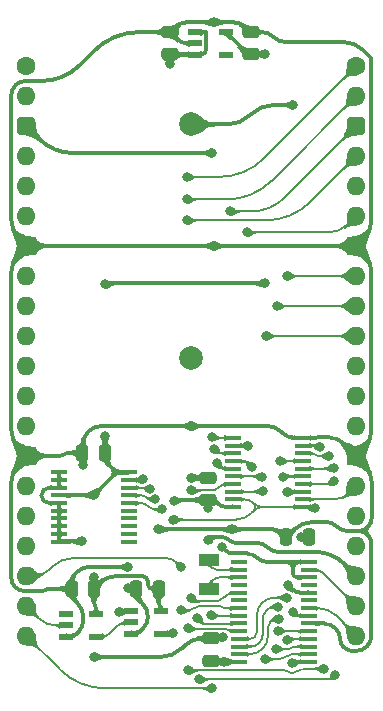
<source format=gtl>
%TF.GenerationSoftware,KiCad,Pcbnew,9.0.4*%
%TF.CreationDate,2025-09-21T09:22:15+02:00*%
%TF.ProjectId,Clock Device,436c6f63-6b20-4446-9576-6963652e6b69,V1*%
%TF.SameCoordinates,Original*%
%TF.FileFunction,Copper,L1,Top*%
%TF.FilePolarity,Positive*%
%FSLAX46Y46*%
G04 Gerber Fmt 4.6, Leading zero omitted, Abs format (unit mm)*
G04 Created by KiCad (PCBNEW 9.0.4) date 2025-09-21 09:22:15*
%MOMM*%
%LPD*%
G01*
G04 APERTURE LIST*
G04 Aperture macros list*
%AMRoundRect*
0 Rectangle with rounded corners*
0 $1 Rounding radius*
0 $2 $3 $4 $5 $6 $7 $8 $9 X,Y pos of 4 corners*
0 Add a 4 corners polygon primitive as box body*
4,1,4,$2,$3,$4,$5,$6,$7,$8,$9,$2,$3,0*
0 Add four circle primitives for the rounded corners*
1,1,$1+$1,$2,$3*
1,1,$1+$1,$4,$5*
1,1,$1+$1,$6,$7*
1,1,$1+$1,$8,$9*
0 Add four rect primitives between the rounded corners*
20,1,$1+$1,$2,$3,$4,$5,0*
20,1,$1+$1,$4,$5,$6,$7,0*
20,1,$1+$1,$6,$7,$8,$9,0*
20,1,$1+$1,$8,$9,$2,$3,0*%
G04 Aperture macros list end*
%TA.AperFunction,SMDPad,CuDef*%
%ADD10RoundRect,0.250000X0.250000X0.475000X-0.250000X0.475000X-0.250000X-0.475000X0.250000X-0.475000X0*%
%TD*%
%TA.AperFunction,SMDPad,CuDef*%
%ADD11RoundRect,0.250000X0.475000X-0.250000X0.475000X0.250000X-0.475000X0.250000X-0.475000X-0.250000X0*%
%TD*%
%TA.AperFunction,ComponentPad*%
%ADD12O,1.600000X1.600000*%
%TD*%
%TA.AperFunction,ComponentPad*%
%ADD13R,1.600000X1.600000*%
%TD*%
%TA.AperFunction,ComponentPad*%
%ADD14RoundRect,0.400000X-0.400000X-0.400000X0.400000X-0.400000X0.400000X0.400000X-0.400000X0.400000X0*%
%TD*%
%TA.AperFunction,ComponentPad*%
%ADD15C,1.600000*%
%TD*%
%TA.AperFunction,SMDPad,CuDef*%
%ADD16R,1.475000X0.450000*%
%TD*%
%TA.AperFunction,SMDPad,CuDef*%
%ADD17R,1.250000X0.600000*%
%TD*%
%TA.AperFunction,SMDPad,CuDef*%
%ADD18RoundRect,0.250000X-0.475000X0.250000X-0.475000X-0.250000X0.475000X-0.250000X0.475000X0.250000X0*%
%TD*%
%TA.AperFunction,SMDPad,CuDef*%
%ADD19R,1.800000X1.000000*%
%TD*%
%TA.AperFunction,ComponentPad*%
%ADD20C,2.000000*%
%TD*%
%TA.AperFunction,SMDPad,CuDef*%
%ADD21R,1.150000X0.600000*%
%TD*%
%TA.AperFunction,ViaPad*%
%ADD22C,0.800000*%
%TD*%
%TA.AperFunction,Conductor*%
%ADD23C,0.380000*%
%TD*%
%TA.AperFunction,Conductor*%
%ADD24C,0.200000*%
%TD*%
G04 APERTURE END LIST*
D10*
%TO.P,C2,2*%
%TO.N,GND*%
X22004000Y-39904000D03*
%TO.P,C2,1*%
%TO.N,/3V Bat*%
X23904000Y-39904000D03*
%TD*%
D11*
%TO.P,C8,2*%
%TO.N,GND*%
X12133000Y2871000D03*
%TO.P,C8,1*%
%TO.N,5V*%
X12133000Y971000D03*
%TD*%
D10*
%TO.P,C1,2*%
%TO.N,GND*%
X9302000Y-44323000D03*
%TO.P,C1,1*%
%TO.N,/3.3V*%
X11202000Y-44323000D03*
%TD*%
D12*
%TO.P,J1,20,Pin_20*%
%TO.N,A2*%
X0Y-48260000D03*
%TO.P,J1,19,Pin_19*%
%TO.N,A4*%
X0Y-45720000D03*
%TO.P,J1,18,Pin_18*%
%TO.N,A3*%
X0Y-43180000D03*
%TO.P,J1,17,Pin_17*%
%TO.N,unconnected-(J1-Pin_17-Pad17)*%
X0Y-40640000D03*
%TO.P,J1,16,Pin_16*%
%TO.N,unconnected-(J1-Pin_16-Pad16)*%
X0Y-38100000D03*
%TO.P,J1,15,Pin_15*%
%TO.N,unconnected-(J1-Pin_15-Pad15)*%
X0Y-35560000D03*
D13*
%TO.P,J1,14,Pin_14*%
%TO.N,GND*%
X0Y-33020000D03*
D12*
%TO.P,J1,13,Pin_13*%
%TO.N,unconnected-(J1-Pin_13-Pad13)*%
X0Y-30480000D03*
%TO.P,J1,12,Pin_12*%
%TO.N,unconnected-(J1-Pin_12-Pad12)*%
X0Y-27940000D03*
%TO.P,J1,11,Pin_11*%
%TO.N,unconnected-(J1-Pin_11-Pad11)*%
X0Y-25400000D03*
%TO.P,J1,10,Pin_10*%
%TO.N,unconnected-(J1-Pin_10-Pad10)*%
X0Y-22860000D03*
%TO.P,J1,9,Pin_9*%
%TO.N,unconnected-(J1-Pin_9-Pad9)*%
X0Y-20320000D03*
%TO.P,J1,8,Pin_8*%
%TO.N,unconnected-(J1-Pin_8-Pad8)*%
X0Y-17780000D03*
D13*
%TO.P,J1,7,Pin_7*%
%TO.N,GND*%
X0Y-15240000D03*
D12*
%TO.P,J1,6,Pin_6*%
%TO.N,unconnected-(J1-Pin_6-Pad6)*%
X0Y-12700000D03*
%TO.P,J1,5,Pin_5*%
%TO.N,unconnected-(J1-Pin_5-Pad5)*%
X0Y-10160000D03*
%TO.P,J1,4,Pin_4*%
%TO.N,~{Select}*%
X0Y-7620000D03*
D14*
%TO.P,J1,3,Pin_3*%
%TO.N,5V*%
X0Y-5080000D03*
D12*
%TO.P,J1,2,Pin_2*%
%TO.N,unconnected-(J1-Pin_2-Pad2)*%
X0Y-2540000D03*
D15*
%TO.P,J1,1,Pin_1*%
%TO.N,unconnected-(J1-Pin_1-Pad1)*%
X0Y0D03*
%TD*%
D16*
%TO.P,IC8,28,3V*%
%TO.N,/3.3V*%
X23893000Y-42003000D03*
%TO.P,IC8,27,~{WE}*%
%TO.N,~{WD}*%
X23893000Y-42653000D03*
%TO.P,IC8,26,~{CE}_{IN}*%
%TO.N,/3.3V*%
X23893000Y-43303000D03*
%TO.P,IC8,25,~{CE}_{OUT}*%
%TO.N,unconnected-(IC8-~{CE}_{OUT}-Pad25)*%
X23893000Y-43953000D03*
%TO.P,IC8,24,BC*%
%TO.N,/3V Bat*%
X23893000Y-44603000D03*
%TO.P,IC8,23,WDI*%
%TO.N,unconnected-(IC8-WDI-Pad23)*%
X23893000Y-45253000D03*
%TO.P,IC8,22,~{OE}*%
%TO.N,~{RD}*%
X23893000Y-45903000D03*
%TO.P,IC8,21,~{CS}*%
%TO.N,/~{CS}*%
X23893000Y-46553000D03*
%TO.P,IC8,20,GND*%
%TO.N,GND*%
X23893000Y-47203000D03*
%TO.P,IC8,19,DQ7*%
%TO.N,/DQ7*%
X23893000Y-47853000D03*
%TO.P,IC8,18,DQ6*%
%TO.N,/DQ6*%
X23893000Y-48503000D03*
%TO.P,IC8,17,DQ5*%
%TO.N,/DQ5*%
X23893000Y-49153000D03*
%TO.P,IC8,16,DQ4*%
%TO.N,/DQ4*%
X23893000Y-49803000D03*
%TO.P,IC8,15,DQ3*%
%TO.N,/DQ3*%
X23893000Y-50453000D03*
%TO.P,IC8,14,GND*%
%TO.N,GND*%
X18017000Y-50453000D03*
%TO.P,IC8,13,DQ2*%
%TO.N,/DQ2*%
X18017000Y-49803000D03*
%TO.P,IC8,12,DQ1*%
%TO.N,/DQ1*%
X18017000Y-49153000D03*
%TO.P,IC8,11,DQ0*%
%TO.N,/DQ0*%
X18017000Y-48503000D03*
%TO.P,IC8,10,A0*%
%TO.N,A0*%
X18017000Y-47853000D03*
%TO.P,IC8,9,A1*%
%TO.N,A1*%
X18017000Y-47203000D03*
%TO.P,IC8,8,A2*%
%TO.N,A2*%
X18017000Y-46553000D03*
%TO.P,IC8,7,A3*%
%TO.N,A3*%
X18017000Y-45903000D03*
%TO.P,IC8,6,~{RST}*%
%TO.N,unconnected-(IC8-~{RST}-Pad6)*%
X18017000Y-45253000D03*
%TO.P,IC8,5,~{INT}*%
%TO.N,~{INT}*%
X18017000Y-44603000D03*
%TO.P,IC8,4,~{WDO}*%
%TO.N,unconnected-(IC8-~{WDO}-Pad4)*%
X18017000Y-43953000D03*
%TO.P,IC8,3,X2*%
%TO.N,/X2*%
X18017000Y-43303000D03*
%TO.P,IC8,2,X1*%
%TO.N,/X1*%
X18017000Y-42653000D03*
%TO.P,IC8,1,VOUT*%
%TO.N,unconnected-(IC8-VOUT-Pad1)*%
X18017000Y-42003000D03*
%TD*%
D10*
%TO.P,C5,2*%
%TO.N,GND*%
X4749000Y-32766000D03*
%TO.P,C5,1*%
%TO.N,/3.3V*%
X6649000Y-32766000D03*
%TD*%
D16*
%TO.P,IC3,20,5V*%
%TO.N,5V*%
X17509000Y-37342000D03*
%TO.P,IC3,19,2~{OE}*%
%TO.N,/~{CS}*%
X17509000Y-36692000D03*
%TO.P,IC3,18,1B1*%
%TO.N,/DQ7*%
X17509000Y-36042000D03*
%TO.P,IC3,17,2A4*%
%TO.N,D0*%
X17509000Y-35392000D03*
%TO.P,IC3,16,1B2*%
%TO.N,/DQ6*%
X17509000Y-34742000D03*
%TO.P,IC3,15,2A3*%
%TO.N,D1*%
X17509000Y-34092000D03*
%TO.P,IC3,14,1B3*%
%TO.N,/DQ5*%
X17509000Y-33442000D03*
%TO.P,IC3,13,2A2*%
%TO.N,D2*%
X17509000Y-32792000D03*
%TO.P,IC3,12,1B4*%
%TO.N,/DQ4*%
X17509000Y-32142000D03*
%TO.P,IC3,11,2A1*%
%TO.N,D3*%
X17509000Y-31492000D03*
%TO.P,IC3,10,GND*%
%TO.N,GND*%
X23385000Y-31492000D03*
%TO.P,IC3,9,2B1*%
%TO.N,/DQ3*%
X23385000Y-32142000D03*
%TO.P,IC3,8,1A4*%
%TO.N,D4*%
X23385000Y-32792000D03*
%TO.P,IC3,7,2B2*%
%TO.N,/DQ2*%
X23385000Y-33442000D03*
%TO.P,IC3,6,1A3*%
%TO.N,D5*%
X23385000Y-34092000D03*
%TO.P,IC3,5,2B3*%
%TO.N,/DQ1*%
X23385000Y-34742000D03*
%TO.P,IC3,4,1A2*%
%TO.N,D6*%
X23385000Y-35392000D03*
%TO.P,IC3,3,2B4*%
%TO.N,/DQ0*%
X23385000Y-36042000D03*
%TO.P,IC3,2,1A1*%
%TO.N,D7*%
X23385000Y-36692000D03*
%TO.P,IC3,1,1~{OE}*%
%TO.N,/~{CS}*%
X23385000Y-37342000D03*
%TD*%
D11*
%TO.P,C3,2*%
%TO.N,GND*%
X15367000Y-34848000D03*
%TO.P,C3,1*%
%TO.N,5V*%
X15367000Y-36748000D03*
%TD*%
D17*
%TO.P,IC6,5,3V*%
%TO.N,/3.3V*%
X5890000Y-46421000D03*
%TO.P,IC6,4,Y*%
%TO.N,/~{A4}*%
X5890000Y-48321000D03*
%TO.P,IC6,3,GND*%
%TO.N,GND*%
X3390000Y-48321000D03*
%TO.P,IC6,2,A*%
%TO.N,A4*%
X3390000Y-47371000D03*
%TO.P,IC6,1,N.C.*%
%TO.N,unconnected-(IC6-N.C.-Pad1)*%
X3390000Y-46421000D03*
%TD*%
D10*
%TO.P,C17,2*%
%TO.N,GND*%
X3821000Y-44257000D03*
%TO.P,C17,1*%
%TO.N,/3.3V*%
X5721000Y-44257000D03*
%TD*%
D18*
%TO.P,C19,2*%
%TO.N,GND*%
X15621000Y-50369000D03*
%TO.P,C19,1*%
%TO.N,/3.3V*%
X15621000Y-48469000D03*
%TD*%
D19*
%TO.P,Y1,2,2*%
%TO.N,/X2*%
X15494000Y-44303000D03*
%TO.P,Y1,1,1*%
%TO.N,/X1*%
X15494000Y-41803000D03*
%TD*%
D20*
%TO.P,J5,2,-*%
%TO.N,GND*%
X13970000Y-24753000D03*
%TO.P,J5,1,+*%
%TO.N,/3V Bat*%
X13970000Y-4953000D03*
%TD*%
D17*
%TO.P,IC4,5,3V*%
%TO.N,/3.3V*%
X11391000Y-46167000D03*
%TO.P,IC4,4,Y*%
%TO.N,/~{CS}*%
X11391000Y-48067000D03*
%TO.P,IC4,3,GND*%
%TO.N,GND*%
X8891000Y-48067000D03*
%TO.P,IC4,2,A*%
%TO.N,/~{A4}*%
X8891000Y-47117000D03*
%TO.P,IC4,1,B*%
%TO.N,~{Select}*%
X8891000Y-46167000D03*
%TD*%
D11*
%TO.P,C9,2*%
%TO.N,GND*%
X18991000Y2871000D03*
%TO.P,C9,1*%
%TO.N,/3.3V*%
X18991000Y971000D03*
%TD*%
D16*
%TO.P,IC1,20,3V*%
%TO.N,/3.3V*%
X8653000Y-34413000D03*
%TO.P,IC1,19,~{OE2}*%
%TO.N,~{Select}*%
X8653000Y-35063000D03*
%TO.P,IC1,18,Y0*%
%TO.N,H0*%
X8653000Y-35713000D03*
%TO.P,IC1,17,Y1*%
%TO.N,H1*%
X8653000Y-36363000D03*
%TO.P,IC1,16,Y2*%
%TO.N,H2*%
X8653000Y-37013000D03*
%TO.P,IC1,15,Y3*%
%TO.N,unconnected-(IC1-Y3-Pad15)*%
X8653000Y-37663000D03*
%TO.P,IC1,14,Y4*%
%TO.N,unconnected-(IC1-Y4-Pad14)*%
X8653000Y-38313000D03*
%TO.P,IC1,13,Y5*%
%TO.N,unconnected-(IC1-Y5-Pad13)*%
X8653000Y-38963000D03*
%TO.P,IC1,12,Y6*%
%TO.N,unconnected-(IC1-Y6-Pad12)*%
X8653000Y-39613000D03*
%TO.P,IC1,11,Y7*%
%TO.N,unconnected-(IC1-Y7-Pad11)*%
X8653000Y-40263000D03*
%TO.P,IC1,10,GND*%
%TO.N,GND*%
X2777000Y-40263000D03*
%TO.P,IC1,9,A7*%
X2777000Y-39613000D03*
%TO.P,IC1,8,A6*%
X2777000Y-38963000D03*
%TO.P,IC1,7,A5*%
X2777000Y-38313000D03*
%TO.P,IC1,6,A4*%
X2777000Y-37663000D03*
%TO.P,IC1,5,A3*%
X2777000Y-37013000D03*
%TO.P,IC1,4,A2*%
%TO.N,/3.3V*%
X2777000Y-36363000D03*
%TO.P,IC1,3,A1*%
%TO.N,GND*%
X2777000Y-35713000D03*
%TO.P,IC1,2,A0*%
X2777000Y-35063000D03*
%TO.P,IC1,1,~{OE1}*%
X2777000Y-34413000D03*
%TD*%
D21*
%TO.P,IC5,5,3.3VOut*%
%TO.N,/3.3V*%
X16862000Y2855000D03*
%TO.P,IC5,4,ADJ*%
%TO.N,unconnected-(IC5-ADJ-Pad4)*%
X16862000Y955000D03*
%TO.P,IC5,3,EN*%
%TO.N,5V*%
X14262000Y955000D03*
%TO.P,IC5,2,GND*%
%TO.N,GND*%
X14262000Y1905000D03*
%TO.P,IC5,1,6VIn*%
%TO.N,5V*%
X14262000Y2855000D03*
%TD*%
D12*
%TO.P,J2,20,Pin_20*%
%TO.N,~{RD}*%
X27940000Y-48260000D03*
%TO.P,J2,19,Pin_19*%
%TO.N,~{WD}*%
X27940000Y-45720000D03*
%TO.P,J2,18,Pin_18*%
%TO.N,5V*%
X27940000Y-43180000D03*
%TO.P,J2,17,Pin_17*%
%TO.N,A1*%
X27940000Y-40640000D03*
%TO.P,J2,16,Pin_16*%
%TO.N,A0*%
X27940000Y-38100000D03*
%TO.P,J2,15,Pin_15*%
%TO.N,D7*%
X27940000Y-35560000D03*
D13*
%TO.P,J2,14,Pin_14*%
%TO.N,GND*%
X27940000Y-33020000D03*
D12*
%TO.P,J2,13,Pin_13*%
%TO.N,D6*%
X27940000Y-30480000D03*
%TO.P,J2,12,Pin_12*%
%TO.N,D5*%
X27940000Y-27940000D03*
%TO.P,J2,11,Pin_11*%
%TO.N,D4*%
X27940000Y-25400000D03*
%TO.P,J2,10,Pin_10*%
%TO.N,D3*%
X27940000Y-22860000D03*
%TO.P,J2,9,Pin_9*%
%TO.N,D2*%
X27940000Y-20320000D03*
%TO.P,J2,8,Pin_8*%
%TO.N,D1*%
X27940000Y-17780000D03*
D13*
%TO.P,J2,7,Pin_7*%
%TO.N,GND*%
X27940000Y-15240000D03*
D12*
%TO.P,J2,6,Pin_6*%
%TO.N,D0*%
X27940000Y-12700000D03*
%TO.P,J2,5,Pin_5*%
%TO.N,unconnected-(J2-Pin_5-Pad5)*%
X27940000Y-10160000D03*
%TO.P,J2,4,Pin_4*%
%TO.N,H2*%
X27940000Y-7620000D03*
D14*
%TO.P,J2,3,Pin_3*%
%TO.N,~{INT}*%
X27940000Y-5080000D03*
D12*
%TO.P,J2,2,Pin_2*%
%TO.N,H1*%
X27940000Y-2540000D03*
D15*
%TO.P,J2,1,Pin_1*%
%TO.N,H0*%
X27940000Y0D03*
%TD*%
D22*
%TO.N,5V*%
X12133000Y127000D03*
X15367000Y-40132000D03*
X15367000Y-37465000D03*
%TO.N,A0*%
X13716000Y-51181000D03*
%TO.N,/3.3V*%
X16543121Y-40717954D03*
X5715004Y-50038000D03*
X5715000Y-43307000D03*
X16679498Y-48387000D03*
X20193000Y1016000D03*
X6648998Y-18497002D03*
X20193000Y-18415000D03*
X6648998Y-31320000D03*
X5715000Y-36322000D03*
%TO.N,/~{CS}*%
X12445994Y-38403000D03*
X24396000Y-37465000D03*
X12446000Y-48006000D03*
X22558519Y-46264014D03*
%TO.N,GND*%
X4699000Y-40259000D03*
X11176000Y-39243000D03*
X8636000Y-44196000D03*
X13970000Y-30480000D03*
X15875000Y-15240000D03*
X17399000Y-39243000D03*
X16764000Y-50453000D03*
X4826000Y-33782000D03*
X13970000Y-34890997D03*
X8636000Y-42418000D03*
X15875000Y3683000D03*
%TO.N,~{Select}*%
X7874000Y-46228000D03*
X9868805Y-35007366D03*
%TO.N,H2*%
X11476703Y-37535053D03*
X13589000Y-13068994D03*
%TO.N,H1*%
X10922000Y-36703002D03*
X13589000Y-11303000D03*
%TO.N,H0*%
X13589000Y-9398000D03*
X10492426Y-35797448D03*
%TO.N,D6*%
X26035000Y-35179000D03*
%TO.N,D5*%
X26018969Y-34019975D03*
%TO.N,D4*%
X25642000Y-33020000D03*
%TO.N,D3*%
X20320000Y-22860000D03*
X15731224Y-31402403D03*
%TO.N,D2*%
X21209000Y-20320000D03*
X15924469Y-32434469D03*
%TO.N,D1*%
X22098000Y-17780000D03*
X16129000Y-33655000D03*
%TO.N,D0*%
X13970000Y-35941000D03*
X18669000Y-14097000D03*
%TO.N,A0*%
X13716000Y-47625000D03*
X25177748Y-51028746D03*
%TO.N,A1*%
X26162000Y-51562000D03*
X14478000Y-46736000D03*
X14605000Y-51931000D03*
%TO.N,A2*%
X15748000Y-52690000D03*
X15621000Y-46518992D03*
%TO.N,5V*%
X12458000Y-36830001D03*
X15748000Y-7366000D03*
%TO.N,/3V Bat*%
X22137502Y-43942000D03*
X23241000Y-39878000D03*
X22605996Y-3302000D03*
%TO.N,~{INT}*%
X13970000Y-45085000D03*
X17272000Y-12319000D03*
%TO.N,A3*%
X13081000Y-46101000D03*
X13075000Y-42424000D03*
%TO.N,/DQ3*%
X22479000Y-50546000D03*
X24892000Y-32250485D03*
%TO.N,/DQ7*%
X20020055Y-35985466D03*
X21297052Y-47863920D03*
%TO.N,/DQ1*%
X21693000Y-34798000D03*
X21333028Y-45778490D03*
%TO.N,/DQ2*%
X21463000Y-33442000D03*
X21357702Y-46828203D03*
%TO.N,/DQ0*%
X22051018Y-45012333D03*
X22098000Y-36068000D03*
%TO.N,/DQ4*%
X18796000Y-32142000D03*
X20166108Y-50236553D03*
%TO.N,/DQ6*%
X19938999Y-34798001D03*
X22035587Y-48610291D03*
%TO.N,/DQ5*%
X19072330Y-33931331D03*
X21093415Y-49360291D03*
%TD*%
D23*
%TO.N,5V*%
X15097000Y1085000D02*
G75*
G02*
X14783152Y955020I-313800J313800D01*
G01*
X1143000Y-6223000D02*
G75*
G03*
X3902446Y-7366002I2759450J2759450D01*
G01*
X15222000Y2850000D02*
G75*
G02*
X15227012Y2837928I-12100J-12100D01*
G01*
X17145000Y-40132000D02*
G75*
G03*
X17758210Y-40385996I613200J613200D01*
G01*
X15227000Y1398847D02*
G75*
G02*
X15097014Y1084986I-443800J-47D01*
G01*
X15800605Y-39878000D02*
G75*
G03*
X15493998Y-40004998I-5J-433600D01*
G01*
X12597984Y-36748000D02*
G75*
G03*
X12499005Y-36789005I16J-140000D01*
G01*
X26924000Y-42164000D02*
G75*
G03*
X24471159Y-41148017I-2452800J-2452800D01*
G01*
X16110100Y-36942100D02*
G75*
G03*
X15641500Y-36748000I-468600J-468600D01*
G01*
X16213000Y-37045000D02*
G75*
G03*
X16930021Y-37341991I717000J717000D01*
G01*
X17145000Y-40132000D02*
G75*
G03*
X16531789Y-39878004I-613200J-613200D01*
G01*
X20447000Y-40767000D02*
G75*
G03*
X21366815Y-41147994I919800J919800D01*
G01*
X20447000Y-40767000D02*
G75*
G03*
X19527184Y-40386006I-919800J-919800D01*
G01*
X15222000Y2850000D02*
G75*
G03*
X15209928Y2855012I-12100J-12100D01*
G01*
%TO.N,GND*%
X24216410Y-38608000D02*
G75*
G03*
X22651997Y-39255997I-10J-2212400D01*
G01*
X9640868Y-47871131D02*
G75*
G02*
X9168000Y-48067010I-472868J472831D01*
G01*
X20916500Y2451500D02*
G75*
G03*
X21929262Y2031985I1012800J1012800D01*
G01*
X21637562Y-31035562D02*
G75*
G03*
X22739500Y-31491993I1101938J1101962D01*
G01*
X1853471Y-44257000D02*
G75*
G03*
X1620508Y-44353508I29J-329500D01*
G01*
X29210000Y-30851974D02*
G75*
G02*
X28575008Y-32385008I-2168000J-26D01*
G01*
X29210000Y-48229184D02*
G75*
G02*
X28829005Y-49149005I-1300800J-16D01*
G01*
X13519170Y3683000D02*
G75*
G03*
X12539009Y3276991I30J-1386200D01*
G01*
X29210000Y-13071974D02*
G75*
G02*
X28575008Y-14605008I-2168000J-26D01*
G01*
X-635000Y-33655000D02*
G75*
G03*
X-1270002Y-35188025I1533030J-1533030D01*
G01*
X-635000Y-15875000D02*
G75*
G03*
X-1270002Y-17408025I1533030J-1533030D01*
G01*
X4160764Y-42956235D02*
G75*
G03*
X3820991Y-43776500I820236J-820265D01*
G01*
X4749000Y-33650552D02*
G75*
G03*
X4787486Y-33743514I131400J-48D01*
G01*
X21673500Y-39573500D02*
G75*
G03*
X20875602Y-39242999I-797900J-797900D01*
G01*
X1270000Y-36363000D02*
G75*
G03*
X1454202Y-36807700I628900J0D01*
G01*
X5319839Y-42418000D02*
G75*
G03*
X4260002Y-42857002I1J-1498830D01*
G01*
X28125987Y-39370000D02*
G75*
G03*
X28892504Y-39052504I13J1084000D01*
G01*
X28892500Y-39687500D02*
G75*
G03*
X28125987Y-39370005I-766500J-766500D01*
G01*
X28892499Y-39052499D02*
G75*
G03*
X28892499Y-39687501I317501J-317501D01*
G01*
X1464750Y-36818250D02*
G75*
G03*
X1934918Y-37012993I470150J470150D01*
G01*
X-635000Y-33655000D02*
G75*
G03*
X-634998Y-32385000I-635000J635001D01*
G01*
X898025Y-33020000D02*
G75*
G03*
X-635000Y-33655000I-2J-2168019D01*
G01*
X-634999Y-32385000D02*
G75*
G03*
X898025Y-33020001I1533029J1533030D01*
G01*
X20916500Y2451500D02*
G75*
G03*
X19903737Y2871015I-1012800J-1012800D01*
G01*
X1454201Y-35918298D02*
G75*
G03*
X1269999Y-36363000I444699J-444702D01*
G01*
X3821000Y-44613000D02*
G75*
G03*
X4072722Y-45220738I859500J0D01*
G01*
X-635000Y-15875000D02*
G75*
G03*
X-634998Y-14605000I-635000J635001D01*
G01*
X898025Y-15240000D02*
G75*
G03*
X-635000Y-15875000I-2J-2168019D01*
G01*
X-634999Y-14605000D02*
G75*
G03*
X898025Y-15240001I1533029J1533030D01*
G01*
X8699500Y-44259500D02*
G75*
G03*
X8852802Y-44322999I153300J153300D01*
G01*
X4500088Y55088D02*
G75*
G02*
X1301042Y-1269997I-3199048J3199062D01*
G01*
X3481605Y-32766000D02*
G75*
G03*
X3174998Y-32892998I-5J-433600D01*
G01*
X18585000Y3277000D02*
G75*
G03*
X19565170Y2870988I980200J980200D01*
G01*
X4279500Y-32766000D02*
G75*
G03*
X4749000Y-32296500I0J469500D01*
G01*
X4749000Y-33235500D02*
G75*
G03*
X4279500Y-32766000I-469500J0D01*
G01*
X24597242Y-31451242D02*
G75*
G02*
X24498845Y-31492018I-98442J98442D01*
G01*
X21588000Y-30986000D02*
G75*
G03*
X20366407Y-30479997I-1221600J-1221600D01*
G01*
X24695639Y-31410485D02*
G75*
G03*
X24597231Y-31451231I-39J-139115D01*
G01*
X26928868Y-32008868D02*
G75*
G03*
X25484242Y-31410456I-1444668J-1444632D01*
G01*
X4219728Y-48104271D02*
G75*
G02*
X3696500Y-48320987I-523228J523271D01*
G01*
X28892500Y-39687500D02*
G75*
G02*
X29209995Y-40454012I-766500J-766500D01*
G01*
X-952500Y-44132500D02*
G75*
G03*
X-185987Y-44450000I766517J766522D01*
G01*
X3175000Y-32893000D02*
G75*
G02*
X2868394Y-33019998I-306600J306600D01*
G01*
X26228691Y-47691691D02*
G75*
G02*
X26543005Y-48450500I-758791J-758809D01*
G01*
X1620500Y-44353500D02*
G75*
G02*
X1387528Y-44450012I-233000J233000D01*
G01*
X28829000Y-49149000D02*
G75*
G02*
X27909184Y-49529994I-919800J919800D01*
G01*
X9844704Y-45531704D02*
G75*
G02*
X10286997Y-46599500I-1067804J-1067796D01*
G01*
X6398065Y-30480000D02*
G75*
G03*
X5231998Y-30962998I-5J-1649060D01*
G01*
X4323500Y-45471500D02*
G75*
G02*
X4825996Y-46684642I-1213150J-1213140D01*
G01*
X28589628Y-33669628D02*
G75*
G02*
X29239282Y-35237970I-1568328J-1568372D01*
G01*
X14043400Y-34848000D02*
G75*
G03*
X13991498Y-34869498I0J-73400D01*
G01*
X29239257Y-38236042D02*
G75*
G02*
X28907107Y-39037850I-1133957J42D01*
G01*
X1934918Y-35713000D02*
G75*
G03*
X1464745Y-35907745I-18J-664900D01*
G01*
X26543000Y-48450500D02*
G75*
G03*
X26857312Y-49209304I1073100J0D01*
G01*
X28575000Y-15875000D02*
G75*
G02*
X29209989Y-17408025I-1533000J-1533000D01*
G01*
X28500954Y1344044D02*
G75*
G03*
X26840084Y2031995I-1660854J-1660844D01*
G01*
X26141500Y-47604500D02*
G75*
G03*
X25172193Y-47203003I-969300J-969300D01*
G01*
X29193265Y631191D02*
G75*
G02*
X29199782Y581107I-569665J-99591D01*
G01*
X-1270000Y-30851974D02*
G75*
G03*
X-634998Y-32384999I2168030J4D01*
G01*
X9569963Y2871000D02*
G75*
G03*
X5722210Y1277204I7J-5441550D01*
G01*
X-1270000Y-13071974D02*
G75*
G03*
X-634998Y-14604999I2168030J4D01*
G01*
X5215690Y-30979309D02*
G75*
G03*
X4749005Y-32106000I1126710J-1126691D01*
G01*
X29203810Y534231D02*
G75*
G02*
X29210001Y389845I-1681710J-144431D01*
G01*
X3465000Y-44257000D02*
G75*
G03*
X3821000Y-43901000I0J356000D01*
G01*
X3821000Y-44613000D02*
G75*
G03*
X3465000Y-44257000I-356000J0D01*
G01*
X-80001Y-1270000D02*
G75*
G03*
X-921457Y-1618542I1J-1190001D01*
G01*
X29171036Y673963D02*
G75*
G02*
X29193275Y631193I-56536J-56563D01*
G01*
X9302000Y-44656000D02*
G75*
G03*
X9537473Y-45224459I803900J0D01*
G01*
X26289000Y-38989000D02*
G75*
G03*
X25369184Y-38608006I-919800J-919800D01*
G01*
X10287000Y-46629616D02*
G75*
G02*
X9865995Y-47645995I-1437400J16D01*
G01*
X26860500Y-49212500D02*
G75*
G03*
X27627012Y-49529995I766500J766500D01*
G01*
X18585000Y3277000D02*
G75*
G03*
X17604829Y3683012I-980200J-980200D01*
G01*
X4826000Y-46916051D02*
G75*
G02*
X4414502Y-47909502I-1404960J1D01*
G01*
X26289000Y-38989000D02*
G75*
G03*
X27208815Y-39369994I919800J919800D01*
G01*
X-921457Y-1618542D02*
G75*
G03*
X-1270000Y-2459998I841460J-841458D01*
G01*
X12687817Y2316182D02*
G75*
G03*
X13680500Y1905009I992683J992718D01*
G01*
X-1270000Y-43365987D02*
G75*
G03*
X-952500Y-44132500I1084022J4D01*
G01*
%TO.N,/3.3V*%
X10287000Y-43889394D02*
G75*
G03*
X10413998Y-44196002I433600J-6D01*
G01*
X11202000Y-45459356D02*
G75*
G03*
X11296487Y-45687513I322600J-44D01*
G01*
X22572000Y-42551250D02*
G75*
G03*
X22023750Y-42003000I-548200J50D01*
G01*
X23120250Y-42003000D02*
G75*
G03*
X22572000Y-42551250I-50J-548200D01*
G01*
X19541000Y-41639000D02*
G75*
G03*
X18662226Y-41274989I-878800J-878800D01*
G01*
X20015817Y1016000D02*
G75*
G03*
X19961493Y993505I-17J-76800D01*
G01*
X19961498Y993500D02*
G75*
G02*
X19907178Y971010I-54298J54300D01*
G01*
X14818000Y-48469000D02*
G75*
G03*
X13447196Y-49036809I0J-1938600D01*
G01*
X10160000Y-43335000D02*
G75*
G03*
X9853394Y-43208002I-306600J-306600D01*
G01*
X5721000Y-45473498D02*
G75*
G03*
X5805500Y-45677500I288500J-2D01*
G01*
X10414000Y-44196000D02*
G75*
G03*
X10720605Y-44322998I306600J306600D01*
G01*
X22572000Y-42955603D02*
G75*
G03*
X22673751Y-43201249I347400J3D01*
G01*
X5805500Y-45677500D02*
G75*
G02*
X5890000Y-45881501I-204000J-204000D01*
G01*
X6788984Y-18415000D02*
G75*
G03*
X6690004Y-18456006I16J-140000D01*
G01*
X5717828Y-36311171D02*
G75*
G03*
X5714983Y-36318000I6772J-6829D01*
G01*
X10160000Y-43335000D02*
G75*
G02*
X10286998Y-43641605I-306600J-306600D01*
G01*
X7511755Y-43208000D02*
G75*
G03*
X6245499Y-43732499I-5J-1790750D01*
G01*
X19541000Y-41639000D02*
G75*
G03*
X20419773Y-42003011I878800J878800D01*
G01*
X16821644Y-40996477D02*
G75*
G03*
X17494058Y-41275041I672456J672377D01*
G01*
X7249365Y-34779634D02*
G75*
G03*
X7249365Y-34046365I-366635J366634D01*
G01*
X8134500Y-34413000D02*
G75*
G03*
X7249359Y-34779628I0J-1251800D01*
G01*
X7249365Y-34046365D02*
G75*
G03*
X8134500Y-34412991I885135J885165D01*
G01*
X16638498Y-48428000D02*
G75*
G02*
X16539515Y-48469006I-98998J99000D01*
G01*
X13230500Y-49253500D02*
G75*
G02*
X11336549Y-50037997I-1893950J1893960D01*
G01*
X6649000Y-33106000D02*
G75*
G03*
X6889423Y-33686409I820800J0D01*
G01*
X22673750Y-43201250D02*
G75*
G03*
X22919396Y-43303002I245650J245650D01*
G01*
X5694500Y-36342500D02*
G75*
G02*
X5645008Y-36363004I-49500J49500D01*
G01*
X11296500Y-45687500D02*
G75*
G02*
X11390982Y-45915643I-228100J-228100D01*
G01*
X22023750Y-42003000D02*
X23120250Y-42003000D01*
D24*
%TO.N,/DQ5*%
X22700115Y-49153000D02*
G75*
G03*
X22449879Y-49256631I-15J-353900D01*
G01*
X22449893Y-49256645D02*
G75*
G02*
X22199671Y-49360263I-250193J250245D01*
G01*
X18827664Y-33686665D02*
G75*
G03*
X18236989Y-33441995I-590664J-590635D01*
G01*
%TO.N,/DQ6*%
X19910998Y-34770000D02*
G75*
G03*
X19843399Y-34742001I-67598J-67600D01*
G01*
X22218744Y-48503000D02*
G75*
G03*
X22089222Y-48556635I-44J-183100D01*
G01*
%TO.N,/DQ4*%
X21945776Y-50019776D02*
G75*
G02*
X21422431Y-50236565I-523376J523376D01*
G01*
X22469121Y-49803000D02*
G75*
G03*
X21945770Y-50019770I-21J-740100D01*
G01*
%TO.N,/DQ0*%
X19948708Y-45456291D02*
G75*
G03*
X19504745Y-46528102I1071792J-1071809D01*
G01*
X21020519Y-45012333D02*
G75*
G03*
X19948699Y-45456282I-19J-1515767D01*
G01*
X19504750Y-47962273D02*
G75*
G02*
X19346393Y-48344643I-540750J-27D01*
G01*
X19346375Y-48344625D02*
G75*
G02*
X18964023Y-48503025I-382375J382325D01*
G01*
%TO.N,/DQ2*%
X20463200Y-48225291D02*
G75*
G02*
X20001102Y-49340902I-1577700J-9D01*
G01*
X20001100Y-49340900D02*
G75*
G02*
X18885491Y-49802997I-1115600J1115600D01*
G01*
X21110249Y-46828203D02*
G75*
G03*
X20687799Y-47003155I-49J-597397D01*
G01*
X20662998Y-47028001D02*
G75*
G03*
X20463153Y-47510357I482302J-482399D01*
G01*
%TO.N,/DQ1*%
X21788597Y-34742000D02*
G75*
G03*
X21721001Y-34770001I3J-95600D01*
G01*
X19714582Y-48865417D02*
G75*
G02*
X19020296Y-49152988I-694282J694317D01*
G01*
X20322337Y-46098662D02*
G75*
G03*
X20002183Y-46871627I772963J-772938D01*
G01*
X20002165Y-48171131D02*
G75*
G02*
X19714566Y-48865401I-981865J31D01*
G01*
X20987769Y-45778490D02*
G75*
G03*
X20398395Y-46022644I31J-833510D01*
G01*
%TO.N,/DQ7*%
X21315693Y-47853000D02*
G75*
G03*
X21302524Y-47858472I7J-18600D01*
G01*
X19991788Y-36013733D02*
G75*
G02*
X19923545Y-36042035I-68288J68233D01*
G01*
%TO.N,/DQ3*%
X22637760Y-50453000D02*
G75*
G03*
X22525532Y-50499532I40J-158700D01*
G01*
X24837757Y-32196242D02*
G75*
G03*
X24706804Y-32141998I-130957J-130958D01*
G01*
%TO.N,A4*%
X1036170Y-46756170D02*
G75*
G03*
X2520500Y-47370997I1484330J1484340D01*
G01*
%TO.N,A3*%
X16591186Y-45821000D02*
G75*
G03*
X16393220Y-45738996I-197986J-198000D01*
G01*
X12691000Y-42040000D02*
G75*
G03*
X11763941Y-41655983I-927100J-927100D01*
G01*
X14605972Y-45739000D02*
G75*
G03*
X14169008Y-45920008I28J-618000D01*
G01*
X14169000Y-45920000D02*
G75*
G02*
X13732027Y-46101011I-437000J437000D01*
G01*
X1890911Y-42686086D02*
G75*
G02*
X698499Y-43180001I-1192421J1192426D01*
G01*
X16591186Y-45821000D02*
G75*
G03*
X16789151Y-45903024I198014J198000D01*
G01*
X3998628Y-41656000D02*
G75*
G03*
X2159001Y-42418003I2J-2601620D01*
G01*
%TO.N,~{INT}*%
X14097000Y-45212000D02*
G75*
G03*
X14403605Y-45338998I306600J306600D01*
G01*
X17568000Y-44603000D02*
G75*
G03*
X16801506Y-44920487I0J-1084000D01*
G01*
X16751000Y-44971000D02*
G75*
G02*
X15862569Y-45338987I-888400J888400D01*
G01*
X21913334Y-11106665D02*
G75*
G02*
X18986500Y-12318990I-2926834J2926865D01*
G01*
%TO.N,~{RD}*%
X26180505Y-46500505D02*
G75*
G03*
X24738000Y-45902997I-1442505J-1442495D01*
G01*
D23*
%TO.N,/3V Bat*%
X18986500Y-4127500D02*
G75*
G02*
X16993566Y-4952986I-1992900J1992900D01*
G01*
X22468000Y-44272499D02*
G75*
G03*
X23265895Y-44603000I797900J797899D01*
G01*
X20979433Y-3302000D02*
G75*
G03*
X18986490Y-4127490I-33J-2818400D01*
G01*
D24*
%TO.N,/X2*%
X16368038Y-43303000D02*
G75*
G03*
X15749989Y-43558989I-38J-874000D01*
G01*
X15666534Y-43642465D02*
G75*
G03*
X15494009Y-44059000I416566J-416535D01*
G01*
%TO.N,/X1*%
X15494000Y-42047000D02*
G75*
G03*
X15666527Y-42463541I589100J0D01*
G01*
X15675000Y-42472000D02*
G75*
G03*
X16111972Y-42653011I437000J437000D01*
G01*
%TO.N,~{WD}*%
X25219482Y-42999482D02*
G75*
G03*
X24383000Y-42653010I-836482J-836518D01*
G01*
%TO.N,A2*%
X15638004Y-46535996D02*
G75*
G03*
X15679055Y-46553019I41096J41096D01*
G01*
X2836207Y-51096207D02*
G75*
G03*
X6683963Y-52690004I3847763J3847757D01*
G01*
%TO.N,A1*%
X14744500Y-47002500D02*
G75*
G03*
X15387887Y-47269005I643400J643400D01*
G01*
X25977500Y-51746500D02*
G75*
G02*
X25532077Y-51930991I-445400J445400D01*
G01*
%TO.N,A0*%
X23033093Y-51201839D02*
G75*
G02*
X22615209Y-51374922I-417893J417939D01*
G01*
X13738000Y-47647000D02*
G75*
G03*
X13791112Y-47668995I53100J53100D01*
G01*
X17115500Y-47761000D02*
G75*
G03*
X17337607Y-47852997I222100J222100D01*
G01*
X23450976Y-51028746D02*
G75*
G03*
X23033109Y-51201855I24J-590954D01*
G01*
X22150305Y-51277966D02*
G75*
G03*
X22384401Y-51374940I234095J234066D01*
G01*
X17115500Y-47761000D02*
G75*
G03*
X16893392Y-47669003I-222100J-222100D01*
G01*
X22150305Y-51277966D02*
G75*
G03*
X21916208Y-51181005I-234105J-234134D01*
G01*
%TO.N,D0*%
X16959701Y-35392000D02*
G75*
G03*
X16297000Y-35666500I-1J-937200D01*
G01*
X27241500Y-13398500D02*
G75*
G02*
X25555171Y-14096988I-1686300J1686300D01*
G01*
X16297000Y-35666500D02*
G75*
G02*
X15634298Y-35940999I-662700J662700D01*
G01*
%TO.N,D1*%
X16347500Y-33873500D02*
G75*
G03*
X16875005Y-34091998I527500J527500D01*
G01*
%TO.N,D2*%
X16103234Y-32613234D02*
G75*
G03*
X16534812Y-32792004I431566J431534D01*
G01*
%TO.N,D3*%
X15776022Y-31447201D02*
G75*
G03*
X15884175Y-31492003I108178J108201D01*
G01*
%TO.N,D4*%
X24436500Y-32906000D02*
G75*
G03*
X24161279Y-32792008I-275200J-275200D01*
G01*
X24436500Y-32906000D02*
G75*
G03*
X24711720Y-33019992I275200J275200D01*
G01*
%TO.N,D5*%
X25982956Y-34055987D02*
G75*
G02*
X25896014Y-34091996I-86956J86987D01*
G01*
%TO.N,D6*%
X25928500Y-35285500D02*
G75*
G02*
X25671386Y-35391994I-257100J257100D01*
G01*
%TO.N,D7*%
X27374000Y-36126000D02*
G75*
G02*
X26007555Y-36691952I-1366400J1366500D01*
G01*
%TO.N,H0*%
X10450202Y-35755224D02*
G75*
G03*
X10348264Y-35713036I-101902J-101976D01*
G01*
X20135792Y-7804207D02*
G75*
G02*
X16288036Y-9398001I-3847762J3847767D01*
G01*
%TO.N,H1*%
X10199001Y-36533001D02*
G75*
G03*
X9788582Y-36363007I-410401J-410399D01*
G01*
X10199001Y-36533001D02*
G75*
G03*
X10609419Y-36702993I410399J410401D01*
G01*
X20770792Y-9709207D02*
G75*
G02*
X16923036Y-11303001I-3847762J3847767D01*
G01*
%TO.N,H2*%
X10305365Y-37274026D02*
G75*
G03*
X9675191Y-37013006I-630165J-630174D01*
G01*
X24084798Y-11475201D02*
G75*
G02*
X20237042Y-13068994I-3847758J3847761D01*
G01*
X10305365Y-37274026D02*
G75*
G03*
X10935539Y-37535039I630135J630126D01*
G01*
%TO.N,~{Select}*%
X7978133Y-46167000D02*
G75*
G03*
X7904490Y-46197490I-33J-104100D01*
G01*
X9846488Y-35029683D02*
G75*
G02*
X9792609Y-35052006I-53888J53883D01*
G01*
%TO.N,/~{CS}*%
X19237000Y-37017000D02*
G75*
G03*
X18452380Y-36692008I-784600J-784600D01*
G01*
X24392000Y-37346000D02*
G75*
G03*
X24382343Y-37341982I-9700J-9700D01*
G01*
X19237000Y-37667000D02*
G75*
G03*
X19237000Y-37017000I-325000J325000D01*
G01*
X20021619Y-37342000D02*
G75*
G03*
X19236994Y-37666994I-19J-1109600D01*
G01*
X19237000Y-37017000D02*
G75*
G03*
X20021619Y-37341992I784600J784600D01*
G01*
X12415500Y-48036500D02*
G75*
G02*
X12341866Y-48066986I-73600J73600D01*
G01*
X24392000Y-37346000D02*
G75*
G02*
X24396018Y-37355656I-9700J-9700D01*
G01*
X19031500Y-37872500D02*
G75*
G02*
X17750759Y-38402983I-1280700J1280700D01*
G01*
X22703012Y-46408507D02*
G75*
G03*
X23051848Y-46552974I348788J348807D01*
G01*
%TO.N,/~{A4}*%
X7117672Y-48000326D02*
G75*
G02*
X6343500Y-48321012I-774172J774126D01*
G01*
X8446000Y-47117000D02*
G75*
G03*
X7686343Y-47431668I0J-1074300D01*
G01*
D23*
%TO.N,GND*%
X898025Y-33020000D02*
X2868394Y-33020000D01*
X3481605Y-32766000D02*
X4279500Y-32766000D01*
%TO.N,5V*%
X12133000Y127000D02*
X12133000Y971000D01*
X3902446Y-7366000D02*
X15748000Y-7366000D01*
X1143000Y-6223000D02*
X0Y-5080000D01*
%TO.N,GND*%
X-1270000Y-13071974D02*
X-1270000Y-2459998D01*
X1301042Y-1270000D02*
X-80001Y-1270000D01*
X12133000Y2871000D02*
X9569963Y2871000D01*
X4500088Y55088D02*
X5722207Y1277207D01*
%TO.N,5V*%
X26924000Y-42164000D02*
X27940000Y-43180000D01*
X24471159Y-41148000D02*
X21366815Y-41148000D01*
X17758210Y-40386000D02*
X19527184Y-40386000D01*
X15800605Y-39878000D02*
X16531789Y-39878000D01*
X15494000Y-40005000D02*
X15367000Y-40132000D01*
%TO.N,/3.3V*%
X16543121Y-40717954D02*
X16821644Y-40996477D01*
X22023750Y-42003000D02*
X20419773Y-42003000D01*
X18662226Y-41275000D02*
X17494058Y-41275000D01*
%TO.N,5V*%
X15367000Y-37465000D02*
X15367000Y-37022500D01*
D24*
%TO.N,/~{CS}*%
X12445994Y-38403000D02*
X17750759Y-38403000D01*
X19237000Y-37667000D02*
X19031500Y-37872500D01*
D23*
%TO.N,GND*%
X11176000Y-39243000D02*
X17399000Y-39243000D01*
X21673500Y-39573500D02*
X22004000Y-39904000D01*
X20875602Y-39243000D02*
X17399000Y-39243000D01*
D24*
%TO.N,A2*%
X15748000Y-52690000D02*
X6683963Y-52690000D01*
X2836207Y-51096207D02*
X0Y-48260000D01*
%TO.N,A1*%
X14605000Y-51931000D02*
X25532077Y-51931000D01*
X25977500Y-51746500D02*
X26162000Y-51562000D01*
%TO.N,A0*%
X25177748Y-51028746D02*
X23450976Y-51028746D01*
X22615209Y-51374932D02*
X22384401Y-51374932D01*
X13716000Y-51181000D02*
X21916208Y-51181000D01*
%TO.N,A4*%
X2520500Y-47371000D02*
X3390000Y-47371000D01*
X1036170Y-46756170D02*
X0Y-45720000D01*
%TO.N,A3*%
X12691000Y-42040000D02*
X13075000Y-42424000D01*
X1890911Y-42686086D02*
X2158998Y-42418000D01*
X698499Y-43180000D02*
X0Y-43180000D01*
X11763941Y-41656000D02*
X3998628Y-41656000D01*
D23*
%TO.N,/3.3V*%
X5715000Y-36322000D02*
X5694500Y-36342500D01*
X7249365Y-34046365D02*
X6889416Y-33686416D01*
X5890000Y-45881501D02*
X5890000Y-46421000D01*
X5715000Y-43307000D02*
X5715000Y-44251000D01*
X10287000Y-43889394D02*
X10287000Y-43641605D01*
X9853394Y-43208000D02*
X7511755Y-43208000D01*
X5645008Y-36363000D02*
X2777000Y-36363000D01*
X10720605Y-44323000D02*
X11202000Y-44323000D01*
X22572000Y-42551250D02*
X22572000Y-42955603D01*
X5715000Y-36318000D02*
X5715000Y-36322000D01*
X11391000Y-45915643D02*
X11391000Y-46167000D01*
X20193000Y1016000D02*
X20015817Y1016000D01*
X15621000Y-48469000D02*
X16539515Y-48469000D01*
X14818000Y-48469000D02*
X15621000Y-48469000D01*
X23120250Y-42003000D02*
X23893000Y-42003000D01*
X11202000Y-45459356D02*
X11202000Y-44323000D01*
X19907178Y971000D02*
X18991000Y971000D01*
X6649000Y-31320002D02*
X6648998Y-31320000D01*
X5721000Y-45473498D02*
X5721000Y-44257000D01*
X22919396Y-43303000D02*
X23893000Y-43303000D01*
X5717828Y-36311171D02*
X7249365Y-34779634D01*
X18746000Y971000D02*
X16862000Y2855000D01*
X6649000Y-31320002D02*
X6649000Y-32426000D01*
X6689999Y-18456001D02*
X6648998Y-18497002D01*
X5721000Y-44257000D02*
X6245500Y-43732500D01*
X20193000Y-18415000D02*
X6788984Y-18415000D01*
X16679498Y-48387000D02*
X16638498Y-48428000D01*
X13447193Y-49036806D02*
X13230500Y-49253500D01*
X5715004Y-50038000D02*
X11336549Y-50038000D01*
D24*
%TO.N,/~{A4}*%
X7117672Y-48000326D02*
X7686337Y-47431662D01*
%TO.N,/~{CS}*%
X23051848Y-46553000D02*
X23893000Y-46553000D01*
X24396000Y-37355656D02*
X24396000Y-37465000D01*
X22558519Y-46264014D02*
X22703012Y-46408507D01*
X12341866Y-48067000D02*
X11391000Y-48067000D01*
X23385000Y-37342000D02*
X20021619Y-37342000D01*
X18452380Y-36692000D02*
X17509000Y-36692000D01*
X23385000Y-37342000D02*
X24382343Y-37342000D01*
X12415500Y-48036500D02*
X12446000Y-48006000D01*
D23*
%TO.N,GND*%
X2777000Y-35063000D02*
X2777000Y-34413000D01*
X26928868Y-32008868D02*
X27940000Y-33020000D01*
X898025Y-15240000D02*
X15875000Y-15240000D01*
X1454201Y-35918298D02*
X1464750Y-35907750D01*
X22652000Y-39256000D02*
X22004000Y-39904000D01*
X-1270000Y-17408025D02*
X-1270000Y-30851974D01*
X28575000Y-14605000D02*
X27940000Y-15240000D01*
X28125987Y-39370000D02*
X27208815Y-39370000D01*
X29210000Y-30851974D02*
X29210000Y-17408025D01*
X28589628Y-33669628D02*
X27940000Y-33020000D01*
X16764000Y-50453000D02*
X18017000Y-50453000D01*
X1934918Y-35713000D02*
X2777000Y-35713000D01*
X26857308Y-49209308D02*
X26860500Y-49212500D01*
X29199783Y581107D02*
X29203810Y534231D01*
X28575000Y-32385000D02*
X27940000Y-33020000D01*
X10287000Y-46599500D02*
X10287000Y-46629616D01*
X13519170Y3683000D02*
X15875000Y3683000D01*
X12539000Y3277000D02*
X12133000Y2871000D01*
X27909184Y-49530000D02*
X27627012Y-49530000D01*
X14043400Y-34848000D02*
X15367000Y-34848000D01*
X2777000Y-38313000D02*
X2777000Y-38963000D01*
X4787500Y-33743500D02*
X4826000Y-33782000D01*
X29210000Y-48229184D02*
X29210000Y-40454012D01*
X24498845Y-31492000D02*
X23385000Y-31492000D01*
X28892499Y-39052499D02*
X28907128Y-39037871D01*
X-1270000Y-35188025D02*
X-1270000Y-43365987D01*
X5231999Y-30962999D02*
X5215690Y-30979309D01*
X4072730Y-45220730D02*
X4323500Y-45471500D01*
X4749000Y-33650552D02*
X4749000Y-33235500D01*
X16764000Y-50453000D02*
X15705000Y-50453000D01*
X21929262Y2031999D02*
X26840084Y2031999D01*
X28575000Y-15875000D02*
X27940000Y-15240000D01*
X4826000Y-46684642D02*
X4826000Y-46916051D01*
X2777000Y-35063000D02*
X2777000Y-35713000D01*
X9844704Y-45531704D02*
X9537466Y-45224466D01*
X9640868Y-47871131D02*
X9866000Y-47646000D01*
X2777000Y-38313000D02*
X2777000Y-37663000D01*
X4749000Y-32296500D02*
X4749000Y-32106000D01*
X22739500Y-31492000D02*
X23385000Y-31492000D01*
X24695639Y-31410485D02*
X25484242Y-31410485D01*
X1853471Y-44257000D02*
X3465000Y-44257000D01*
X25172193Y-47203000D02*
X23893000Y-47203000D01*
X26228691Y-47691691D02*
X26141500Y-47604500D01*
X2777000Y-37663000D02*
X2777000Y-37013000D01*
X12133000Y2871000D02*
X12687817Y2316182D01*
X8852802Y-44323000D02*
X9032500Y-44323000D01*
X29239257Y-35237970D02*
X29239257Y-38236042D01*
X1454201Y-36807701D02*
X1464750Y-36818250D01*
X15875000Y3683000D02*
X17604829Y3683000D01*
X-185987Y-44450000D02*
X1387528Y-44450000D01*
X4160764Y-42956235D02*
X4260000Y-42857000D01*
X19903737Y2871000D02*
X19565170Y2871000D01*
X27940000Y-15240000D02*
X15875000Y-15240000D01*
X13970000Y-30480000D02*
X6398065Y-30480000D01*
X8636000Y-42418000D02*
X5319839Y-42418000D01*
X28500954Y1344044D02*
X29171036Y673963D01*
X4699000Y-40259000D02*
X2781000Y-40259000D01*
X4219728Y-48104271D02*
X4414500Y-47909500D01*
X2777000Y-39613000D02*
X2777000Y-38963000D01*
X13680500Y1905000D02*
X14262000Y1905000D01*
X13970000Y-30480000D02*
X20366407Y-30480000D01*
X13970000Y-34890997D02*
X13991498Y-34869498D01*
X29210000Y-13071974D02*
X29210000Y389845D01*
X21637562Y-31035562D02*
X21588000Y-30986000D01*
X24216410Y-38608000D02*
X25369184Y-38608000D01*
X1934918Y-37013000D02*
X2777000Y-37013000D01*
X2777000Y-39613000D02*
X2777000Y-40263000D01*
X8699500Y-44259500D02*
X8636000Y-44196000D01*
D24*
%TO.N,~{Select}*%
X9868805Y-35007366D02*
X9846488Y-35029683D01*
X9792609Y-35052000D02*
X8664000Y-35052000D01*
X7904500Y-46197500D02*
X7874000Y-46228000D01*
X7978133Y-46167000D02*
X8891000Y-46167000D01*
%TO.N,H2*%
X10935539Y-37535053D02*
X11476703Y-37535053D01*
X20237042Y-13068994D02*
X13589000Y-13068994D01*
X9675191Y-37013000D02*
X8653000Y-37013000D01*
X24084798Y-11475201D02*
X27940000Y-7620000D01*
%TO.N,H1*%
X13589000Y-11303000D02*
X16923036Y-11303000D01*
X20770792Y-9709207D02*
X27940000Y-2540000D01*
X10922000Y-36703002D02*
X10609419Y-36703002D01*
X9788582Y-36363000D02*
X8653000Y-36363000D01*
%TO.N,H0*%
X13589000Y-9398000D02*
X16288036Y-9398000D01*
X10450202Y-35755224D02*
X10492426Y-35797448D01*
X20135792Y-7804207D02*
X27940000Y0D01*
X10348264Y-35713000D02*
X8653000Y-35713000D01*
%TO.N,D7*%
X27374000Y-36126000D02*
X27940000Y-35560000D01*
X26007555Y-36692000D02*
X23385000Y-36692000D01*
%TO.N,D6*%
X26035000Y-35179000D02*
X25928500Y-35285500D01*
X25671386Y-35392000D02*
X23385000Y-35392000D01*
%TO.N,D5*%
X25896014Y-34092000D02*
X23385000Y-34092000D01*
X26018969Y-34019975D02*
X25982956Y-34055987D01*
%TO.N,D4*%
X24161279Y-32792000D02*
X23385000Y-32792000D01*
X25642000Y-33020000D02*
X24711720Y-33020000D01*
%TO.N,D3*%
X15884175Y-31492000D02*
X17509000Y-31492000D01*
X20320000Y-22860000D02*
X27940000Y-22860000D01*
X15776022Y-31447201D02*
X15731224Y-31402403D01*
%TO.N,D2*%
X16103234Y-32613234D02*
X15924469Y-32434469D01*
X16534812Y-32792000D02*
X17509000Y-32792000D01*
X21209000Y-20320000D02*
X27940000Y-20320000D01*
%TO.N,D1*%
X22098000Y-17780000D02*
X27940000Y-17780000D01*
X16347500Y-33873500D02*
X16129000Y-33655000D01*
%TO.N,D0*%
X27241500Y-13398500D02*
X27940000Y-12700000D01*
X13970000Y-35941000D02*
X15634298Y-35941000D01*
X25555171Y-14097000D02*
X18669000Y-14097000D01*
%TO.N,A0*%
X17337607Y-47853000D02*
X18017000Y-47853000D01*
X13738000Y-47647000D02*
X13716000Y-47625000D01*
X13791112Y-47669000D02*
X16893392Y-47669000D01*
%TO.N,A1*%
X15387887Y-47269000D02*
X17951000Y-47269000D01*
X14744500Y-47002500D02*
X14478000Y-46736000D01*
%TO.N,A2*%
X15679055Y-46553000D02*
X18017000Y-46553000D01*
X15621000Y-46518992D02*
X15638004Y-46535996D01*
%TO.N,~{WD}*%
X25219482Y-42999482D02*
X27940000Y-45720000D01*
D23*
%TO.N,5V*%
X14783152Y955000D02*
X14262000Y955000D01*
X15227000Y2837928D02*
X15227000Y1398847D01*
X16110100Y-36942100D02*
X16213000Y-37045000D01*
X12499000Y-36789000D02*
X12458000Y-36830001D01*
X16930021Y-37342000D02*
X17509000Y-37342000D01*
X15209928Y2855000D02*
X14262000Y2855000D01*
X15092500Y-36748000D02*
X12597984Y-36748000D01*
X12133000Y971000D02*
X14246000Y971000D01*
D24*
%TO.N,/X1*%
X15666534Y-42463534D02*
X15675000Y-42472000D01*
X16111972Y-42653000D02*
X18017000Y-42653000D01*
%TO.N,/X2*%
X16368038Y-43303000D02*
X18017000Y-43303000D01*
X15749999Y-43558999D02*
X15666534Y-43642465D01*
D23*
%TO.N,/3V Bat*%
X16993566Y-4953000D02*
X13970000Y-4953000D01*
X22605996Y-3302000D02*
X20979433Y-3302000D01*
X23265895Y-44602999D02*
X23892999Y-44602999D01*
X23241000Y-39878000D02*
X23878000Y-39878000D01*
X22137502Y-43942000D02*
X22468000Y-44272499D01*
D24*
%TO.N,~{RD}*%
X24738000Y-45903000D02*
X23893000Y-45903000D01*
X26180505Y-46500505D02*
X27940000Y-48260000D01*
%TO.N,~{INT}*%
X13970000Y-45085000D02*
X14097000Y-45212000D01*
X17272000Y-12319000D02*
X18986500Y-12319000D01*
X16801509Y-44920490D02*
X16751000Y-44971000D01*
X14403605Y-45339000D02*
X15862569Y-45339000D01*
X21913334Y-11106665D02*
X27940000Y-5080000D01*
%TO.N,A3*%
X16393220Y-45739000D02*
X14605972Y-45739000D01*
X16789151Y-45903000D02*
X18017000Y-45903000D01*
X13081000Y-46101000D02*
X13732027Y-46101000D01*
%TO.N,/DQ3*%
X24706804Y-32142000D02*
X23385000Y-32142000D01*
X24892000Y-32250485D02*
X24837757Y-32196242D01*
X22637760Y-50453000D02*
X23893000Y-50453000D01*
X22525500Y-50499500D02*
X22479000Y-50546000D01*
%TO.N,/DQ7*%
X21315693Y-47853000D02*
X23893000Y-47853000D01*
X19991788Y-36013733D02*
X20020055Y-35985466D01*
X19923545Y-36042000D02*
X17509000Y-36042000D01*
X21297052Y-47863920D02*
X21302512Y-47858460D01*
%TO.N,/DQ1*%
X21788597Y-34742000D02*
X23385000Y-34742000D01*
X20322337Y-46098662D02*
X20398375Y-46022624D01*
X20002165Y-46871627D02*
X20002165Y-48171131D01*
X21721000Y-34770000D02*
X21693000Y-34798000D01*
X21333028Y-45778490D02*
X20987769Y-45778490D01*
X19020296Y-49153000D02*
X18017000Y-49153000D01*
%TO.N,/DQ2*%
X20687821Y-47003177D02*
X20662998Y-47028001D01*
X21357702Y-46828203D02*
X21110249Y-46828203D01*
X20463200Y-48225291D02*
X20463200Y-47510357D01*
X18885491Y-49803000D02*
X18017000Y-49803000D01*
X21463000Y-33442000D02*
X23385000Y-33442000D01*
%TO.N,/DQ0*%
X21020519Y-45012333D02*
X22051018Y-45012333D01*
X19504750Y-46528102D02*
X19504750Y-47962273D01*
X18964023Y-48503000D02*
X18017000Y-48503000D01*
X22098000Y-36068000D02*
X23359000Y-36068000D01*
%TO.N,/DQ4*%
X22469121Y-49803000D02*
X23893000Y-49803000D01*
X20166108Y-50236553D02*
X21422431Y-50236553D01*
X18796000Y-32142000D02*
X17509000Y-32142000D01*
%TO.N,/DQ6*%
X22035587Y-48610291D02*
X22089232Y-48556645D01*
X19910998Y-34770000D02*
X19938999Y-34798001D01*
X19843399Y-34742000D02*
X17509000Y-34742000D01*
X22218744Y-48503000D02*
X23893000Y-48503000D01*
%TO.N,/DQ5*%
X22199671Y-49360291D02*
X21093415Y-49360291D01*
X18236989Y-33442000D02*
X17509000Y-33442000D01*
X22700115Y-49153000D02*
X23893000Y-49153000D01*
X19072330Y-33931331D02*
X18827664Y-33686665D01*
%TD*%
%TA.AperFunction,Conductor*%
%TO.N,5V*%
G36*
X14838514Y1242591D02*
G01*
X14839681Y1239123D01*
X14847843Y1190796D01*
X14859773Y1177161D01*
X14874600Y1172869D01*
X14874602Y1172869D01*
X14908625Y1183414D01*
X14941259Y1204634D01*
X14941280Y1204648D01*
X14941280Y1204647D01*
X14952920Y1212288D01*
X14961716Y1213963D01*
X14967495Y1210896D01*
X15219908Y965515D01*
X15223452Y957291D01*
X15220142Y948971D01*
X15215793Y946145D01*
X15213029Y945128D01*
X15111550Y907795D01*
X15111281Y907701D01*
X15048656Y886792D01*
X14917209Y832218D01*
X14880158Y804361D01*
X14855336Y785700D01*
X14841275Y751181D01*
X14834981Y744812D01*
X14826372Y744626D01*
X14285974Y945129D01*
X14279412Y951218D01*
X14279077Y960167D01*
X14284629Y966467D01*
X14822727Y1247544D01*
X14831647Y1248337D01*
X14838514Y1242591D01*
G37*
%TD.AperFunction*%
%TD*%
%TA.AperFunction,Conductor*%
%TO.N,5V*%
G36*
X16071717Y-39687866D02*
G01*
X16079949Y-39691388D01*
X16083281Y-39699565D01*
X16083281Y-40057579D01*
X16079854Y-40065852D01*
X16072931Y-40069201D01*
X15981509Y-40079816D01*
X15967271Y-40081470D01*
X15967269Y-40081470D01*
X15967268Y-40081471D01*
X15889183Y-40118504D01*
X15834656Y-40174046D01*
X15834655Y-40174047D01*
X15789350Y-40243006D01*
X15776866Y-40263215D01*
X15776347Y-40263986D01*
X15697639Y-40371301D01*
X15695816Y-40373266D01*
X15599221Y-40456026D01*
X15590709Y-40458806D01*
X15582724Y-40454753D01*
X15581894Y-40453661D01*
X15454339Y-40263617D01*
X15367311Y-40133954D01*
X15365546Y-40129689D01*
X15353668Y-40069201D01*
X15291305Y-39751607D01*
X15293074Y-39742829D01*
X15300532Y-39737872D01*
X15300924Y-39737802D01*
X15611610Y-39688873D01*
X15613253Y-39688733D01*
X15859443Y-39685420D01*
X15859604Y-39685420D01*
X16071717Y-39687866D01*
G37*
%TD.AperFunction*%
%TD*%
%TA.AperFunction,Conductor*%
%TO.N,5V*%
G36*
X16081040Y-36476309D02*
G01*
X16087206Y-36482802D01*
X16087937Y-36485939D01*
X16092932Y-36540844D01*
X16092932Y-36540847D01*
X16092932Y-36540850D01*
X16092933Y-36540851D01*
X16109115Y-36604362D01*
X16163426Y-36713143D01*
X16163427Y-36713144D01*
X16163428Y-36713146D01*
X16234656Y-36801248D01*
X16234658Y-36801250D01*
X16234663Y-36801256D01*
X16308018Y-36873085D01*
X16308040Y-36873106D01*
X16338691Y-36902381D01*
X16342307Y-36910573D01*
X16339071Y-36918923D01*
X16338883Y-36919115D01*
X16087364Y-37170634D01*
X16079091Y-37174061D01*
X16070818Y-37170634D01*
X16070400Y-37170194D01*
X16070264Y-37170043D01*
X16068649Y-37168251D01*
X16036255Y-37139864D01*
X16036256Y-37139864D01*
X16030562Y-37138912D01*
X16019177Y-37137008D01*
X16019176Y-37137008D01*
X16019175Y-37137008D01*
X15999422Y-37144593D01*
X15999421Y-37144594D01*
X15971151Y-37173148D01*
X15944739Y-37217185D01*
X15937544Y-37222517D01*
X15928687Y-37221201D01*
X15927164Y-37220112D01*
X15381433Y-36760056D01*
X15377316Y-36752104D01*
X15380029Y-36743570D01*
X15384777Y-36740190D01*
X15455163Y-36713143D01*
X16072089Y-36476078D01*
X16081040Y-36476309D01*
G37*
%TD.AperFunction*%
%TD*%
%TA.AperFunction,Conductor*%
%TO.N,5V*%
G36*
X16842251Y-37144071D02*
G01*
X17066516Y-37170222D01*
X17288678Y-37162122D01*
X17499444Y-37119855D01*
X17508228Y-37121589D01*
X17513215Y-37129026D01*
X17513440Y-37131519D01*
X17512930Y-37162122D01*
X17510076Y-37333210D01*
X17506512Y-37341425D01*
X17500981Y-37344422D01*
X16783003Y-37508296D01*
X16774175Y-37506796D01*
X16768993Y-37499492D01*
X16767017Y-37490479D01*
X16754461Y-37475170D01*
X16710473Y-37457012D01*
X16584428Y-37449983D01*
X16584428Y-37449981D01*
X16584399Y-37449981D01*
X16499411Y-37445043D01*
X16491351Y-37441142D01*
X16488410Y-37432684D01*
X16489279Y-37428892D01*
X16624582Y-37102233D01*
X16630913Y-37095903D01*
X16638106Y-37095332D01*
X16842251Y-37144071D01*
G37*
%TD.AperFunction*%
%TD*%
%TA.AperFunction,Conductor*%
%TO.N,GND*%
G36*
X9613798Y-47643992D02*
G01*
X9865224Y-47895419D01*
X9868651Y-47903692D01*
X9865224Y-47911965D01*
X9863502Y-47913386D01*
X9815862Y-47945577D01*
X9814849Y-47946189D01*
X9734894Y-47989154D01*
X9599418Y-48065555D01*
X9599416Y-48065556D01*
X9534240Y-48121708D01*
X9519474Y-48158565D01*
X9513216Y-48164971D01*
X9506775Y-48165769D01*
X8898649Y-48069036D01*
X8891017Y-48064352D01*
X8888938Y-48059354D01*
X8844380Y-47784656D01*
X8846438Y-47775941D01*
X8854056Y-47771234D01*
X8858837Y-47771450D01*
X8918528Y-47786789D01*
X9019174Y-47802850D01*
X9115254Y-47807710D01*
X9213126Y-47801799D01*
X9304349Y-47785807D01*
X9394103Y-47759157D01*
X9474533Y-47724543D01*
X9546346Y-47682812D01*
X9598415Y-47642972D01*
X9607068Y-47640667D01*
X9613798Y-47643992D01*
G37*
%TD.AperFunction*%
%TD*%
%TA.AperFunction,Conductor*%
%TO.N,GND*%
G36*
X22660313Y-31270906D02*
G01*
X23347099Y-31480299D01*
X23354013Y-31485989D01*
X23354878Y-31494902D01*
X23349188Y-31501816D01*
X23346746Y-31502783D01*
X22659769Y-31688837D01*
X22650887Y-31687692D01*
X22645417Y-31680603D01*
X22645207Y-31679679D01*
X22643251Y-31669032D01*
X22631384Y-31652733D01*
X22607209Y-31643294D01*
X22590083Y-31636607D01*
X22590082Y-31636607D01*
X22573704Y-31637384D01*
X22474206Y-31642105D01*
X22409760Y-31646191D01*
X22401287Y-31643294D01*
X22397343Y-31635254D01*
X22397463Y-31632690D01*
X22452418Y-31285710D01*
X22457096Y-31278077D01*
X22465803Y-31275986D01*
X22467894Y-31276518D01*
X22506961Y-31290422D01*
X22506969Y-31290424D01*
X22506984Y-31290430D01*
X22523574Y-31295986D01*
X22590944Y-31318549D01*
X22629887Y-31312623D01*
X22642798Y-31295987D01*
X22645355Y-31280223D01*
X22650061Y-31272607D01*
X22658776Y-31270549D01*
X22660313Y-31270906D01*
G37*
%TD.AperFunction*%
%TD*%
%TA.AperFunction,Conductor*%
%TO.N,GND*%
G36*
X28930122Y-31471798D02*
G01*
X29274934Y-31564186D01*
X29282037Y-31569637D01*
X29283206Y-31578515D01*
X29282197Y-31581052D01*
X29272355Y-31599252D01*
X29080236Y-31998350D01*
X28920365Y-32406019D01*
X28812413Y-32765066D01*
X28754933Y-33060627D01*
X28740974Y-33279403D01*
X28737028Y-33287441D01*
X28728553Y-33290334D01*
X28725512Y-33289728D01*
X27944339Y-33022537D01*
X27937620Y-33016617D01*
X27937611Y-33016600D01*
X27814822Y-32765066D01*
X27556549Y-32235992D01*
X27556000Y-32227056D01*
X27561931Y-32220347D01*
X27566521Y-32219174D01*
X27566658Y-32219167D01*
X27669982Y-32214367D01*
X27687086Y-32212020D01*
X27797286Y-32196905D01*
X27797289Y-32196904D01*
X27797306Y-32196902D01*
X27923117Y-32168669D01*
X28056144Y-32127340D01*
X28185050Y-32076078D01*
X28314763Y-32012979D01*
X28437150Y-31941989D01*
X28551150Y-31864424D01*
X28654909Y-31782102D01*
X28818528Y-31618499D01*
X28917498Y-31476411D01*
X28925038Y-31471583D01*
X28930122Y-31471798D01*
G37*
%TD.AperFunction*%
%TD*%
%TA.AperFunction,Conductor*%
%TO.N,GND*%
G36*
X13015673Y3775982D02*
G01*
X13016587Y3773889D01*
X13126817Y3434654D01*
X13126115Y3425726D01*
X13121976Y3421170D01*
X13083496Y3396656D01*
X12970146Y3292673D01*
X12970138Y3292664D01*
X12886077Y3171016D01*
X12839527Y3047194D01*
X12839527Y3047193D01*
X12829985Y2925325D01*
X12854345Y2820247D01*
X12852875Y2811414D01*
X12845589Y2806207D01*
X12841888Y2805953D01*
X12139583Y2870003D01*
X12131658Y2874167D01*
X12129585Y2877847D01*
X11964728Y3356719D01*
X11965275Y3365656D01*
X11971983Y3371589D01*
X11974869Y3372190D01*
X12079076Y3380431D01*
X12079081Y3380432D01*
X12205242Y3408048D01*
X12205258Y3408052D01*
X12205265Y3408054D01*
X12205273Y3408056D01*
X12205278Y3408058D01*
X12335340Y3450114D01*
X12335349Y3450117D01*
X12466248Y3502855D01*
X12718358Y3625358D01*
X12718389Y3625374D01*
X12937271Y3745561D01*
X12937293Y3745573D01*
X12999751Y3780486D01*
X13008645Y3781531D01*
X13015673Y3775982D01*
G37*
%TD.AperFunction*%
%TD*%
%TA.AperFunction,Conductor*%
%TO.N,GND*%
G36*
X28930122Y-13691798D02*
G01*
X29274934Y-13784186D01*
X29282037Y-13789637D01*
X29283206Y-13798515D01*
X29282197Y-13801052D01*
X29272355Y-13819252D01*
X29080236Y-14218350D01*
X28920365Y-14626019D01*
X28812413Y-14985066D01*
X28754933Y-15280627D01*
X28740974Y-15499403D01*
X28737028Y-15507441D01*
X28728553Y-15510334D01*
X28725512Y-15509728D01*
X27944339Y-15242537D01*
X27937620Y-15236617D01*
X27937611Y-15236600D01*
X27814822Y-14985066D01*
X27556549Y-14455992D01*
X27556000Y-14447056D01*
X27561931Y-14440347D01*
X27566521Y-14439174D01*
X27566658Y-14439167D01*
X27669982Y-14434367D01*
X27687086Y-14432020D01*
X27797286Y-14416905D01*
X27797289Y-14416904D01*
X27797306Y-14416902D01*
X27923117Y-14388669D01*
X28056144Y-14347340D01*
X28185050Y-14296078D01*
X28314763Y-14232979D01*
X28437150Y-14161989D01*
X28551150Y-14084424D01*
X28654909Y-14002102D01*
X28818528Y-13838499D01*
X28917498Y-13696411D01*
X28925038Y-13691583D01*
X28930122Y-13691798D01*
G37*
%TD.AperFunction*%
%TD*%
%TA.AperFunction,Conductor*%
%TO.N,GND*%
G36*
X-785514Y-32750289D02*
G01*
X-4337Y-33017463D01*
X2379Y-33023380D01*
X125166Y-33274895D01*
X383471Y-33804005D01*
X384021Y-33812943D01*
X378090Y-33819652D01*
X373500Y-33820825D01*
X270153Y-33825624D01*
X270146Y-33825624D01*
X270144Y-33825625D01*
X142835Y-33843082D01*
X142826Y-33843084D01*
X17052Y-33871303D01*
X17032Y-33871309D01*
X-115977Y-33912629D01*
X-115994Y-33912635D01*
X-244878Y-33963885D01*
X-374590Y-34026981D01*
X-374599Y-34026986D01*
X-496995Y-34097980D01*
X-610984Y-34175536D01*
X-610988Y-34175539D01*
X-610993Y-34175543D01*
X-714759Y-34257869D01*
X-878396Y-34421483D01*
X-977377Y-34563575D01*
X-984916Y-34568404D01*
X-990004Y-34568188D01*
X-1334810Y-34475798D01*
X-1341914Y-34470347D01*
X-1343083Y-34461469D01*
X-1342074Y-34458932D01*
X-1332110Y-34440506D01*
X-1332094Y-34440475D01*
X-1140053Y-34041493D01*
X-1140052Y-34041489D01*
X-980237Y-33633878D01*
X-872340Y-33274895D01*
X-814901Y-32979371D01*
X-800973Y-32760617D01*
X-797028Y-32752578D01*
X-788554Y-32749684D01*
X-785514Y-32750289D01*
G37*
%TD.AperFunction*%
%TD*%
%TA.AperFunction,Conductor*%
%TO.N,GND*%
G36*
X-785514Y-14970289D02*
G01*
X-4337Y-15237463D01*
X2379Y-15243380D01*
X125166Y-15494895D01*
X383471Y-16024005D01*
X384021Y-16032943D01*
X378090Y-16039652D01*
X373500Y-16040825D01*
X270153Y-16045624D01*
X270146Y-16045624D01*
X270144Y-16045625D01*
X142835Y-16063082D01*
X142826Y-16063084D01*
X17052Y-16091303D01*
X17032Y-16091309D01*
X-115977Y-16132629D01*
X-115994Y-16132635D01*
X-244878Y-16183885D01*
X-374590Y-16246981D01*
X-374599Y-16246986D01*
X-496995Y-16317980D01*
X-610984Y-16395536D01*
X-610988Y-16395539D01*
X-610993Y-16395543D01*
X-714759Y-16477869D01*
X-878396Y-16641483D01*
X-977377Y-16783575D01*
X-984916Y-16788404D01*
X-990004Y-16788188D01*
X-1334810Y-16695798D01*
X-1341914Y-16690347D01*
X-1343083Y-16681469D01*
X-1342074Y-16678932D01*
X-1332110Y-16660506D01*
X-1332094Y-16660475D01*
X-1140053Y-16261493D01*
X-1140052Y-16261489D01*
X-980237Y-15853878D01*
X-872340Y-15494895D01*
X-814901Y-15199371D01*
X-800973Y-14980617D01*
X-797028Y-14972578D01*
X-788554Y-14969684D01*
X-785514Y-14970289D01*
G37*
%TD.AperFunction*%
%TD*%
%TA.AperFunction,Conductor*%
%TO.N,GND*%
G36*
X3910522Y-42975860D02*
G01*
X3912534Y-42977035D01*
X4200937Y-43186577D01*
X4205616Y-43194212D01*
X4204877Y-43200502D01*
X4193782Y-43227409D01*
X4193777Y-43227422D01*
X4157376Y-43374697D01*
X4153913Y-43513522D01*
X4181106Y-43627427D01*
X4236034Y-43716277D01*
X4236036Y-43716279D01*
X4274171Y-43751874D01*
X4274173Y-43751875D01*
X4274176Y-43751878D01*
X4308473Y-43773941D01*
X4313577Y-43781299D01*
X4311983Y-43790111D01*
X4310204Y-43792261D01*
X3831484Y-44247285D01*
X3823126Y-44250501D01*
X3814943Y-44246866D01*
X3813136Y-44244379D01*
X3454284Y-43582066D01*
X3453357Y-43573161D01*
X3458998Y-43566207D01*
X3461047Y-43565337D01*
X3516705Y-43547772D01*
X3583158Y-43499624D01*
X3646192Y-43431303D01*
X3705107Y-43348956D01*
X3807786Y-43166769D01*
X3885600Y-43002228D01*
X3885604Y-43002217D01*
X3885632Y-43002160D01*
X3895017Y-42981635D01*
X3901574Y-42975536D01*
X3910522Y-42975860D01*
G37*
%TD.AperFunction*%
%TD*%
%TA.AperFunction,Conductor*%
%TO.N,GND*%
G36*
X21083155Y-39073980D02*
G01*
X21095165Y-39078621D01*
X21249683Y-39136197D01*
X21254524Y-39138001D01*
X21406740Y-39182628D01*
X21474929Y-39202621D01*
X21636624Y-39225135D01*
X21747731Y-39214719D01*
X21808855Y-39185229D01*
X21817792Y-39184722D01*
X21824474Y-39190684D01*
X21825280Y-39192902D01*
X22002738Y-39895258D01*
X22001442Y-39904118D01*
X21996880Y-39908458D01*
X21520885Y-40161118D01*
X21511970Y-40161970D01*
X21505065Y-40156270D01*
X21503700Y-40150969D01*
X21503656Y-40148126D01*
X21495182Y-40059241D01*
X21476314Y-39974490D01*
X21444706Y-39885602D01*
X21444705Y-39885600D01*
X21444703Y-39885594D01*
X21403621Y-39802851D01*
X21403612Y-39802836D01*
X21348950Y-39718668D01*
X21348946Y-39718663D01*
X21287183Y-39643468D01*
X21216869Y-39574548D01*
X21216867Y-39574546D01*
X21144200Y-39517332D01*
X21017442Y-39448038D01*
X21011827Y-39441064D01*
X21011499Y-39435945D01*
X21067391Y-39083065D01*
X21072070Y-39075431D01*
X21080777Y-39073341D01*
X21083155Y-39073980D01*
G37*
%TD.AperFunction*%
%TD*%
%TA.AperFunction,Conductor*%
%TO.N,GND*%
G36*
X797532Y-32238999D02*
G01*
X800947Y-32246852D01*
X801081Y-32250654D01*
X801082Y-32250656D01*
X811509Y-32318616D01*
X832125Y-32382459D01*
X832127Y-32382463D01*
X866370Y-32449686D01*
X910707Y-32511567D01*
X910715Y-32511577D01*
X973450Y-32577285D01*
X973460Y-32577295D01*
X1045417Y-32635566D01*
X1045420Y-32635568D01*
X1045424Y-32635571D01*
X1137799Y-32694144D01*
X1235289Y-32742377D01*
X1235290Y-32742377D01*
X1235292Y-32742378D01*
X1340668Y-32782413D01*
X1442344Y-32810390D01*
X1589734Y-32828724D01*
X1597521Y-32833146D01*
X1599990Y-32840335D01*
X1599990Y-33199444D01*
X1596563Y-33207717D01*
X1589490Y-33211082D01*
X1479386Y-33222432D01*
X1283697Y-33278488D01*
X1283694Y-33278489D01*
X1106743Y-33364776D01*
X969607Y-33467082D01*
X874723Y-33577806D01*
X874721Y-33577809D01*
X818868Y-33694849D01*
X818866Y-33694857D01*
X803452Y-33797101D01*
X798830Y-33804771D01*
X790139Y-33806926D01*
X783615Y-33803635D01*
X190321Y-33211082D01*
X7287Y-33028277D01*
X3856Y-33020007D01*
X7278Y-33011732D01*
X7288Y-33011722D01*
X780988Y-32238988D01*
X789261Y-32235567D01*
X797532Y-32238999D01*
G37*
%TD.AperFunction*%
%TD*%
%TA.AperFunction,Conductor*%
%TO.N,GND*%
G36*
X797483Y-32239048D02*
G01*
X800898Y-32246921D01*
X800961Y-32248802D01*
X800962Y-32248810D01*
X811110Y-32316610D01*
X811113Y-32316621D01*
X831465Y-32380345D01*
X831467Y-32380351D01*
X865454Y-32447527D01*
X865461Y-32447539D01*
X909563Y-32509408D01*
X909570Y-32509416D01*
X972133Y-32575227D01*
X972138Y-32575231D01*
X1043974Y-32633644D01*
X1136398Y-32692505D01*
X1234001Y-32741042D01*
X1339710Y-32781473D01*
X1441743Y-32809820D01*
X1589770Y-32828696D01*
X1597542Y-32833142D01*
X1599989Y-32840302D01*
X1599989Y-33199423D01*
X1596562Y-33207696D01*
X1589466Y-33211064D01*
X1477964Y-33222341D01*
X1282735Y-33278148D01*
X1282732Y-33278148D01*
X1282729Y-33278150D01*
X1282724Y-33278152D01*
X1282720Y-33278154D01*
X1106259Y-33364201D01*
X1106253Y-33364205D01*
X969429Y-33466397D01*
X874685Y-33577179D01*
X818867Y-33694448D01*
X818866Y-33694451D01*
X803443Y-33797086D01*
X798825Y-33804758D01*
X790134Y-33806917D01*
X783605Y-33803625D01*
X190303Y-33211064D01*
X7287Y-33028277D01*
X3856Y-33020007D01*
X7278Y-33011732D01*
X7288Y-33011722D01*
X780939Y-32239037D01*
X789212Y-32235616D01*
X797483Y-32239048D01*
G37*
%TD.AperFunction*%
%TD*%
%TA.AperFunction,Conductor*%
%TO.N,GND*%
G36*
X4308281Y-44176760D02*
G01*
X4313046Y-44184341D01*
X4312216Y-44191026D01*
X4266649Y-44294293D01*
X4266640Y-44294316D01*
X4232516Y-44401581D01*
X4232512Y-44401596D01*
X4209504Y-44508486D01*
X4196463Y-44619801D01*
X4196462Y-44619804D01*
X4194174Y-44728031D01*
X4194174Y-44728043D01*
X4202097Y-44834542D01*
X4202099Y-44834559D01*
X4219502Y-44934954D01*
X4277347Y-45108069D01*
X4277351Y-45108077D01*
X4349413Y-45225668D01*
X4350814Y-45234512D01*
X4347710Y-45240054D01*
X4094970Y-45492794D01*
X4086697Y-45496221D01*
X4078424Y-45492794D01*
X4077411Y-45491638D01*
X4005162Y-45397374D01*
X4005126Y-45397327D01*
X3847013Y-45195289D01*
X3718756Y-45062865D01*
X3718757Y-45062865D01*
X3622499Y-44996973D01*
X3560771Y-44980764D01*
X3553640Y-44975349D01*
X3552427Y-44966476D01*
X3552796Y-44965318D01*
X3564251Y-44934957D01*
X3817924Y-44262570D01*
X3824051Y-44256040D01*
X3826904Y-44255168D01*
X4299551Y-44174769D01*
X4308281Y-44176760D01*
G37*
%TD.AperFunction*%
%TD*%
%TA.AperFunction,Conductor*%
%TO.N,GND*%
G36*
X797532Y-14458999D02*
G01*
X800947Y-14466852D01*
X801081Y-14470654D01*
X801082Y-14470656D01*
X811509Y-14538616D01*
X832125Y-14602459D01*
X832127Y-14602463D01*
X866370Y-14669686D01*
X910707Y-14731567D01*
X910715Y-14731577D01*
X973450Y-14797285D01*
X973460Y-14797295D01*
X1045417Y-14855566D01*
X1045420Y-14855568D01*
X1045424Y-14855571D01*
X1137799Y-14914144D01*
X1235289Y-14962377D01*
X1235290Y-14962377D01*
X1235292Y-14962378D01*
X1340668Y-15002413D01*
X1442344Y-15030390D01*
X1589734Y-15048724D01*
X1597521Y-15053146D01*
X1599990Y-15060335D01*
X1599990Y-15419444D01*
X1596563Y-15427717D01*
X1589490Y-15431082D01*
X1479386Y-15442432D01*
X1283697Y-15498488D01*
X1283694Y-15498489D01*
X1106743Y-15584776D01*
X969607Y-15687082D01*
X874723Y-15797806D01*
X874721Y-15797809D01*
X818868Y-15914849D01*
X818866Y-15914857D01*
X803452Y-16017101D01*
X798830Y-16024771D01*
X790139Y-16026926D01*
X783615Y-16023635D01*
X190321Y-15431082D01*
X7287Y-15248277D01*
X3856Y-15240007D01*
X7278Y-15231732D01*
X7288Y-15231722D01*
X780988Y-14458988D01*
X789261Y-14455567D01*
X797532Y-14458999D01*
G37*
%TD.AperFunction*%
%TD*%
%TA.AperFunction,Conductor*%
%TO.N,GND*%
G36*
X797483Y-14459048D02*
G01*
X800898Y-14466921D01*
X800961Y-14468802D01*
X800962Y-14468810D01*
X811110Y-14536610D01*
X811113Y-14536621D01*
X831465Y-14600345D01*
X831467Y-14600351D01*
X865454Y-14667527D01*
X865461Y-14667539D01*
X909563Y-14729408D01*
X909570Y-14729416D01*
X972133Y-14795227D01*
X972138Y-14795231D01*
X1043974Y-14853644D01*
X1136398Y-14912505D01*
X1234001Y-14961042D01*
X1339710Y-15001473D01*
X1441743Y-15029820D01*
X1589770Y-15048696D01*
X1597542Y-15053142D01*
X1599989Y-15060302D01*
X1599989Y-15419423D01*
X1596562Y-15427696D01*
X1589466Y-15431064D01*
X1477964Y-15442341D01*
X1282735Y-15498148D01*
X1282732Y-15498148D01*
X1282729Y-15498150D01*
X1282724Y-15498152D01*
X1282720Y-15498154D01*
X1106259Y-15584201D01*
X1106253Y-15584205D01*
X969429Y-15686397D01*
X874685Y-15797179D01*
X818867Y-15914448D01*
X818866Y-15914451D01*
X803443Y-16017086D01*
X798825Y-16024758D01*
X790134Y-16026917D01*
X783605Y-16023625D01*
X190303Y-15431064D01*
X7287Y-15248277D01*
X3856Y-15240007D01*
X7278Y-15231732D01*
X7288Y-15231722D01*
X780939Y-14459037D01*
X789212Y-14455616D01*
X797483Y-14459048D01*
G37*
%TD.AperFunction*%
%TD*%
%TA.AperFunction,Conductor*%
%TO.N,GND*%
G36*
X8840609Y-43775597D02*
G01*
X8841142Y-43776187D01*
X8973073Y-43932687D01*
X9295086Y-44314667D01*
X9297799Y-44323200D01*
X9293682Y-44331152D01*
X9293588Y-44331231D01*
X8818764Y-44723052D01*
X8810202Y-44725675D01*
X8802293Y-44721475D01*
X8799684Y-44715274D01*
X8794633Y-44668127D01*
X8794633Y-44668126D01*
X8774307Y-44605918D01*
X8774306Y-44605915D01*
X8774305Y-44605913D01*
X8743673Y-44549891D01*
X8705396Y-44499697D01*
X8616537Y-44415347D01*
X8528992Y-44349972D01*
X8528986Y-44349967D01*
X8528965Y-44349952D01*
X8520814Y-44344103D01*
X8512845Y-44338383D01*
X8508122Y-44330777D01*
X8510161Y-44322058D01*
X8511388Y-44320612D01*
X8764521Y-44067479D01*
X8772793Y-44064053D01*
X8777800Y-44065179D01*
X8797405Y-44074462D01*
X8797406Y-44074462D01*
X8797406Y-44074461D01*
X8797407Y-44074462D01*
X8811417Y-44059500D01*
X8817965Y-43932687D01*
X8820499Y-43783527D01*
X8824066Y-43775316D01*
X8832396Y-43772030D01*
X8840609Y-43775597D01*
G37*
%TD.AperFunction*%
%TD*%
%TA.AperFunction,Conductor*%
%TO.N,GND*%
G36*
X4127089Y-47941608D02*
G01*
X4377824Y-48192345D01*
X4381251Y-48200618D01*
X4377824Y-48208891D01*
X4374970Y-48210987D01*
X4251112Y-48275713D01*
X4250989Y-48275777D01*
X4097597Y-48353636D01*
X4033281Y-48406563D01*
X4033281Y-48406564D01*
X4018665Y-48442645D01*
X4012383Y-48449026D01*
X4005441Y-48449707D01*
X3397404Y-48323392D01*
X3390001Y-48318354D01*
X3388189Y-48313499D01*
X3351298Y-48039166D01*
X3353592Y-48030511D01*
X3361335Y-48026012D01*
X3366360Y-48026433D01*
X3406672Y-48038947D01*
X3508815Y-48061864D01*
X3606716Y-48073276D01*
X3706724Y-48074056D01*
X3800479Y-48064347D01*
X3893667Y-48043847D01*
X3977929Y-48014730D01*
X4054899Y-47977434D01*
X4112445Y-47940067D01*
X4121249Y-47938437D01*
X4127089Y-47941608D01*
G37*
%TD.AperFunction*%
%TD*%
%TA.AperFunction,Conductor*%
%TO.N,GND*%
G36*
X28733821Y-32747511D02*
G01*
X28739767Y-32754206D01*
X28740408Y-32757739D01*
X28742613Y-32844222D01*
X28742614Y-32844238D01*
X28758921Y-32998410D01*
X28758922Y-32998414D01*
X28758923Y-32998421D01*
X28788274Y-33159165D01*
X28838926Y-33360479D01*
X28902553Y-33563110D01*
X28902557Y-33563121D01*
X28902559Y-33563127D01*
X28992320Y-33804662D01*
X28992332Y-33804692D01*
X29089668Y-34032962D01*
X29195621Y-34254331D01*
X29288944Y-34428905D01*
X29289822Y-34437817D01*
X29284142Y-34444739D01*
X29283104Y-34445230D01*
X28952820Y-34582043D01*
X28943865Y-34582043D01*
X28938622Y-34577746D01*
X28874437Y-34481914D01*
X28799087Y-34393210D01*
X28799084Y-34393207D01*
X28709958Y-34305129D01*
X28709951Y-34305123D01*
X28709947Y-34305119D01*
X28608248Y-34219135D01*
X28608246Y-34219133D01*
X28495691Y-34137187D01*
X28316069Y-34032962D01*
X28255848Y-33998019D01*
X28255846Y-33998018D01*
X28255844Y-33998017D01*
X28105707Y-33936548D01*
X28011124Y-33897824D01*
X28011122Y-33897823D01*
X28011121Y-33897823D01*
X28011114Y-33897821D01*
X27774601Y-33839010D01*
X27569683Y-33821450D01*
X27561733Y-33817330D01*
X27559025Y-33808794D01*
X27560147Y-33804704D01*
X27560153Y-33804692D01*
X27937505Y-33023450D01*
X27944187Y-33017493D01*
X28724882Y-32746982D01*
X28733821Y-32747511D01*
G37*
%TD.AperFunction*%
%TD*%
%TA.AperFunction,Conductor*%
%TO.N,GND*%
G36*
X28733737Y-14971079D02*
G01*
X28739657Y-14977798D01*
X28740285Y-14981376D01*
X28741596Y-15055194D01*
X28756196Y-15208822D01*
X28756196Y-15208825D01*
X28783948Y-15369980D01*
X28783951Y-15369995D01*
X28833168Y-15574320D01*
X28895678Y-15781033D01*
X28985199Y-16030583D01*
X28985204Y-16030594D01*
X29082653Y-16267216D01*
X29189380Y-16498234D01*
X29282582Y-16679074D01*
X29283326Y-16687998D01*
X29277542Y-16694834D01*
X29275210Y-16695735D01*
X28930400Y-16788122D01*
X28921522Y-16786953D01*
X28917554Y-16783184D01*
X28857816Y-16691009D01*
X28837734Y-16666788D01*
X28786051Y-16604453D01*
X28786045Y-16604447D01*
X28786041Y-16604442D01*
X28700720Y-16518704D01*
X28700715Y-16518699D01*
X28700714Y-16518698D01*
X28700710Y-16518694D01*
X28602148Y-16434467D01*
X28492608Y-16354249D01*
X28492605Y-16354247D01*
X28492602Y-16354245D01*
X28256159Y-16217041D01*
X28011982Y-16117644D01*
X28011980Y-16117643D01*
X27773768Y-16059012D01*
X27565764Y-16041438D01*
X27557809Y-16037327D01*
X27555091Y-16028795D01*
X27556234Y-16024650D01*
X27937612Y-15243397D01*
X27944317Y-15237469D01*
X28724802Y-14970514D01*
X28733737Y-14971079D01*
G37*
%TD.AperFunction*%
%TD*%
%TA.AperFunction,Conductor*%
%TO.N,GND*%
G36*
X-981410Y-31473057D02*
G01*
X-977443Y-31476824D01*
X-941922Y-31531631D01*
X-920181Y-31565179D01*
X-917724Y-31568969D01*
X-845962Y-31655526D01*
X-760619Y-31741289D01*
X-662058Y-31825521D01*
X-552518Y-31905742D01*
X-316077Y-32042955D01*
X-71911Y-32142356D01*
X162726Y-32200113D01*
X166280Y-32200988D01*
X289017Y-32211358D01*
X374257Y-32218561D01*
X382211Y-32222672D01*
X384929Y-32231204D01*
X383785Y-32235352D01*
X2389Y-33016600D01*
X-4319Y-33022530D01*
X-4330Y-33022534D01*
X-4339Y-33022537D01*
X-784800Y-33289465D01*
X-793737Y-33288900D01*
X-799656Y-33282181D01*
X-800284Y-33278603D01*
X-801599Y-33204524D01*
X-801599Y-33204507D01*
X-816202Y-33050901D01*
X-816206Y-33050872D01*
X-843968Y-32889690D01*
X-893194Y-32685346D01*
X-955707Y-32478630D01*
X-1045214Y-32229131D01*
X-1045219Y-32229117D01*
X-1142651Y-31992545D01*
X-1249317Y-31761671D01*
X-1342469Y-31580939D01*
X-1343213Y-31572015D01*
X-1337429Y-31565179D01*
X-1335101Y-31564279D01*
X-990288Y-31471888D01*
X-981410Y-31473057D01*
G37*
%TD.AperFunction*%
%TD*%
%TA.AperFunction,Conductor*%
%TO.N,GND*%
G36*
X-981410Y-13693057D02*
G01*
X-977443Y-13696824D01*
X-941922Y-13751631D01*
X-920181Y-13785179D01*
X-917724Y-13788969D01*
X-845962Y-13875526D01*
X-760619Y-13961289D01*
X-662058Y-14045521D01*
X-552518Y-14125742D01*
X-316077Y-14262955D01*
X-71911Y-14362356D01*
X162726Y-14420113D01*
X166280Y-14420988D01*
X289017Y-14431358D01*
X374257Y-14438561D01*
X382211Y-14442672D01*
X384929Y-14451204D01*
X383785Y-14455352D01*
X2389Y-15236600D01*
X-4319Y-15242530D01*
X-4330Y-15242534D01*
X-4339Y-15242537D01*
X-784800Y-15509465D01*
X-793737Y-15508900D01*
X-799656Y-15502181D01*
X-800284Y-15498603D01*
X-801599Y-15424524D01*
X-801599Y-15424507D01*
X-816202Y-15270901D01*
X-816206Y-15270872D01*
X-843968Y-15109690D01*
X-893194Y-14905346D01*
X-955707Y-14698630D01*
X-1045214Y-14449131D01*
X-1045219Y-14449117D01*
X-1142651Y-14212545D01*
X-1249317Y-13981671D01*
X-1342469Y-13800939D01*
X-1343213Y-13792015D01*
X-1337429Y-13785179D01*
X-1335101Y-13784279D01*
X-990288Y-13691888D01*
X-981410Y-13693057D01*
G37*
%TD.AperFunction*%
%TD*%
%TA.AperFunction,Conductor*%
%TO.N,GND*%
G36*
X4680233Y-31498074D02*
G01*
X5020029Y-31608481D01*
X5026837Y-31614296D01*
X5027936Y-31621627D01*
X5023805Y-31645204D01*
X5014661Y-31812353D01*
X5034858Y-31959526D01*
X5034858Y-31959528D01*
X5034859Y-31959529D01*
X5078961Y-32070569D01*
X5143313Y-32147967D01*
X5217417Y-32188468D01*
X5223033Y-32195443D01*
X5222073Y-32204346D01*
X5220756Y-32206271D01*
X4758288Y-32755552D01*
X4750338Y-32759673D01*
X4741802Y-32756966D01*
X4739894Y-32754923D01*
X4337205Y-32204346D01*
X4307344Y-32163519D01*
X4305227Y-32154819D01*
X4309882Y-32147169D01*
X4313060Y-32145523D01*
X4333525Y-32138650D01*
X4384805Y-32108818D01*
X4431338Y-32067150D01*
X4487096Y-31995618D01*
X4534911Y-31911481D01*
X4582843Y-31800117D01*
X4620530Y-31687237D01*
X4665271Y-31506394D01*
X4670585Y-31499187D01*
X4679439Y-31497847D01*
X4680233Y-31498074D01*
G37*
%TD.AperFunction*%
%TD*%
%TA.AperFunction,Conductor*%
%TO.N,GND*%
G36*
X9789629Y-44234968D02*
G01*
X9794511Y-44242475D01*
X9793830Y-44249061D01*
X9747743Y-44361202D01*
X9747738Y-44361217D01*
X9717398Y-44468162D01*
X9717397Y-44468166D01*
X9698157Y-44574430D01*
X9698155Y-44574448D01*
X9689025Y-44684910D01*
X9690544Y-44792058D01*
X9702229Y-44897256D01*
X9702230Y-44897258D01*
X9723189Y-44996092D01*
X9723194Y-44996107D01*
X9787162Y-45165479D01*
X9787163Y-45165482D01*
X9862956Y-45278618D01*
X9864714Y-45287399D01*
X9861509Y-45293403D01*
X9608708Y-45546204D01*
X9600435Y-45549631D01*
X9592162Y-45546204D01*
X9591416Y-45545384D01*
X9508237Y-45444598D01*
X9357060Y-45263317D01*
X9223163Y-45131250D01*
X9124338Y-45066156D01*
X9124337Y-45066155D01*
X9061934Y-45050601D01*
X9054735Y-45045275D01*
X9053411Y-45036418D01*
X9053706Y-45035427D01*
X9299063Y-44328715D01*
X9305014Y-44322024D01*
X9307977Y-44321050D01*
X9780870Y-44233111D01*
X9789629Y-44234968D01*
G37*
%TD.AperFunction*%
%TD*%
%TA.AperFunction,Conductor*%
%TO.N,GND*%
G36*
X18124265Y3780493D02*
G01*
X18186732Y3745575D01*
X18532353Y3560926D01*
X18793975Y3448180D01*
X19001695Y3388163D01*
X19149573Y3372544D01*
X19157440Y3368267D01*
X19159979Y3359680D01*
X19159407Y3357100D01*
X18994414Y2877846D01*
X18988480Y2871139D01*
X18984416Y2870003D01*
X18282279Y2805978D01*
X18273731Y2808640D01*
X18269567Y2816568D01*
X18269847Y2820379D01*
X18293369Y2917489D01*
X18293749Y2986932D01*
X18282919Y3053854D01*
X18257835Y3129170D01*
X18222129Y3199082D01*
X18170035Y3273410D01*
X18111645Y3337111D01*
X18001026Y3421019D01*
X17996507Y3428748D01*
X17996970Y3433953D01*
X18107430Y3773897D01*
X18113244Y3780705D01*
X18122172Y3781407D01*
X18124265Y3780493D01*
G37*
%TD.AperFunction*%
%TD*%
%TA.AperFunction,Conductor*%
%TO.N,/3.3V*%
G36*
X10790746Y-43697089D02*
G01*
X10791047Y-43697527D01*
X11196195Y-44314729D01*
X11197870Y-44323525D01*
X11193385Y-44330546D01*
X10716972Y-44683979D01*
X10708286Y-44686156D01*
X10700604Y-44681553D01*
X10698508Y-44676773D01*
X10691046Y-44637634D01*
X10654578Y-44566438D01*
X10597769Y-44491926D01*
X10597767Y-44491923D01*
X10444842Y-44342267D01*
X10410333Y-44314729D01*
X10275697Y-44207290D01*
X10153883Y-44120031D01*
X10149154Y-44112429D01*
X10151185Y-44103708D01*
X10157667Y-44099221D01*
X10497007Y-44008300D01*
X10504473Y-44008775D01*
X10546410Y-44025968D01*
X10577207Y-44026270D01*
X10578737Y-44026286D01*
X10578737Y-44026285D01*
X10578742Y-44026286D01*
X10612013Y-44016444D01*
X10645866Y-43995092D01*
X10678418Y-43961519D01*
X10709372Y-43913296D01*
X10736460Y-43850353D01*
X10758824Y-43769946D01*
X10769715Y-43702091D01*
X10774408Y-43694467D01*
X10783120Y-43692395D01*
X10790746Y-43697089D01*
G37*
%TD.AperFunction*%
%TD*%
%TA.AperFunction,Conductor*%
%TO.N,/3.3V*%
G36*
X8645026Y-34410702D02*
G01*
X8652356Y-34415846D01*
X8654177Y-34421832D01*
X8659165Y-34623056D01*
X8655945Y-34631412D01*
X8647759Y-34635042D01*
X8644941Y-34634770D01*
X8563188Y-34616678D01*
X8522907Y-34607765D01*
X8457602Y-34599929D01*
X8392294Y-34592093D01*
X8268116Y-34588640D01*
X8150742Y-34595062D01*
X7938076Y-34628142D01*
X7938075Y-34628142D01*
X7901424Y-34637161D01*
X7898629Y-34637500D01*
X7895752Y-34637500D01*
X7866510Y-34643316D01*
X7837268Y-34649133D01*
X7837265Y-34649134D01*
X7829941Y-34654027D01*
X7826237Y-34655659D01*
X7768050Y-34669976D01*
X7759198Y-34668625D01*
X7754129Y-34662231D01*
X7644828Y-34325833D01*
X7645530Y-34316908D01*
X7652340Y-34311093D01*
X7655465Y-34310530D01*
X7735700Y-34307175D01*
X7735787Y-34307172D01*
X7845726Y-34304131D01*
X7897498Y-34285673D01*
X7910750Y-34269855D01*
X7912990Y-34259610D01*
X7918105Y-34252260D01*
X7926917Y-34250680D01*
X8645026Y-34410702D01*
G37*
%TD.AperFunction*%
%TD*%
%TA.AperFunction,Conductor*%
%TO.N,/3.3V*%
G36*
X7985066Y-34207295D02*
G01*
X8215082Y-34235579D01*
X8438213Y-34229833D01*
X8645312Y-34190689D01*
X8654077Y-34192519D01*
X8658980Y-34200012D01*
X8659180Y-34202475D01*
X8654177Y-34404167D01*
X8650546Y-34412353D01*
X8645026Y-34415297D01*
X7924782Y-34575787D01*
X7915961Y-34574241D01*
X7911578Y-34569191D01*
X7899092Y-34541601D01*
X7856764Y-34523805D01*
X7735760Y-34518818D01*
X7735757Y-34518816D01*
X7735754Y-34518818D01*
X7655467Y-34515460D01*
X7647344Y-34511690D01*
X7644266Y-34503281D01*
X7644827Y-34500160D01*
X7754158Y-34163666D01*
X7759972Y-34156858D01*
X7767977Y-34155898D01*
X7985066Y-34207295D01*
G37*
%TD.AperFunction*%
%TD*%
%TA.AperFunction,Conductor*%
%TO.N,/3.3V*%
G36*
X7136499Y-32680457D02*
G01*
X7141344Y-32687988D01*
X7140613Y-32694615D01*
X7093598Y-32806177D01*
X7062143Y-32913125D01*
X7041799Y-33019442D01*
X7031534Y-33129924D01*
X7031942Y-33237109D01*
X7031944Y-33237135D01*
X7042517Y-33342315D01*
X7042521Y-33342342D01*
X7062422Y-33441251D01*
X7062423Y-33441255D01*
X7062424Y-33441258D01*
X7124526Y-33610926D01*
X7124527Y-33610927D01*
X7199146Y-33724706D01*
X7200817Y-33733503D01*
X7197635Y-33739395D01*
X6944850Y-33992180D01*
X6936577Y-33995607D01*
X6928304Y-33992180D01*
X6927493Y-33991280D01*
X6845994Y-33890689D01*
X6694787Y-33706201D01*
X6694444Y-33705857D01*
X6562353Y-33573595D01*
X6464399Y-33508140D01*
X6402471Y-33492381D01*
X6395298Y-33487019D01*
X6394017Y-33478157D01*
X6394330Y-33477129D01*
X6646018Y-32771666D01*
X6652026Y-32765028D01*
X6654949Y-32764088D01*
X7127749Y-32678558D01*
X7136499Y-32680457D01*
G37*
%TD.AperFunction*%
%TD*%
%TA.AperFunction,Conductor*%
%TO.N,/3.3V*%
G36*
X11435592Y-45573285D02*
G01*
X11436319Y-45574781D01*
X11468891Y-45656024D01*
X11526104Y-45793612D01*
X11572852Y-45848891D01*
X11572855Y-45848893D01*
X11611127Y-45861735D01*
X11617880Y-45867615D01*
X11618497Y-45876549D01*
X11616621Y-45880035D01*
X11398728Y-46158622D01*
X11390932Y-46163028D01*
X11382304Y-46160630D01*
X11382277Y-46160608D01*
X11031342Y-45884447D01*
X11026959Y-45876638D01*
X11029383Y-45868018D01*
X11037179Y-45863637D01*
X11099872Y-45856111D01*
X11122011Y-45844172D01*
X11132317Y-45829389D01*
X11128359Y-45795754D01*
X11128358Y-45795752D01*
X11128358Y-45795751D01*
X11117317Y-45776883D01*
X11109852Y-45764123D01*
X11108848Y-45762564D01*
X11107250Y-45753757D01*
X11112349Y-45746395D01*
X11112806Y-45746115D01*
X11419609Y-45569001D01*
X11428488Y-45567834D01*
X11435592Y-45573285D01*
G37*
%TD.AperFunction*%
%TD*%
%TA.AperFunction,Conductor*%
%TO.N,/DQ5*%
G36*
X18243532Y-33245290D02*
G01*
X18249010Y-33252374D01*
X18249145Y-33252925D01*
X18254045Y-33275141D01*
X18254048Y-33275148D01*
X18274521Y-33302928D01*
X18274524Y-33302930D01*
X18274525Y-33302931D01*
X18341332Y-33342123D01*
X18421018Y-33364290D01*
X18431643Y-33366031D01*
X18476119Y-33373319D01*
X18483729Y-33378038D01*
X18485773Y-33386757D01*
X18485702Y-33387148D01*
X18451055Y-33561334D01*
X18446080Y-33568779D01*
X18438786Y-33570724D01*
X18387920Y-33567264D01*
X18387910Y-33567265D01*
X18310471Y-33579112D01*
X18264195Y-33610541D01*
X18264194Y-33610542D01*
X18251211Y-33635087D01*
X18248484Y-33653553D01*
X18243886Y-33661237D01*
X18235201Y-33663418D01*
X18233499Y-33663035D01*
X18061358Y-33610542D01*
X17546823Y-33453637D01*
X17539909Y-33447946D01*
X17539045Y-33439033D01*
X17544736Y-33432119D01*
X17547155Y-33431159D01*
X18234650Y-33244155D01*
X18243532Y-33245290D01*
G37*
%TD.AperFunction*%
%TD*%
%TA.AperFunction,Conductor*%
%TO.N,/DQ5*%
G36*
X18473569Y-33372667D02*
G01*
X18666989Y-33415851D01*
X18667517Y-33415983D01*
X18806139Y-33454540D01*
X18826220Y-33460413D01*
X18957857Y-33496410D01*
X19139212Y-33536548D01*
X19146549Y-33541682D01*
X19148165Y-33550226D01*
X19074249Y-33926741D01*
X19069292Y-33934199D01*
X19069251Y-33934227D01*
X18750371Y-34146483D01*
X18741585Y-34148214D01*
X18734148Y-34143226D01*
X18733620Y-34142352D01*
X18694235Y-34070259D01*
X18693433Y-34068439D01*
X18666293Y-33989148D01*
X18665815Y-33987241D01*
X18641622Y-33838807D01*
X18641587Y-33838569D01*
X18629019Y-33748302D01*
X18629019Y-33748301D01*
X18599334Y-33667229D01*
X18599332Y-33667227D01*
X18599332Y-33667225D01*
X18599331Y-33667223D01*
X18574723Y-33635846D01*
X18574721Y-33635844D01*
X18540611Y-33608815D01*
X18540610Y-33608814D01*
X18511861Y-33595028D01*
X18489895Y-33584494D01*
X18489893Y-33584493D01*
X18489890Y-33584492D01*
X18445964Y-33572512D01*
X18433413Y-33569089D01*
X18426333Y-33563606D01*
X18425017Y-33555519D01*
X18426070Y-33550226D01*
X18459569Y-33381807D01*
X18464544Y-33374363D01*
X18473326Y-33372616D01*
X18473569Y-33372667D01*
G37*
%TD.AperFunction*%
%TD*%
%TA.AperFunction,Conductor*%
%TO.N,/DQ2*%
G36*
X21141997Y-46505331D02*
G01*
X21142148Y-46505551D01*
X21355691Y-46823451D01*
X21357460Y-46832229D01*
X21357451Y-46832273D01*
X21282156Y-47208088D01*
X21277171Y-47215527D01*
X21268386Y-47217262D01*
X21267477Y-47217042D01*
X21205816Y-47199468D01*
X21204190Y-47198871D01*
X21140638Y-47170047D01*
X21139204Y-47169272D01*
X21031428Y-47100916D01*
X21031236Y-47100791D01*
X20967839Y-47058812D01*
X20967837Y-47058811D01*
X20893845Y-47028528D01*
X20859597Y-47026936D01*
X20859590Y-47026937D01*
X20823835Y-47035246D01*
X20780788Y-47058495D01*
X20741934Y-47091684D01*
X20733418Y-47094452D01*
X20726062Y-47091061D01*
X20600532Y-46965536D01*
X20597105Y-46957263D01*
X20600504Y-46949018D01*
X20685924Y-46863009D01*
X20685923Y-46863009D01*
X20685927Y-46863006D01*
X20751469Y-46797024D01*
X20751915Y-46796601D01*
X20904028Y-46658986D01*
X20905124Y-46658108D01*
X21125694Y-46502513D01*
X21134427Y-46500546D01*
X21141997Y-46505331D01*
G37*
%TD.AperFunction*%
%TD*%
%TA.AperFunction,Conductor*%
%TO.N,/DQ1*%
G36*
X21117171Y-45455386D02*
G01*
X21331140Y-45773888D01*
X21332909Y-45782666D01*
X21332899Y-45782715D01*
X21257504Y-46158288D01*
X21252516Y-46165725D01*
X21243730Y-46167456D01*
X21242746Y-46167214D01*
X21164004Y-46144130D01*
X21162170Y-46143418D01*
X21128890Y-46127138D01*
X21086979Y-46106637D01*
X21085296Y-46105631D01*
X20963356Y-46018067D01*
X20963136Y-46017905D01*
X20890541Y-45963172D01*
X20812163Y-45926860D01*
X20805559Y-45926063D01*
X20772548Y-45922082D01*
X20772545Y-45922082D01*
X20772543Y-45922082D01*
X20729306Y-45927099D01*
X20729303Y-45927099D01*
X20729302Y-45927100D01*
X20676225Y-45945778D01*
X20676223Y-45945778D01*
X20676220Y-45945780D01*
X20625381Y-45974834D01*
X20616498Y-45975964D01*
X20609848Y-45971176D01*
X20511441Y-45823909D01*
X20509694Y-45815127D01*
X20514669Y-45807681D01*
X20514824Y-45807579D01*
X20682150Y-45701196D01*
X20682633Y-45700906D01*
X20807820Y-45629910D01*
X20823564Y-45621251D01*
X20942964Y-45552967D01*
X21101169Y-45452045D01*
X21109984Y-45450486D01*
X21117171Y-45455386D01*
G37*
%TD.AperFunction*%
%TD*%
%TA.AperFunction,Conductor*%
%TO.N,A3*%
G36*
X167951Y-42398319D02*
G01*
X260633Y-42421318D01*
X261681Y-42421632D01*
X355193Y-42454533D01*
X356625Y-42455147D01*
X518356Y-42537622D01*
X519812Y-42538503D01*
X654504Y-42634232D01*
X655266Y-42634824D01*
X772491Y-42733762D01*
X940157Y-42868226D01*
X940161Y-42868229D01*
X1013576Y-42906030D01*
X1056640Y-42928204D01*
X1056641Y-42928204D01*
X1056643Y-42928205D01*
X1176277Y-42951062D01*
X1243859Y-42948248D01*
X1317659Y-42934376D01*
X1404607Y-42906038D01*
X1490797Y-42867028D01*
X1499746Y-42866740D01*
X1506045Y-42872376D01*
X1586595Y-43030464D01*
X1587297Y-43039391D01*
X1581749Y-43046060D01*
X1356783Y-43168093D01*
X1356778Y-43168096D01*
X1185068Y-43276736D01*
X1051473Y-43376273D01*
X1051437Y-43376302D01*
X930759Y-43476479D01*
X930742Y-43476494D01*
X773589Y-43606440D01*
X773002Y-43606894D01*
X454286Y-43838046D01*
X445577Y-43840129D01*
X437946Y-43835444D01*
X437697Y-43835087D01*
X1815Y-43184492D01*
X57Y-43175712D01*
X62Y-43175686D01*
X1579Y-43168097D01*
X153670Y-42407383D01*
X158652Y-42399943D01*
X167437Y-42398205D01*
X167951Y-42398319D01*
G37*
%TD.AperFunction*%
%TD*%
%TA.AperFunction,Conductor*%
%TO.N,~{INT}*%
G36*
X14201269Y-44759934D02*
G01*
X14202189Y-44760620D01*
X14271348Y-44817608D01*
X14273007Y-44819282D01*
X14328143Y-44887491D01*
X14329471Y-44889538D01*
X14400265Y-45028606D01*
X14400482Y-45029057D01*
X14432636Y-45099521D01*
X14485159Y-45174139D01*
X14485160Y-45174140D01*
X14485162Y-45174142D01*
X14518334Y-45200294D01*
X14559921Y-45220350D01*
X14616125Y-45234169D01*
X14675673Y-45238252D01*
X14683692Y-45242237D01*
X14686572Y-45249925D01*
X14686572Y-45426800D01*
X14683145Y-45435073D01*
X14674872Y-45438500D01*
X14654508Y-45438500D01*
X14654484Y-45438498D01*
X14652670Y-45438498D01*
X14652497Y-45438497D01*
X14621398Y-45438038D01*
X14493626Y-45436152D01*
X14493617Y-45436151D01*
X14383271Y-45434687D01*
X14374960Y-45434577D01*
X14374959Y-45434577D01*
X14374955Y-45434577D01*
X14291394Y-45440601D01*
X14241255Y-45444216D01*
X14241252Y-45444216D01*
X14241245Y-45444217D01*
X14059236Y-45475395D01*
X14050503Y-45473414D01*
X14045792Y-45466175D01*
X13969963Y-45089780D01*
X13971689Y-45080994D01*
X13971718Y-45080950D01*
X14006548Y-45029057D01*
X14185035Y-44763127D01*
X14192490Y-44758169D01*
X14201269Y-44759934D01*
G37*
%TD.AperFunction*%
%TD*%
%TA.AperFunction,Conductor*%
%TO.N,~{INT}*%
G36*
X17970356Y-44594025D02*
G01*
X17977887Y-44598867D01*
X17979789Y-44607618D01*
X17974946Y-44615150D01*
X17971691Y-44616728D01*
X17292083Y-44824159D01*
X17283169Y-44823297D01*
X17277477Y-44816385D01*
X17277154Y-44815054D01*
X17277124Y-44814891D01*
X17274829Y-44802219D01*
X17262084Y-44786673D01*
X17219989Y-44779196D01*
X17122717Y-44809037D01*
X17122709Y-44809040D01*
X17119096Y-44810510D01*
X17110142Y-44810453D01*
X17103879Y-44804149D01*
X17036484Y-44641441D01*
X17036484Y-44632488D01*
X17042816Y-44626156D01*
X17043310Y-44625963D01*
X17067757Y-44617150D01*
X17202917Y-44560780D01*
X17261579Y-44514997D01*
X17275993Y-44478178D01*
X17282199Y-44471725D01*
X17288966Y-44470931D01*
X17970356Y-44594025D01*
G37*
%TD.AperFunction*%
%TD*%
%TA.AperFunction,Conductor*%
%TO.N,/3V Bat*%
G36*
X23014008Y-44375672D02*
G01*
X23214951Y-44413848D01*
X23214956Y-44413849D01*
X23449059Y-44436017D01*
X23673072Y-44424900D01*
X23879998Y-44380999D01*
X23888800Y-44382634D01*
X23893869Y-44390016D01*
X23894124Y-44392454D01*
X23893958Y-44594198D01*
X23890524Y-44602468D01*
X23885116Y-44605534D01*
X23167333Y-44786333D01*
X23158473Y-44785030D01*
X23153129Y-44777845D01*
X23153019Y-44777365D01*
X23151000Y-44767641D01*
X23138412Y-44751873D01*
X23094458Y-44734638D01*
X23094454Y-44734637D01*
X22969793Y-44733383D01*
X22969793Y-44733384D01*
X22893138Y-44733066D01*
X22884880Y-44729605D01*
X22881487Y-44721317D01*
X22882058Y-44717756D01*
X22991290Y-44381582D01*
X22997104Y-44374775D01*
X23004808Y-44373748D01*
X23014008Y-44375672D01*
G37*
%TD.AperFunction*%
%TD*%
%TA.AperFunction,Conductor*%
%TO.N,/X2*%
G36*
X15687508Y-43496510D02*
G01*
X15813931Y-43622931D01*
X15817358Y-43631204D01*
X15815396Y-43637689D01*
X15811104Y-43644133D01*
X15803847Y-43667607D01*
X15803847Y-43667610D01*
X15806824Y-43690880D01*
X15806825Y-43690883D01*
X15823563Y-43717247D01*
X15823566Y-43717250D01*
X15823567Y-43717251D01*
X15854788Y-43741664D01*
X15908015Y-43765861D01*
X15980388Y-43785031D01*
X16076823Y-43798254D01*
X16160642Y-43801626D01*
X16168769Y-43805383D01*
X16171861Y-43813787D01*
X16168104Y-43821916D01*
X16166967Y-43822840D01*
X15502829Y-44296899D01*
X15494105Y-44298916D01*
X15486509Y-44294173D01*
X15486499Y-44294159D01*
X15148892Y-43819687D01*
X15146888Y-43810960D01*
X15151642Y-43803371D01*
X15157421Y-43801248D01*
X15198858Y-43797690D01*
X15279961Y-43776667D01*
X15360147Y-43742690D01*
X15456760Y-43686443D01*
X15544586Y-43621308D01*
X15671015Y-43496457D01*
X15679308Y-43493083D01*
X15687508Y-43496510D01*
G37*
%TD.AperFunction*%
%TD*%
%TA.AperFunction,Conductor*%
%TO.N,/X1*%
G36*
X15502581Y-41809406D02*
G01*
X15502595Y-41809416D01*
X16121120Y-42283013D01*
X16125605Y-42290764D01*
X16123297Y-42299416D01*
X16115546Y-42303901D01*
X16114363Y-42303998D01*
X15991164Y-42307743D01*
X15884258Y-42310993D01*
X15884253Y-42310993D01*
X15884248Y-42310994D01*
X15774211Y-42330899D01*
X15774208Y-42330900D01*
X15737187Y-42356044D01*
X15737186Y-42356044D01*
X15733879Y-42376436D01*
X15733880Y-42376439D01*
X15742158Y-42393829D01*
X15742620Y-42402772D01*
X15739867Y-42407131D01*
X15612850Y-42534148D01*
X15604577Y-42537575D01*
X15596304Y-42534148D01*
X15596025Y-42533860D01*
X15529707Y-42462835D01*
X15427154Y-42393829D01*
X15400555Y-42375931D01*
X15400547Y-42375928D01*
X15256590Y-42321279D01*
X15256583Y-42321277D01*
X15256582Y-42321277D01*
X15233816Y-42318417D01*
X15131256Y-42305535D01*
X15123474Y-42301104D01*
X15121105Y-42292468D01*
X15123412Y-42286829D01*
X15486183Y-41811605D01*
X15493926Y-41807110D01*
X15502581Y-41809406D01*
G37*
%TD.AperFunction*%
%TD*%
%TA.AperFunction,Conductor*%
%TO.N,~{WD}*%
G36*
X24628033Y-42505469D02*
G01*
X24633005Y-42512681D01*
X24636849Y-42529882D01*
X24636850Y-42529883D01*
X24654282Y-42555006D01*
X24712695Y-42596253D01*
X24855802Y-42648903D01*
X24869902Y-42653177D01*
X24876825Y-42658857D01*
X24877704Y-42667769D01*
X24877316Y-42668851D01*
X24809830Y-42831780D01*
X24803498Y-42838112D01*
X24795618Y-42838497D01*
X24763212Y-42828644D01*
X24763210Y-42828643D01*
X24714494Y-42821549D01*
X24690137Y-42818002D01*
X24690136Y-42818002D01*
X24690133Y-42818002D01*
X24647993Y-42832029D01*
X24647992Y-42832029D01*
X24635184Y-42850260D01*
X24632716Y-42864871D01*
X24627959Y-42872458D01*
X24619231Y-42874458D01*
X24617764Y-42874112D01*
X23936070Y-42666045D01*
X23929158Y-42660353D01*
X23928296Y-42651439D01*
X23933988Y-42644527D01*
X23937134Y-42643394D01*
X24619242Y-42503771D01*
X24628033Y-42505469D01*
G37*
%TD.AperFunction*%
%TD*%
%TA.AperFunction,Conductor*%
%TO.N,A1*%
G36*
X14816292Y-46524030D02*
G01*
X14816759Y-46524795D01*
X14858872Y-46600018D01*
X14859643Y-46601693D01*
X14888816Y-46680990D01*
X14889336Y-46682874D01*
X14916347Y-46826933D01*
X14916423Y-46827391D01*
X14925579Y-46889820D01*
X14925583Y-46889838D01*
X14954288Y-46983596D01*
X14954290Y-46983601D01*
X14978522Y-47022065D01*
X14978524Y-47022067D01*
X14978527Y-47022072D01*
X15013065Y-47058165D01*
X15064195Y-47094311D01*
X15122899Y-47123106D01*
X15128817Y-47129826D01*
X15128555Y-47138087D01*
X15060547Y-47302271D01*
X15054215Y-47308603D01*
X15045634Y-47308750D01*
X14776504Y-47207930D01*
X14776494Y-47207927D01*
X14776490Y-47207926D01*
X14706175Y-47192318D01*
X14541336Y-47155727D01*
X14411477Y-47130546D01*
X14404007Y-47125607D01*
X14402218Y-47116834D01*
X14476137Y-46740403D01*
X14481094Y-46732946D01*
X14481096Y-46732944D01*
X14800070Y-46520767D01*
X14808856Y-46519040D01*
X14816292Y-46524030D01*
G37*
%TD.AperFunction*%
%TD*%
%TA.AperFunction,Conductor*%
%TO.N,A1*%
G36*
X25839181Y-51346379D02*
G01*
X25840378Y-51347077D01*
X26015854Y-51463975D01*
X26158944Y-51559298D01*
X26163929Y-51566737D01*
X26163938Y-51566781D01*
X26237787Y-51942863D01*
X26236904Y-51947239D01*
X26236035Y-51951616D01*
X26236021Y-51951625D01*
X26236018Y-51951641D01*
X26228590Y-51956592D01*
X26207239Y-51960841D01*
X26206949Y-51960895D01*
X25859206Y-52021048D01*
X25857859Y-52021201D01*
X25708299Y-52029486D01*
X25707732Y-52029504D01*
X25500691Y-52030919D01*
X25492395Y-52027548D01*
X25488911Y-52019299D01*
X25488911Y-51841920D01*
X25492338Y-51833647D01*
X25499805Y-51830248D01*
X25551429Y-51826686D01*
X25600541Y-51814193D01*
X25638277Y-51794196D01*
X25652127Y-51781105D01*
X25666662Y-51767371D01*
X25666663Y-51767368D01*
X25666665Y-51767367D01*
X25703514Y-51695912D01*
X25727321Y-51605219D01*
X25766826Y-51463966D01*
X25767647Y-51461853D01*
X25823460Y-51351535D01*
X25830252Y-51345702D01*
X25839181Y-51346379D01*
G37*
%TD.AperFunction*%
%TD*%
%TA.AperFunction,Conductor*%
%TO.N,A0*%
G36*
X17292989Y-47632124D02*
G01*
X17973680Y-47840230D01*
X17980588Y-47845925D01*
X17981447Y-47854839D01*
X17975751Y-47861748D01*
X17972593Y-47862883D01*
X17288984Y-48002101D01*
X17280193Y-48000394D01*
X17275825Y-47995078D01*
X17261067Y-47959113D01*
X17214797Y-47919155D01*
X17092953Y-47855359D01*
X17060749Y-47839988D01*
X17054759Y-47833331D01*
X17055230Y-47824389D01*
X17057363Y-47821311D01*
X17179704Y-47694393D01*
X17187911Y-47690817D01*
X17191969Y-47691464D01*
X17230919Y-47705021D01*
X17262887Y-47693130D01*
X17274923Y-47669140D01*
X17277940Y-47642018D01*
X17282260Y-47634176D01*
X17290862Y-47631685D01*
X17292989Y-47632124D01*
G37*
%TD.AperFunction*%
%TD*%
%TA.AperFunction,Conductor*%
%TO.N,D0*%
G36*
X17465396Y-35382260D02*
G01*
X17472788Y-35387315D01*
X17474440Y-35396116D01*
X17469385Y-35403508D01*
X17466406Y-35404900D01*
X16784142Y-35613141D01*
X16775228Y-35612279D01*
X16769536Y-35605367D01*
X16769204Y-35603983D01*
X16766033Y-35586005D01*
X16751230Y-35566246D01*
X16751228Y-35566245D01*
X16703196Y-35552610D01*
X16703195Y-35552610D01*
X16646557Y-35560448D01*
X16646550Y-35560449D01*
X16607046Y-35572166D01*
X16598140Y-35571233D01*
X16592910Y-35565426D01*
X16590848Y-35560449D01*
X16526417Y-35404900D01*
X16525354Y-35402333D01*
X16525354Y-35401766D01*
X16524991Y-35401331D01*
X16525354Y-35397359D01*
X16525354Y-35393379D01*
X16525754Y-35392978D01*
X16525806Y-35392414D01*
X16528870Y-35389862D01*
X16531686Y-35387047D01*
X16532682Y-35386686D01*
X16539423Y-35384588D01*
X16550491Y-35381146D01*
X16550512Y-35381139D01*
X16583978Y-35370800D01*
X16667436Y-35337599D01*
X16695729Y-35326344D01*
X16695729Y-35326343D01*
X16695736Y-35326341D01*
X16753564Y-35282397D01*
X16767896Y-35245664D01*
X16774096Y-35239203D01*
X16781198Y-35238468D01*
X17465396Y-35382260D01*
G37*
%TD.AperFunction*%
%TD*%
%TA.AperFunction,Conductor*%
%TO.N,D1*%
G36*
X16784489Y-33870964D02*
G01*
X17008407Y-33939309D01*
X17468039Y-34079598D01*
X17474951Y-34085290D01*
X17475813Y-34094204D01*
X17470121Y-34101116D01*
X17467244Y-34102191D01*
X16782924Y-34259478D01*
X16774093Y-34257991D01*
X16768900Y-34250697D01*
X16765178Y-34234359D01*
X16747817Y-34209985D01*
X16747815Y-34209982D01*
X16689606Y-34170352D01*
X16689601Y-34170350D01*
X16622398Y-34146947D01*
X16546566Y-34120539D01*
X16531383Y-34116206D01*
X16524368Y-34110640D01*
X16523343Y-34101744D01*
X16523778Y-34100496D01*
X16591452Y-33937117D01*
X16597783Y-33930787D01*
X16605061Y-33930236D01*
X16607296Y-33930787D01*
X16641857Y-33939309D01*
X16711626Y-33941744D01*
X16753992Y-33920551D01*
X16766812Y-33898520D01*
X16769502Y-33880434D01*
X16774109Y-33872755D01*
X16782796Y-33870582D01*
X16784489Y-33870964D01*
G37*
%TD.AperFunction*%
%TD*%
%TA.AperFunction,Conductor*%
%TO.N,D1*%
G36*
X16467302Y-33443023D02*
G01*
X16467765Y-33443780D01*
X16505315Y-33510689D01*
X16506049Y-33512259D01*
X16534032Y-33585909D01*
X16534526Y-33587569D01*
X16564372Y-33724269D01*
X16564429Y-33724546D01*
X16579451Y-33802314D01*
X16612346Y-33884936D01*
X16612348Y-33884938D01*
X16637989Y-33916592D01*
X16673075Y-33943855D01*
X16724899Y-33968401D01*
X16782702Y-33984082D01*
X16789790Y-33989555D01*
X16791114Y-33997656D01*
X16756498Y-34171687D01*
X16751523Y-34179133D01*
X16742805Y-34180893D01*
X16402618Y-34115211D01*
X16062486Y-34049538D01*
X16055013Y-34044606D01*
X16053217Y-34035835D01*
X16127081Y-33659587D01*
X16132037Y-33652131D01*
X16451081Y-33439765D01*
X16459865Y-33438035D01*
X16467302Y-33443023D01*
G37*
%TD.AperFunction*%
%TD*%
%TA.AperFunction,Conductor*%
%TO.N,D2*%
G36*
X16262878Y-32222420D02*
G01*
X16263285Y-32223076D01*
X16295658Y-32279393D01*
X16296295Y-32280680D01*
X16323616Y-32345500D01*
X16324073Y-32346788D01*
X16359523Y-32469151D01*
X16359554Y-32469260D01*
X16383059Y-32553438D01*
X16421541Y-32627597D01*
X16447464Y-32652436D01*
X16448464Y-32653395D01*
X16463948Y-32662059D01*
X16483624Y-32673071D01*
X16534961Y-32687134D01*
X16590486Y-32691205D01*
X16598485Y-32695227D01*
X16601329Y-32702873D01*
X16601329Y-32880319D01*
X16597902Y-32888592D01*
X16589649Y-32892019D01*
X16494564Y-32892178D01*
X16494562Y-32892179D01*
X16493923Y-32892180D01*
X16447288Y-32892290D01*
X16446862Y-32892283D01*
X16186130Y-32883378D01*
X16176725Y-32883056D01*
X16175158Y-32882897D01*
X15858255Y-32828801D01*
X15850677Y-32824031D01*
X15848691Y-32815299D01*
X15848729Y-32815085D01*
X15922530Y-32439249D01*
X15927487Y-32431792D01*
X16246656Y-32219169D01*
X16255439Y-32217435D01*
X16262878Y-32222420D01*
G37*
%TD.AperFunction*%
%TD*%
%TA.AperFunction,Conductor*%
%TO.N,D6*%
G36*
X25819274Y-34856252D02*
G01*
X25820125Y-34857368D01*
X26033281Y-35174950D01*
X26035046Y-35183729D01*
X26035036Y-35183781D01*
X25959281Y-35559811D01*
X25954287Y-35567244D01*
X25945500Y-35568970D01*
X25945468Y-35568963D01*
X25839221Y-35547244D01*
X25814919Y-35542276D01*
X25814918Y-35542275D01*
X25720237Y-35522943D01*
X25720229Y-35522941D01*
X25546695Y-35498367D01*
X25309771Y-35492292D01*
X25301588Y-35488654D01*
X25298371Y-35480596D01*
X25298371Y-35302339D01*
X25301798Y-35294066D01*
X25308631Y-35290728D01*
X25420391Y-35276877D01*
X25501300Y-35235432D01*
X25556368Y-35173549D01*
X25600865Y-35097111D01*
X25627964Y-35048244D01*
X25628655Y-35047148D01*
X25704918Y-34939771D01*
X25706816Y-34937687D01*
X25802775Y-34855023D01*
X25811278Y-34852220D01*
X25819274Y-34856252D01*
G37*
%TD.AperFunction*%
%TD*%
%TA.AperFunction,Conductor*%
%TO.N,H1*%
G36*
X10840262Y-36315578D02*
G01*
X10846186Y-36322294D01*
X10846589Y-36323787D01*
X10921765Y-36698914D01*
X10920030Y-36707699D01*
X10920005Y-36707737D01*
X10706215Y-37025997D01*
X10698757Y-37030954D01*
X10690100Y-37029265D01*
X10533141Y-36926625D01*
X10533135Y-36926621D01*
X10431236Y-36859900D01*
X10430586Y-36859443D01*
X10303691Y-36763444D01*
X10302873Y-36762765D01*
X10242430Y-36707737D01*
X10138829Y-36613417D01*
X10135020Y-36605314D01*
X10138055Y-36596889D01*
X10138178Y-36596756D01*
X10260515Y-36468519D01*
X10268704Y-36464900D01*
X10276423Y-36467570D01*
X10314192Y-36498717D01*
X10356341Y-36521675D01*
X10382388Y-36528161D01*
X10395411Y-36531404D01*
X10395411Y-36531403D01*
X10395412Y-36531404D01*
X10432343Y-36529786D01*
X10503536Y-36500043D01*
X10577426Y-36447508D01*
X10606193Y-36425873D01*
X10606943Y-36425356D01*
X10707187Y-36362127D01*
X10710382Y-36360730D01*
X10724210Y-36357025D01*
X10745862Y-36344523D01*
X10747890Y-36343600D01*
X10831327Y-36315017D01*
X10840262Y-36315578D01*
G37*
%TD.AperFunction*%
%TD*%
%TA.AperFunction,Conductor*%
%TO.N,/~{CS}*%
G36*
X22896793Y-46052055D02*
G01*
X22897274Y-46052843D01*
X22950742Y-46148703D01*
X22951332Y-46149921D01*
X22958770Y-46167859D01*
X22959437Y-46170057D01*
X22966633Y-46206230D01*
X22966633Y-46206231D01*
X22987198Y-46237008D01*
X22988278Y-46239027D01*
X22991127Y-46245897D01*
X23017584Y-46311019D01*
X23064695Y-46387918D01*
X23094458Y-46414085D01*
X23132259Y-46433950D01*
X23186808Y-46448119D01*
X23246075Y-46452242D01*
X23254089Y-46456235D01*
X23256962Y-46463914D01*
X23256962Y-46640903D01*
X23253535Y-46649176D01*
X23245262Y-46652603D01*
X23244871Y-46652596D01*
X23110689Y-46648114D01*
X23109977Y-46648069D01*
X23004162Y-46638051D01*
X22867758Y-46628544D01*
X22867756Y-46628544D01*
X22867755Y-46628544D01*
X22849104Y-46629721D01*
X22769230Y-46634761D01*
X22769223Y-46634762D01*
X22647676Y-46654520D01*
X22638960Y-46652465D01*
X22634330Y-46645284D01*
X22559069Y-46271708D01*
X22560795Y-46262922D01*
X22564049Y-46259663D01*
X22880571Y-46048804D01*
X22889354Y-46047070D01*
X22896793Y-46052055D01*
G37*
%TD.AperFunction*%
%TD*%
%TA.AperFunction,Conductor*%
%TO.N,/~{A4}*%
G36*
X6515229Y-48033867D02*
G01*
X6516344Y-48038005D01*
X6516882Y-48044796D01*
X6528253Y-48078618D01*
X6528255Y-48078620D01*
X6548192Y-48103866D01*
X6548191Y-48103866D01*
X6548193Y-48103867D01*
X6589663Y-48127884D01*
X6639171Y-48138520D01*
X6708190Y-48137659D01*
X6753044Y-48128895D01*
X6761819Y-48130672D01*
X6766095Y-48135900D01*
X6834385Y-48300757D01*
X6834385Y-48309712D01*
X6828054Y-48316044D01*
X6827789Y-48316150D01*
X6701643Y-48364837D01*
X6591650Y-48430584D01*
X6591648Y-48430586D01*
X6533203Y-48492972D01*
X6518596Y-48541351D01*
X6512924Y-48548280D01*
X6504013Y-48549170D01*
X6503331Y-48548940D01*
X5914945Y-48330965D01*
X5908377Y-48324878D01*
X5908038Y-48315930D01*
X5913945Y-48309447D01*
X6499619Y-48028380D01*
X6508560Y-48027891D01*
X6515229Y-48033867D01*
G37*
%TD.AperFunction*%
%TD*%
%TA.AperFunction,Conductor*%
%TO.N,/~{A4}*%
G36*
X8277604Y-46892172D02*
G01*
X8865848Y-47107091D01*
X8872443Y-47113148D01*
X8872822Y-47122095D01*
X8866895Y-47128628D01*
X8281483Y-47409569D01*
X8272542Y-47410059D01*
X8265873Y-47404083D01*
X8264752Y-47399869D01*
X8264418Y-47395280D01*
X8264418Y-47395277D01*
X8253654Y-47361716D01*
X8253652Y-47361713D01*
X8234361Y-47336733D01*
X8234360Y-47336732D01*
X8193745Y-47313079D01*
X8193742Y-47313078D01*
X8144903Y-47302827D01*
X8074552Y-47304380D01*
X8028877Y-47313809D01*
X8020082Y-47312126D01*
X8015704Y-47306830D01*
X7947423Y-47141988D01*
X7947423Y-47133036D01*
X7953754Y-47126704D01*
X7953945Y-47126627D01*
X8078788Y-47077460D01*
X8189208Y-47010899D01*
X8247800Y-46948154D01*
X8262418Y-46899784D01*
X8268091Y-46892858D01*
X8277002Y-46891971D01*
X8277604Y-46892172D01*
G37*
%TD.AperFunction*%
%TD*%
%TA.AperFunction,Conductor*%
%TO.N,GND*%
G36*
X4271259Y-32283424D02*
G01*
X4302421Y-32314836D01*
X4741825Y-32757760D01*
X4745219Y-32766047D01*
X4741825Y-32774240D01*
X4271575Y-33248256D01*
X4263316Y-33251716D01*
X4255029Y-33248322D01*
X4251621Y-33241116D01*
X4249979Y-33223736D01*
X4234966Y-33174506D01*
X4234965Y-33174505D01*
X4210243Y-33131347D01*
X4210238Y-33131340D01*
X4168174Y-33085563D01*
X4168169Y-33085559D01*
X4116281Y-33047951D01*
X4116278Y-33047949D01*
X4116275Y-33047947D01*
X4116269Y-33047944D01*
X4033541Y-33008083D01*
X4033538Y-33008082D01*
X4033536Y-33008081D01*
X3945203Y-32980815D01*
X3945199Y-32980814D01*
X3945195Y-32980813D01*
X3837662Y-32961601D01*
X3759962Y-32956692D01*
X3751922Y-32952750D01*
X3749000Y-32945015D01*
X3749000Y-32587279D01*
X3752427Y-32579006D01*
X3760271Y-32575587D01*
X3796174Y-32574274D01*
X3958295Y-32547883D01*
X4090222Y-32498630D01*
X4180762Y-32434771D01*
X4234499Y-32358555D01*
X4248668Y-32314837D01*
X4251322Y-32290401D01*
X4255623Y-32282547D01*
X4264217Y-32280033D01*
X4271259Y-32283424D01*
G37*
%TD.AperFunction*%
%TD*%
%TA.AperFunction,Conductor*%
%TO.N,5V*%
G36*
X12141240Y963825D02*
G01*
X12614531Y494293D01*
X12617991Y486034D01*
X12614597Y477747D01*
X12607949Y474405D01*
X12554957Y466822D01*
X12503509Y449366D01*
X12503506Y449364D01*
X12454110Y420312D01*
X12414015Y383610D01*
X12374747Y328495D01*
X12347816Y268789D01*
X12347814Y268784D01*
X12328604Y193206D01*
X12328600Y193184D01*
X12323907Y137714D01*
X12319795Y129759D01*
X12312249Y127000D01*
X11953399Y127000D01*
X11945126Y130427D01*
X11941780Y137327D01*
X11940143Y151175D01*
X11931813Y221688D01*
X11892061Y327053D01*
X11829569Y405924D01*
X11744980Y456553D01*
X11692893Y470588D01*
X11668562Y472775D01*
X11658042Y473721D01*
X11650108Y477875D01*
X11647436Y486421D01*
X11650848Y493678D01*
X12124760Y963825D01*
X12133047Y967219D01*
X12141240Y963825D01*
G37*
%TD.AperFunction*%
%TD*%
%TA.AperFunction,Conductor*%
%TO.N,5V*%
G36*
X12320182Y915887D02*
G01*
X12323592Y908238D01*
X12330283Y782998D01*
X12350007Y680625D01*
X12378973Y598960D01*
X12378973Y598958D01*
X12413945Y524844D01*
X12414026Y524669D01*
X12469434Y402058D01*
X12470030Y400425D01*
X12521873Y217195D01*
X12520828Y208302D01*
X12513800Y202752D01*
X12512933Y202541D01*
X12135308Y126465D01*
X12130692Y126465D01*
X11753036Y202547D01*
X11745605Y207541D01*
X11743879Y216328D01*
X11744082Y217170D01*
X11793735Y394579D01*
X11794328Y396216D01*
X11851943Y524603D01*
X11852068Y524873D01*
X11880480Y584113D01*
X11880485Y584123D01*
X11895323Y628699D01*
X11925178Y718380D01*
X11938272Y807147D01*
X11942528Y908107D01*
X11946301Y916228D01*
X11954218Y919314D01*
X12311909Y919314D01*
X12320182Y915887D01*
G37*
%TD.AperFunction*%
%TD*%
%TA.AperFunction,Conductor*%
%TO.N,5V*%
G36*
X15666697Y-6978171D02*
G01*
X15672247Y-6985199D01*
X15672459Y-6986073D01*
X15748534Y-7363689D01*
X15748534Y-7368311D01*
X15672452Y-7745961D01*
X15667458Y-7753394D01*
X15658671Y-7755120D01*
X15657829Y-7754917D01*
X15480420Y-7705264D01*
X15478783Y-7704671D01*
X15350395Y-7647056D01*
X15350125Y-7646931D01*
X15290886Y-7618519D01*
X15290881Y-7618517D01*
X15290877Y-7618515D01*
X15290873Y-7618513D01*
X15290869Y-7618512D01*
X15156619Y-7573821D01*
X15067853Y-7560727D01*
X14966893Y-7556472D01*
X14958772Y-7552699D01*
X14955686Y-7544782D01*
X14955686Y-7187091D01*
X14959113Y-7178818D01*
X14966761Y-7175408D01*
X15092001Y-7168716D01*
X15194370Y-7148994D01*
X15276038Y-7120027D01*
X15350250Y-7085009D01*
X15472945Y-7029562D01*
X15474569Y-7028969D01*
X15657805Y-6977126D01*
X15666697Y-6978171D01*
G37*
%TD.AperFunction*%
%TD*%
%TA.AperFunction,Conductor*%
%TO.N,5V*%
G36*
X791741Y-4755760D02*
G01*
X798066Y-4762099D01*
X798933Y-4767235D01*
X792221Y-4884235D01*
X792220Y-4884247D01*
X797927Y-5011671D01*
X797927Y-5011673D01*
X814817Y-5139312D01*
X845098Y-5279337D01*
X885921Y-5416175D01*
X939439Y-5557153D01*
X939448Y-5557175D01*
X939452Y-5557183D01*
X1001110Y-5690260D01*
X1140607Y-5923802D01*
X1140608Y-5923803D01*
X1140611Y-5923808D01*
X1269061Y-6078985D01*
X1271696Y-6087543D01*
X1268417Y-6094621D01*
X1017804Y-6351152D01*
X1009572Y-6354675D01*
X1001918Y-6351941D01*
X859795Y-6232771D01*
X859789Y-6232767D01*
X859780Y-6232759D01*
X750367Y-6160130D01*
X750358Y-6160124D01*
X628207Y-6091225D01*
X371783Y-5979058D01*
X371784Y-5979058D01*
X117971Y-5906460D01*
X117970Y-5906459D01*
X117967Y-5906459D01*
X-77157Y-5880000D01*
X-118365Y-5874412D01*
X-118366Y-5874412D01*
X-183050Y-5876108D01*
X-313394Y-5879528D01*
X-321754Y-5876319D01*
X-325397Y-5868139D01*
X-324515Y-5863366D01*
X-139833Y-5416168D01*
X-2569Y-5083792D01*
X3751Y-5077457D01*
X782787Y-4755751D01*
X791741Y-4755760D01*
G37*
%TD.AperFunction*%
%TD*%
%TA.AperFunction,Conductor*%
%TO.N,GND*%
G36*
X11571350Y3344071D02*
G01*
X11573290Y3342747D01*
X12123358Y2879953D01*
X12127483Y2872004D01*
X12124779Y2863468D01*
X12123358Y2862047D01*
X11575231Y2400885D01*
X11566695Y2398181D01*
X11558746Y2402306D01*
X11556974Y2405162D01*
X11556826Y2405499D01*
X11556822Y2405511D01*
X11530315Y2456278D01*
X11494148Y2500679D01*
X11437708Y2547792D01*
X11371512Y2586347D01*
X11270376Y2626660D01*
X11270374Y2626660D01*
X11270371Y2626662D01*
X11164056Y2654305D01*
X11024046Y2675163D01*
X11024027Y2675163D01*
X11024027Y2675164D01*
X10985794Y2677087D01*
X10919111Y2680441D01*
X10911022Y2684279D01*
X10908000Y2692126D01*
X10908000Y3049454D01*
X10911427Y3057727D01*
X10919544Y3061153D01*
X10933976Y3061345D01*
X10935022Y3061359D01*
X10935023Y3061359D01*
X10935042Y3061360D01*
X11133497Y3081796D01*
X11133503Y3081797D01*
X11305201Y3127333D01*
X11305210Y3127336D01*
X11431045Y3189691D01*
X11431051Y3189695D01*
X11514676Y3264393D01*
X11531622Y3295537D01*
X11555482Y3339386D01*
X11562445Y3345015D01*
X11571350Y3344071D01*
G37*
%TD.AperFunction*%
%TD*%
%TA.AperFunction,Conductor*%
%TO.N,5V*%
G36*
X27065160Y-42035329D02*
G01*
X27245179Y-42190514D01*
X27326245Y-42242741D01*
X27326248Y-42242742D01*
X27326249Y-42242743D01*
X27402763Y-42279967D01*
X27445085Y-42291758D01*
X27554728Y-42322305D01*
X27726203Y-42343315D01*
X27799886Y-42350875D01*
X27800415Y-42350942D01*
X28083955Y-42393551D01*
X28091627Y-42398169D01*
X28093786Y-42406860D01*
X28093694Y-42407392D01*
X27942234Y-43173012D01*
X27937266Y-43180462D01*
X27933027Y-43182219D01*
X27167271Y-43333717D01*
X27158490Y-43331960D01*
X27153522Y-43324510D01*
X27153448Y-43324095D01*
X27130658Y-43182219D01*
X27121857Y-43127435D01*
X27121774Y-43126797D01*
X27104691Y-42958817D01*
X27086171Y-42792480D01*
X27047378Y-42645793D01*
X27013504Y-42573755D01*
X27000580Y-42553232D01*
X26966070Y-42498431D01*
X26966057Y-42498413D01*
X26924361Y-42446121D01*
X26891485Y-42404890D01*
X26891481Y-42404885D01*
X26891477Y-42404881D01*
X26798969Y-42308019D01*
X26795733Y-42299669D01*
X26799064Y-42291760D01*
X27049159Y-42036010D01*
X27057391Y-42032493D01*
X27065160Y-42035329D01*
G37*
%TD.AperFunction*%
%TD*%
%TA.AperFunction,Conductor*%
%TO.N,5V*%
G36*
X15375239Y-36755173D02*
G01*
X15849475Y-37225641D01*
X15852935Y-37233900D01*
X15849541Y-37242187D01*
X15842447Y-37245584D01*
X15750325Y-37255182D01*
X15692424Y-37272964D01*
X15692420Y-37272966D01*
X15646594Y-37296918D01*
X15608243Y-37329255D01*
X15608237Y-37329261D01*
X15581815Y-37365638D01*
X15581812Y-37365643D01*
X15562602Y-37415631D01*
X15562600Y-37415638D01*
X15558178Y-37454619D01*
X15553841Y-37462453D01*
X15546553Y-37465000D01*
X15188364Y-37465000D01*
X15180091Y-37461573D01*
X15176669Y-37453640D01*
X15176617Y-37451858D01*
X15176617Y-37451854D01*
X15156238Y-37373339D01*
X15156236Y-37373336D01*
X15156235Y-37373334D01*
X15103878Y-37308918D01*
X15103877Y-37308917D01*
X15063595Y-37283048D01*
X15063593Y-37283047D01*
X15012089Y-37262570D01*
X15012085Y-37262569D01*
X14946620Y-37248581D01*
X14946622Y-37248581D01*
X14892753Y-37244823D01*
X14884738Y-37240828D01*
X14881895Y-37232337D01*
X14885326Y-37224846D01*
X15358760Y-36755173D01*
X15367047Y-36751780D01*
X15375239Y-36755173D01*
G37*
%TD.AperFunction*%
%TD*%
%TA.AperFunction,Conductor*%
%TO.N,5V*%
G36*
X15554622Y-37025927D02*
G01*
X15557997Y-37033103D01*
X15561842Y-37073951D01*
X15575356Y-37109693D01*
X15622329Y-37159636D01*
X15633974Y-37169567D01*
X15635095Y-37170662D01*
X15690624Y-37232750D01*
X15693585Y-37241201D01*
X15689703Y-37249271D01*
X15688423Y-37250265D01*
X15373520Y-37461623D01*
X15364741Y-37463388D01*
X15360480Y-37461623D01*
X15121246Y-37301054D01*
X15045047Y-37249910D01*
X15040088Y-37242455D01*
X15041853Y-37233676D01*
X15042470Y-37232839D01*
X15074143Y-37193800D01*
X15075361Y-37192515D01*
X15111671Y-37159636D01*
X15158967Y-37109130D01*
X15172246Y-37073553D01*
X15176012Y-37033115D01*
X15180192Y-37025195D01*
X15187662Y-37022500D01*
X15546349Y-37022500D01*
X15554622Y-37025927D01*
G37*
%TD.AperFunction*%
%TD*%
%TA.AperFunction,Conductor*%
%TO.N,/~{CS}*%
G36*
X12536087Y-38013946D02*
G01*
X12638211Y-38041558D01*
X12639865Y-38042142D01*
X12726924Y-38080449D01*
X12728793Y-38081484D01*
X12796712Y-38127686D01*
X12858757Y-38169894D01*
X12956350Y-38238665D01*
X13070932Y-38284932D01*
X13146321Y-38298241D01*
X13146330Y-38298241D01*
X13146335Y-38298242D01*
X13227212Y-38302426D01*
X13235297Y-38306275D01*
X13238308Y-38314110D01*
X13238308Y-38492215D01*
X13234881Y-38500488D01*
X13227559Y-38503876D01*
X13103873Y-38513958D01*
X13004279Y-38543312D01*
X13004277Y-38543313D01*
X12926815Y-38585786D01*
X12858703Y-38636146D01*
X12808366Y-38674265D01*
X12807192Y-38675048D01*
X12687346Y-38744858D01*
X12685563Y-38745704D01*
X12613816Y-38772592D01*
X12612572Y-38772981D01*
X12555229Y-38787444D01*
X12535936Y-38792310D01*
X12527077Y-38791011D01*
X12521730Y-38783828D01*
X12521605Y-38783277D01*
X12519452Y-38772592D01*
X12445459Y-38405308D01*
X12445459Y-38400691D01*
X12521563Y-38022927D01*
X12526557Y-38015496D01*
X12535344Y-38013770D01*
X12536087Y-38013946D01*
G37*
%TD.AperFunction*%
%TD*%
%TA.AperFunction,Conductor*%
%TO.N,GND*%
G36*
X11266168Y-38854081D02*
G01*
X11443581Y-38903735D01*
X11445214Y-38904327D01*
X11573636Y-38961958D01*
X11573844Y-38962054D01*
X11633123Y-38990485D01*
X11677699Y-39005323D01*
X11767380Y-39035178D01*
X11767383Y-39035178D01*
X11767385Y-39035179D01*
X11856144Y-39048272D01*
X11957108Y-39052527D01*
X11965228Y-39056300D01*
X11968314Y-39064217D01*
X11968314Y-39421908D01*
X11964887Y-39430181D01*
X11957238Y-39433591D01*
X11831998Y-39440283D01*
X11760007Y-39454153D01*
X11729628Y-39460006D01*
X11729625Y-39460006D01*
X11729625Y-39460007D01*
X11647960Y-39488973D01*
X11647958Y-39488973D01*
X11573844Y-39523945D01*
X11573669Y-39524026D01*
X11451058Y-39579434D01*
X11449425Y-39580030D01*
X11266195Y-39631873D01*
X11257302Y-39630828D01*
X11251752Y-39623800D01*
X11251540Y-39622926D01*
X11242898Y-39580030D01*
X11175465Y-39245308D01*
X11175465Y-39240691D01*
X11251547Y-38863036D01*
X11256541Y-38855605D01*
X11265328Y-38853879D01*
X11266168Y-38854081D01*
G37*
%TD.AperFunction*%
%TD*%
%TA.AperFunction,Conductor*%
%TO.N,GND*%
G36*
X17317697Y-38855171D02*
G01*
X17323247Y-38862199D01*
X17323459Y-38863073D01*
X17399534Y-39240689D01*
X17399534Y-39245311D01*
X17323452Y-39622961D01*
X17318458Y-39630394D01*
X17309671Y-39632120D01*
X17308829Y-39631917D01*
X17131420Y-39582264D01*
X17129783Y-39581671D01*
X17001395Y-39524056D01*
X17001125Y-39523931D01*
X16941886Y-39495519D01*
X16941881Y-39495517D01*
X16941877Y-39495515D01*
X16941873Y-39495513D01*
X16941869Y-39495512D01*
X16807619Y-39450821D01*
X16718853Y-39437727D01*
X16617893Y-39433472D01*
X16609772Y-39429699D01*
X16606686Y-39421782D01*
X16606686Y-39064091D01*
X16610113Y-39055818D01*
X16617761Y-39052408D01*
X16743001Y-39045716D01*
X16845370Y-39025994D01*
X16927038Y-38997027D01*
X17001250Y-38962009D01*
X17123945Y-38906562D01*
X17125569Y-38905969D01*
X17308805Y-38854126D01*
X17317697Y-38855171D01*
G37*
%TD.AperFunction*%
%TD*%
%TA.AperFunction,Conductor*%
%TO.N,GND*%
G36*
X17489168Y-38854081D02*
G01*
X17666581Y-38903735D01*
X17668214Y-38904327D01*
X17796636Y-38961958D01*
X17796844Y-38962054D01*
X17856123Y-38990485D01*
X17900699Y-39005323D01*
X17990380Y-39035178D01*
X17990383Y-39035178D01*
X17990385Y-39035179D01*
X18079144Y-39048272D01*
X18180108Y-39052527D01*
X18188228Y-39056300D01*
X18191314Y-39064217D01*
X18191314Y-39421908D01*
X18187887Y-39430181D01*
X18180238Y-39433591D01*
X18054998Y-39440283D01*
X17983007Y-39454153D01*
X17952628Y-39460006D01*
X17952625Y-39460006D01*
X17952625Y-39460007D01*
X17870960Y-39488973D01*
X17870958Y-39488973D01*
X17796844Y-39523945D01*
X17796669Y-39524026D01*
X17674058Y-39579434D01*
X17672425Y-39580030D01*
X17489195Y-39631873D01*
X17480302Y-39630828D01*
X17474752Y-39623800D01*
X17474540Y-39622926D01*
X17465898Y-39580030D01*
X17398465Y-39245308D01*
X17398465Y-39240691D01*
X17474547Y-38863036D01*
X17479541Y-38855605D01*
X17488328Y-38853879D01*
X17489168Y-38854081D01*
G37*
%TD.AperFunction*%
%TD*%
%TA.AperFunction,Conductor*%
%TO.N,A2*%
G36*
X15666916Y-52301988D02*
G01*
X15672263Y-52309171D01*
X15672388Y-52309722D01*
X15748534Y-52687689D01*
X15748534Y-52692311D01*
X15672430Y-53070070D01*
X15667436Y-53077503D01*
X15658649Y-53079229D01*
X15657906Y-53079053D01*
X15555786Y-53051442D01*
X15554128Y-53050857D01*
X15467069Y-53012550D01*
X15465200Y-53011515D01*
X15335291Y-52923143D01*
X15335209Y-52923086D01*
X15237644Y-52854335D01*
X15237643Y-52854334D01*
X15123062Y-52808068D01*
X15047667Y-52794758D01*
X15047658Y-52794757D01*
X14966781Y-52790573D01*
X14958696Y-52786724D01*
X14955686Y-52778889D01*
X14955686Y-52600784D01*
X14959113Y-52592511D01*
X14966434Y-52589123D01*
X15090120Y-52579042D01*
X15189713Y-52549688D01*
X15267180Y-52507213D01*
X15335236Y-52456894D01*
X15385646Y-52418719D01*
X15386788Y-52417958D01*
X15506652Y-52348138D01*
X15508424Y-52347297D01*
X15580182Y-52320405D01*
X15581411Y-52320021D01*
X15658059Y-52300688D01*
X15666916Y-52301988D01*
G37*
%TD.AperFunction*%
%TD*%
%TA.AperFunction,Conductor*%
%TO.N,A2*%
G36*
X781465Y-48108047D02*
G01*
X786433Y-48115497D01*
X786514Y-48115955D01*
X823784Y-48353633D01*
X823876Y-48354382D01*
X842123Y-48554122D01*
X867250Y-48780347D01*
X867251Y-48780354D01*
X902065Y-48898073D01*
X912835Y-48934489D01*
X951743Y-49013075D01*
X951745Y-49013078D01*
X1004927Y-49095773D01*
X1061278Y-49166642D01*
X1085391Y-49196967D01*
X1085392Y-49196968D01*
X1183460Y-49301525D01*
X1186620Y-49309904D01*
X1183199Y-49317802D01*
X1057806Y-49443195D01*
X1049533Y-49446622D01*
X1041525Y-49443452D01*
X938397Y-49346635D01*
X938393Y-49346632D01*
X892238Y-49309790D01*
X838360Y-49266783D01*
X746427Y-49208007D01*
X659334Y-49166643D01*
X659331Y-49166642D01*
X573823Y-49139032D01*
X486629Y-49121516D01*
X486615Y-49121514D01*
X294154Y-49102126D01*
X148504Y-49089695D01*
X147786Y-49089611D01*
X-143923Y-49046426D01*
X-151606Y-49041824D01*
X-153784Y-49033139D01*
X-153688Y-49032581D01*
X-2228Y-48266979D01*
X2740Y-48259529D01*
X6976Y-48257772D01*
X772686Y-48106290D01*
X781465Y-48108047D01*
G37*
%TD.AperFunction*%
%TD*%
%TA.AperFunction,Conductor*%
%TO.N,A1*%
G36*
X14695093Y-51541946D02*
G01*
X14797217Y-51569558D01*
X14798871Y-51570142D01*
X14885930Y-51608449D01*
X14887799Y-51609484D01*
X14955718Y-51655686D01*
X15017763Y-51697894D01*
X15115356Y-51766665D01*
X15229938Y-51812932D01*
X15305327Y-51826241D01*
X15305336Y-51826241D01*
X15305341Y-51826242D01*
X15386218Y-51830426D01*
X15394303Y-51834275D01*
X15397314Y-51842110D01*
X15397314Y-52020215D01*
X15393887Y-52028488D01*
X15386565Y-52031876D01*
X15262879Y-52041958D01*
X15163285Y-52071312D01*
X15163283Y-52071313D01*
X15085821Y-52113786D01*
X15017709Y-52164146D01*
X14967372Y-52202265D01*
X14966198Y-52203048D01*
X14846352Y-52272858D01*
X14844569Y-52273704D01*
X14772822Y-52300592D01*
X14771578Y-52300981D01*
X14714235Y-52315444D01*
X14694942Y-52320310D01*
X14686083Y-52319011D01*
X14680736Y-52311828D01*
X14680611Y-52311277D01*
X14678458Y-52300592D01*
X14604465Y-51933308D01*
X14604465Y-51928691D01*
X14680569Y-51550927D01*
X14685563Y-51543496D01*
X14694350Y-51541770D01*
X14695093Y-51541946D01*
G37*
%TD.AperFunction*%
%TD*%
%TA.AperFunction,Conductor*%
%TO.N,A0*%
G36*
X25096664Y-50640734D02*
G01*
X25102011Y-50647917D01*
X25102136Y-50648468D01*
X25178282Y-51026435D01*
X25178282Y-51031057D01*
X25102178Y-51408816D01*
X25097184Y-51416249D01*
X25088397Y-51417975D01*
X25087654Y-51417799D01*
X24985534Y-51390188D01*
X24983876Y-51389603D01*
X24896817Y-51351296D01*
X24894948Y-51350261D01*
X24765039Y-51261889D01*
X24764957Y-51261832D01*
X24667392Y-51193081D01*
X24667391Y-51193080D01*
X24552810Y-51146814D01*
X24477415Y-51133504D01*
X24477406Y-51133503D01*
X24396529Y-51129319D01*
X24388444Y-51125470D01*
X24385434Y-51117635D01*
X24385434Y-50939530D01*
X24388861Y-50931257D01*
X24396182Y-50927869D01*
X24519868Y-50917788D01*
X24619461Y-50888434D01*
X24634951Y-50879941D01*
X24640576Y-50878500D01*
X24650247Y-50878500D01*
X24650248Y-50878500D01*
X24708731Y-50866867D01*
X24775052Y-50822552D01*
X24819151Y-50756553D01*
X24822986Y-50752947D01*
X24936400Y-50686884D01*
X24938172Y-50686043D01*
X25009930Y-50659151D01*
X25011159Y-50658767D01*
X25087807Y-50639434D01*
X25096664Y-50640734D01*
G37*
%TD.AperFunction*%
%TD*%
%TA.AperFunction,Conductor*%
%TO.N,A0*%
G36*
X13806093Y-50791946D02*
G01*
X13908217Y-50819558D01*
X13909871Y-50820142D01*
X13996930Y-50858449D01*
X13998799Y-50859484D01*
X14066718Y-50905686D01*
X14128763Y-50947894D01*
X14226356Y-51016665D01*
X14340938Y-51062932D01*
X14416327Y-51076241D01*
X14416336Y-51076241D01*
X14416341Y-51076242D01*
X14497218Y-51080426D01*
X14505303Y-51084275D01*
X14508314Y-51092110D01*
X14508314Y-51270215D01*
X14504887Y-51278488D01*
X14497565Y-51281876D01*
X14373879Y-51291958D01*
X14274285Y-51321312D01*
X14274283Y-51321313D01*
X14196821Y-51363786D01*
X14128709Y-51414146D01*
X14078372Y-51452265D01*
X14077198Y-51453048D01*
X13957352Y-51522858D01*
X13955569Y-51523704D01*
X13883822Y-51550592D01*
X13882578Y-51550981D01*
X13825235Y-51565444D01*
X13805942Y-51570310D01*
X13797083Y-51569011D01*
X13791736Y-51561828D01*
X13791611Y-51561277D01*
X13789458Y-51550592D01*
X13715465Y-51183308D01*
X13715465Y-51178691D01*
X13791569Y-50800927D01*
X13796563Y-50793496D01*
X13805350Y-50791770D01*
X13806093Y-50791946D01*
G37*
%TD.AperFunction*%
%TD*%
%TA.AperFunction,Conductor*%
%TO.N,A4*%
G36*
X2779846Y-47078119D02*
G01*
X3368982Y-47360463D01*
X3374961Y-47367129D01*
X3374476Y-47376071D01*
X3368981Y-47381565D01*
X2780187Y-47663722D01*
X2771246Y-47664207D01*
X2764580Y-47658227D01*
X2763479Y-47654228D01*
X2761887Y-47636675D01*
X2747336Y-47593228D01*
X2747334Y-47593225D01*
X2723128Y-47557254D01*
X2723127Y-47557252D01*
X2723125Y-47557250D01*
X2679268Y-47519512D01*
X2628388Y-47493418D01*
X2569554Y-47476289D01*
X2529588Y-47472102D01*
X2521717Y-47467832D01*
X2519108Y-47460286D01*
X2521908Y-47280609D01*
X2525464Y-47272392D01*
X2531498Y-47269284D01*
X2616552Y-47253714D01*
X2697140Y-47210343D01*
X2747043Y-47149892D01*
X2760255Y-47113338D01*
X2763166Y-47087366D01*
X2767492Y-47079528D01*
X2776095Y-47077044D01*
X2779846Y-47078119D01*
G37*
%TD.AperFunction*%
%TD*%
%TA.AperFunction,Conductor*%
%TO.N,A4*%
G36*
X781197Y-45568099D02*
G01*
X786165Y-45575550D01*
X786283Y-45576265D01*
X818998Y-45820087D01*
X819096Y-45821275D01*
X825478Y-46023915D01*
X834637Y-46221086D01*
X868875Y-46360178D01*
X868875Y-46360179D01*
X901203Y-46430226D01*
X901205Y-46430229D01*
X946906Y-46503542D01*
X946910Y-46503547D01*
X1015282Y-46589815D01*
X1015288Y-46589821D01*
X1015296Y-46589831D01*
X1093057Y-46671082D01*
X1097979Y-46676225D01*
X1101223Y-46684572D01*
X1097927Y-46692458D01*
X974428Y-46819864D01*
X966209Y-46823420D01*
X958187Y-46820405D01*
X867579Y-46738602D01*
X867578Y-46738601D01*
X867575Y-46738599D01*
X867571Y-46738595D01*
X778034Y-46671084D01*
X778031Y-46671082D01*
X695453Y-46622298D01*
X695438Y-46622290D01*
X617264Y-46589062D01*
X617256Y-46589059D01*
X541007Y-46568254D01*
X540995Y-46568251D01*
X540990Y-46568250D01*
X540985Y-46568249D01*
X540984Y-46568249D01*
X464095Y-46556702D01*
X359650Y-46551723D01*
X298382Y-46548803D01*
X137987Y-46542023D01*
X107916Y-46540752D01*
X106822Y-46540654D01*
X-143773Y-46506313D01*
X-151505Y-46501794D01*
X-153777Y-46493133D01*
X-153663Y-46492450D01*
X-127496Y-46360175D01*
X-2238Y-45726988D01*
X2729Y-45719540D01*
X6966Y-45717783D01*
X772418Y-45566343D01*
X781197Y-45568099D01*
G37*
%TD.AperFunction*%
%TD*%
%TA.AperFunction,Conductor*%
%TO.N,A3*%
G36*
X12684923Y-41893662D02*
G01*
X12714605Y-41913086D01*
X12767718Y-41947844D01*
X12767722Y-41947846D01*
X12767724Y-41947847D01*
X12822599Y-41973060D01*
X12840893Y-41981466D01*
X12840894Y-41981466D01*
X12840896Y-41981467D01*
X12857678Y-41985621D01*
X12907393Y-41997928D01*
X12979432Y-42006724D01*
X12979548Y-42006739D01*
X13140845Y-42029933D01*
X13148546Y-42034503D01*
X13150761Y-42043179D01*
X13150660Y-42043771D01*
X13077323Y-42416882D01*
X13072365Y-42424338D01*
X13068105Y-42426104D01*
X12695171Y-42499576D01*
X12686391Y-42497813D01*
X12681430Y-42490359D01*
X12681284Y-42489417D01*
X12670677Y-42393912D01*
X12670610Y-42392364D01*
X12672647Y-42304752D01*
X12672264Y-42211770D01*
X12672263Y-42211766D01*
X12645365Y-42136041D01*
X12645365Y-42136040D01*
X12611056Y-42093872D01*
X12566395Y-42056374D01*
X12562264Y-42048432D01*
X12564454Y-42040541D01*
X12669052Y-41896573D01*
X12676686Y-41891896D01*
X12684923Y-41893662D01*
G37*
%TD.AperFunction*%
%TD*%
%TA.AperFunction,Conductor*%
%TO.N,/3.3V*%
G36*
X6066974Y-45799612D02*
G01*
X6072425Y-45806717D01*
X6072819Y-45810093D01*
X6072020Y-45836947D01*
X6072696Y-45967263D01*
X6092397Y-46054011D01*
X6092397Y-46054012D01*
X6092398Y-46054013D01*
X6110801Y-46078375D01*
X6127687Y-46100729D01*
X6129268Y-46102821D01*
X6156189Y-46116228D01*
X6166840Y-46117731D01*
X6174553Y-46122280D01*
X6176790Y-46130951D01*
X6173495Y-46137572D01*
X5898540Y-46413648D01*
X5890274Y-46417092D01*
X5881994Y-46413682D01*
X5754489Y-46285877D01*
X5606820Y-46137859D01*
X5603403Y-46129582D01*
X5606840Y-46121313D01*
X5613622Y-46117991D01*
X5632396Y-46115600D01*
X5652596Y-46105975D01*
X5663604Y-46100731D01*
X5663605Y-46100729D01*
X5663607Y-46100729D01*
X5685268Y-46078375D01*
X5699015Y-46050531D01*
X5709316Y-45986330D01*
X5707598Y-45924051D01*
X5706644Y-45902103D01*
X5709708Y-45893691D01*
X5715304Y-45890296D01*
X6058097Y-45798444D01*
X6066974Y-45799612D01*
G37*
%TD.AperFunction*%
%TD*%
%TA.AperFunction,Conductor*%
%TO.N,/3.3V*%
G36*
X5901808Y-43310427D02*
G01*
X5905233Y-43318461D01*
X5905418Y-43327534D01*
X5922354Y-43426910D01*
X5922354Y-43426911D01*
X5922355Y-43426912D01*
X5965249Y-43507732D01*
X6037276Y-43568187D01*
X6087071Y-43590124D01*
X6131797Y-43601248D01*
X6138998Y-43606570D01*
X6140327Y-43615426D01*
X6138766Y-43619004D01*
X5730793Y-44243021D01*
X5723397Y-44248071D01*
X5714598Y-44246412D01*
X5711207Y-44243021D01*
X5302494Y-43617874D01*
X5300835Y-43609075D01*
X5305885Y-43601679D01*
X5308540Y-43600388D01*
X5396177Y-43570798D01*
X5440409Y-43539333D01*
X5473285Y-43502293D01*
X5500370Y-43452534D01*
X5516036Y-43401017D01*
X5523990Y-43317589D01*
X5528186Y-43309679D01*
X5535637Y-43307000D01*
X5893535Y-43307000D01*
X5901808Y-43310427D01*
G37*
%TD.AperFunction*%
%TD*%
%TA.AperFunction,Conductor*%
%TO.N,/3.3V*%
G36*
X6094961Y-43382547D02*
G01*
X6102394Y-43387541D01*
X6104120Y-43396328D01*
X6103917Y-43397170D01*
X6054264Y-43574578D01*
X6053671Y-43576215D01*
X5996056Y-43704602D01*
X5995931Y-43704872D01*
X5967519Y-43764111D01*
X5967512Y-43764129D01*
X5922821Y-43898380D01*
X5909727Y-43987146D01*
X5905472Y-44088107D01*
X5901699Y-44096228D01*
X5893782Y-44099314D01*
X5536091Y-44099314D01*
X5527818Y-44095887D01*
X5524408Y-44088238D01*
X5517716Y-43962998D01*
X5497994Y-43860629D01*
X5469027Y-43778961D01*
X5434038Y-43704811D01*
X5433973Y-43704670D01*
X5433942Y-43704602D01*
X5378564Y-43582057D01*
X5377968Y-43580424D01*
X5326126Y-43397195D01*
X5327171Y-43388302D01*
X5334199Y-43382752D01*
X5335060Y-43382542D01*
X5712692Y-43306465D01*
X5717308Y-43306465D01*
X6094961Y-43382547D01*
G37*
%TD.AperFunction*%
%TD*%
%TA.AperFunction,Conductor*%
%TO.N,/3.3V*%
G36*
X3510511Y-36142797D02*
G01*
X3516200Y-36149712D01*
X3516569Y-36151326D01*
X3518646Y-36164699D01*
X3518646Y-36164700D01*
X3530183Y-36182811D01*
X3530182Y-36182811D01*
X3570014Y-36198452D01*
X3570014Y-36198451D01*
X3570015Y-36198452D01*
X3623182Y-36195291D01*
X3678705Y-36183723D01*
X3679022Y-36183662D01*
X3725770Y-36175420D01*
X3734511Y-36177358D01*
X3739322Y-36184910D01*
X3739500Y-36186942D01*
X3739500Y-36539056D01*
X3736073Y-36547329D01*
X3727800Y-36550756D01*
X3725769Y-36550578D01*
X3678864Y-36542308D01*
X3575489Y-36527158D01*
X3532293Y-36541279D01*
X3519222Y-36559782D01*
X3516700Y-36574854D01*
X3511955Y-36582448D01*
X3503230Y-36584462D01*
X3501751Y-36584115D01*
X2954634Y-36417424D01*
X2812733Y-36374191D01*
X2805819Y-36368503D01*
X2804952Y-36359590D01*
X2810641Y-36352675D01*
X2812732Y-36351808D01*
X3501600Y-36141930D01*
X3510511Y-36142797D01*
G37*
%TD.AperFunction*%
%TD*%
%TA.AperFunction,Conductor*%
%TO.N,/3.3V*%
G36*
X5633956Y-35933957D02*
G01*
X5639265Y-35941168D01*
X5639376Y-35941660D01*
X5715534Y-36319689D01*
X5715534Y-36324311D01*
X5639384Y-36702298D01*
X5634390Y-36709731D01*
X5625603Y-36711457D01*
X5625073Y-36711337D01*
X5458634Y-36669675D01*
X5457601Y-36669365D01*
X5333220Y-36625677D01*
X5333000Y-36625598D01*
X5304702Y-36614982D01*
X5304675Y-36614973D01*
X5153019Y-36570813D01*
X5153009Y-36570811D01*
X5053174Y-36557727D01*
X5053159Y-36557725D01*
X4933962Y-36553408D01*
X4925819Y-36549684D01*
X4922686Y-36541716D01*
X4922686Y-36183947D01*
X4926113Y-36175674D01*
X4933608Y-36172273D01*
X5057328Y-36164040D01*
X5158028Y-36139937D01*
X5237531Y-36104854D01*
X5308393Y-36063066D01*
X5308756Y-36062861D01*
X5458672Y-35982563D01*
X5460274Y-35981855D01*
X5538319Y-35954085D01*
X5539414Y-35953756D01*
X5625104Y-35932612D01*
X5633956Y-35933957D01*
G37*
%TD.AperFunction*%
%TD*%
%TA.AperFunction,Conductor*%
%TO.N,/3.3V*%
G36*
X16598420Y-47998985D02*
G01*
X16603762Y-48006172D01*
X16603885Y-48006715D01*
X16680032Y-48384689D01*
X16680032Y-48389311D01*
X16603857Y-48767425D01*
X16598863Y-48774858D01*
X16590076Y-48776584D01*
X16589666Y-48776493D01*
X16335702Y-48715758D01*
X16335702Y-48715757D01*
X16174418Y-48677573D01*
X16054962Y-48663823D01*
X16054939Y-48663821D01*
X15900186Y-48659329D01*
X15892016Y-48655664D01*
X15888826Y-48647634D01*
X15888826Y-48289808D01*
X15892253Y-48281535D01*
X15899600Y-48278145D01*
X16022896Y-48268366D01*
X16122386Y-48239864D01*
X16199958Y-48198594D01*
X16268278Y-48149658D01*
X16313998Y-48115974D01*
X16315083Y-48115267D01*
X16436491Y-48045392D01*
X16438221Y-48044579D01*
X16510679Y-48017594D01*
X16511889Y-48017216D01*
X16589562Y-47997679D01*
X16598420Y-47998985D01*
G37*
%TD.AperFunction*%
%TD*%
%TA.AperFunction,Conductor*%
%TO.N,/3.3V*%
G36*
X15059357Y-47995942D02*
G01*
X15061336Y-47997286D01*
X15443445Y-48318617D01*
X15611321Y-48459791D01*
X15615448Y-48467739D01*
X15612746Y-48476276D01*
X15611326Y-48477697D01*
X15063171Y-48939158D01*
X15054635Y-48941864D01*
X15046685Y-48937742D01*
X15044632Y-48934182D01*
X15042777Y-48929040D01*
X15015290Y-48876418D01*
X14979394Y-48831539D01*
X14926540Y-48786625D01*
X14866027Y-48751362D01*
X14866023Y-48751360D01*
X14866019Y-48751358D01*
X14778280Y-48717756D01*
X14778275Y-48717754D01*
X14687750Y-48697142D01*
X14687752Y-48697142D01*
X14579353Y-48686118D01*
X14579342Y-48686118D01*
X14497618Y-48687306D01*
X14489296Y-48684000D01*
X14486147Y-48678635D01*
X14431925Y-48476276D01*
X14393520Y-48332944D01*
X14394689Y-48324068D01*
X14401793Y-48318617D01*
X14402977Y-48318365D01*
X14552753Y-48294722D01*
X14605780Y-48286353D01*
X14605782Y-48286352D01*
X14605784Y-48286352D01*
X14784688Y-48229310D01*
X14915675Y-48158233D01*
X15001951Y-48077878D01*
X15043508Y-48000696D01*
X15050448Y-47995037D01*
X15059357Y-47995942D01*
G37*
%TD.AperFunction*%
%TD*%
%TA.AperFunction,Conductor*%
%TO.N,/3.3V*%
G36*
X23168245Y-41781883D02*
G01*
X23857266Y-41991808D01*
X23864180Y-41997496D01*
X23865047Y-42006409D01*
X23859358Y-42013324D01*
X23857265Y-42014191D01*
X23168401Y-42224069D01*
X23159488Y-42223202D01*
X23153799Y-42216287D01*
X23153430Y-42214672D01*
X23151354Y-42201300D01*
X23151353Y-42201299D01*
X23148192Y-42196338D01*
X23139818Y-42183190D01*
X23139817Y-42183189D01*
X23139816Y-42183188D01*
X23139817Y-42183188D01*
X23099985Y-42167547D01*
X23046821Y-42170708D01*
X22991306Y-42182273D01*
X22990952Y-42182341D01*
X22944232Y-42190579D01*
X22935489Y-42188641D01*
X22930678Y-42181089D01*
X22930500Y-42179057D01*
X22930500Y-41826943D01*
X22933927Y-41818670D01*
X22942200Y-41815243D01*
X22944231Y-41815420D01*
X22991138Y-41823691D01*
X23068667Y-41835053D01*
X23094510Y-41838841D01*
X23094510Y-41838840D01*
X23094511Y-41838841D01*
X23137706Y-41824721D01*
X23150776Y-41806220D01*
X23153300Y-41791145D01*
X23158045Y-41783551D01*
X23166770Y-41781537D01*
X23168245Y-41781883D01*
G37*
%TD.AperFunction*%
%TD*%
%TA.AperFunction,Conductor*%
%TO.N,/3.3V*%
G36*
X11209276Y-44331253D02*
G01*
X11210697Y-44332673D01*
X11672319Y-44881019D01*
X11675025Y-44889555D01*
X11670903Y-44897505D01*
X11668366Y-44899133D01*
X11616424Y-44923673D01*
X11568066Y-44958751D01*
X11568065Y-44958752D01*
X11518661Y-45010829D01*
X11518660Y-45010831D01*
X11478482Y-45070971D01*
X11438245Y-45158144D01*
X11438242Y-45158152D01*
X11410796Y-45248696D01*
X11391452Y-45358990D01*
X11386396Y-45444201D01*
X11382486Y-45452257D01*
X11377744Y-45454810D01*
X11033326Y-45547063D01*
X11024448Y-45545893D01*
X11018997Y-45538788D01*
X11018600Y-45535951D01*
X11018405Y-45523448D01*
X10996531Y-45325443D01*
X10949005Y-45152640D01*
X10884891Y-45025686D01*
X10809002Y-44941454D01*
X10809001Y-44941453D01*
X10733625Y-44900512D01*
X10727990Y-44893552D01*
X10728928Y-44884647D01*
X10730249Y-44882708D01*
X11192792Y-44332677D01*
X11200739Y-44328551D01*
X11209276Y-44331253D01*
G37*
%TD.AperFunction*%
%TD*%
%TA.AperFunction,Conductor*%
%TO.N,/3.3V*%
G36*
X20111953Y1404039D02*
G01*
X20117265Y1396830D01*
X20117377Y1396333D01*
X20193534Y1018311D01*
X20193534Y1013689D01*
X20117377Y635668D01*
X20112383Y628235D01*
X20103596Y626509D01*
X20103124Y626615D01*
X19938178Y667432D01*
X19937235Y667709D01*
X19813397Y710070D01*
X19813340Y710090D01*
X19788948Y718991D01*
X19634850Y763172D01*
X19634843Y763172D01*
X19634843Y763173D01*
X19623409Y764652D01*
X19533595Y776272D01*
X19411968Y780598D01*
X19403824Y784317D01*
X19400686Y792291D01*
X19400686Y1150066D01*
X19404113Y1158339D01*
X19411595Y1161739D01*
X19535247Y1170122D01*
X19535261Y1170124D01*
X19635830Y1194653D01*
X19635831Y1194653D01*
X19715155Y1230339D01*
X19785938Y1272918D01*
X19804635Y1284668D01*
X19805369Y1285093D01*
X19938164Y1355692D01*
X19939717Y1356378D01*
X20017179Y1384076D01*
X20018310Y1384417D01*
X20103099Y1405380D01*
X20111953Y1404039D01*
G37*
%TD.AperFunction*%
%TD*%
%TA.AperFunction,Conductor*%
%TO.N,/3.3V*%
G36*
X5728526Y-44265221D02*
G01*
X5729947Y-44266642D01*
X6191151Y-44814812D01*
X6193855Y-44823348D01*
X6189730Y-44831297D01*
X6187547Y-44832750D01*
X6187488Y-44832780D01*
X6187486Y-44832781D01*
X6184121Y-44834511D01*
X6136317Y-44859085D01*
X6091601Y-44894949D01*
X6091600Y-44894950D01*
X6044324Y-44950702D01*
X6005652Y-45016048D01*
X5965337Y-45115562D01*
X5965330Y-45115581D01*
X5937692Y-45220141D01*
X5937687Y-45220163D01*
X5916834Y-45357900D01*
X5916833Y-45357918D01*
X5911559Y-45461272D01*
X5907715Y-45469360D01*
X5899947Y-45472376D01*
X5542636Y-45474616D01*
X5534342Y-45471241D01*
X5530864Y-45463056D01*
X5530719Y-45450935D01*
X5530719Y-45450923D01*
X5510760Y-45254811D01*
X5465500Y-45084393D01*
X5465499Y-45084390D01*
X5465498Y-45084387D01*
X5403158Y-44959073D01*
X5403157Y-44959072D01*
X5328190Y-44875504D01*
X5328189Y-44875503D01*
X5252637Y-44834511D01*
X5247000Y-44827553D01*
X5247933Y-44818647D01*
X5249264Y-44816695D01*
X5250849Y-44814812D01*
X5712041Y-44266641D01*
X5719990Y-44262517D01*
X5728526Y-44265221D01*
G37*
%TD.AperFunction*%
%TD*%
%TA.AperFunction,Conductor*%
%TO.N,/3.3V*%
G36*
X23168248Y-43081884D02*
G01*
X23857265Y-43291808D01*
X23864180Y-43297497D01*
X23865047Y-43306410D01*
X23859358Y-43313325D01*
X23857265Y-43314192D01*
X23168401Y-43524069D01*
X23159488Y-43523202D01*
X23153799Y-43516287D01*
X23153430Y-43514672D01*
X23151354Y-43501300D01*
X23151353Y-43501299D01*
X23148192Y-43496338D01*
X23139818Y-43483190D01*
X23139817Y-43483189D01*
X23139816Y-43483188D01*
X23139817Y-43483188D01*
X23099985Y-43467547D01*
X23046821Y-43470708D01*
X22991306Y-43482273D01*
X22990952Y-43482341D01*
X22944232Y-43490579D01*
X22935489Y-43488641D01*
X22930678Y-43481089D01*
X22930500Y-43479057D01*
X22930500Y-43126943D01*
X22933927Y-43118670D01*
X22942200Y-43115243D01*
X22944231Y-43115420D01*
X22991138Y-43123691D01*
X23068667Y-43135053D01*
X23094510Y-43138841D01*
X23094510Y-43138840D01*
X23094511Y-43138841D01*
X23137706Y-43124721D01*
X23150776Y-43106220D01*
X23153300Y-43091141D01*
X23158043Y-43083551D01*
X23166769Y-43081536D01*
X23168248Y-43081884D01*
G37*
%TD.AperFunction*%
%TD*%
%TA.AperFunction,Conductor*%
%TO.N,/3.3V*%
G36*
X6144837Y-35631335D02*
G01*
X6397772Y-35884270D01*
X6401199Y-35892543D01*
X6398216Y-35900347D01*
X6314772Y-35993555D01*
X6314769Y-35993559D01*
X6256970Y-36080095D01*
X6256965Y-36080104D01*
X6220532Y-36158686D01*
X6193856Y-36236160D01*
X6193778Y-36236377D01*
X6145587Y-36367861D01*
X6144825Y-36369525D01*
X6053744Y-36533166D01*
X6046726Y-36538728D01*
X6037831Y-36537699D01*
X6037045Y-36537220D01*
X5716256Y-36324011D01*
X5712988Y-36320743D01*
X5499720Y-35999866D01*
X5497994Y-35991079D01*
X5502988Y-35983646D01*
X5503679Y-35983220D01*
X5662694Y-35892953D01*
X5664172Y-35892248D01*
X5794155Y-35841066D01*
X5794338Y-35840997D01*
X5852149Y-35819902D01*
X5979938Y-35755173D01*
X6052834Y-35700780D01*
X6128642Y-35630999D01*
X6137048Y-35627918D01*
X6144837Y-35631335D01*
G37*
%TD.AperFunction*%
%TD*%
%TA.AperFunction,Conductor*%
%TO.N,/3.3V*%
G36*
X18120276Y1865849D02*
G01*
X18148547Y1839033D01*
X18148556Y1839026D01*
X18334038Y1699589D01*
X18334055Y1699579D01*
X18548872Y1584548D01*
X18548886Y1584542D01*
X18765344Y1507521D01*
X18765348Y1507520D01*
X18765349Y1507520D01*
X18970212Y1470408D01*
X18970217Y1470407D01*
X19142632Y1470948D01*
X19150916Y1467547D01*
X19154369Y1459285D01*
X19153766Y1455542D01*
X18994089Y977425D01*
X18988218Y970663D01*
X18984234Y969498D01*
X18279980Y894623D01*
X18271393Y897156D01*
X18267111Y905020D01*
X18267080Y907157D01*
X18268306Y923055D01*
X18268305Y923067D01*
X18262895Y969497D01*
X18257478Y1015990D01*
X18224112Y1111817D01*
X18173435Y1207994D01*
X18110674Y1301974D01*
X17969803Y1473157D01*
X17851242Y1596722D01*
X17847987Y1605063D01*
X17851412Y1613094D01*
X18103951Y1865633D01*
X18112224Y1869060D01*
X18120276Y1865849D01*
G37*
%TD.AperFunction*%
%TD*%
%TA.AperFunction,Conductor*%
%TO.N,/3.3V*%
G36*
X17413234Y2710515D02*
G01*
X17420364Y2705096D01*
X17421573Y2696224D01*
X17417165Y2689757D01*
X17402905Y2679327D01*
X17402905Y2679326D01*
X17402903Y2679325D01*
X17386418Y2652709D01*
X17386417Y2652707D01*
X17384430Y2625170D01*
X17393827Y2597464D01*
X17393828Y2597462D01*
X17434329Y2544556D01*
X17434337Y2544548D01*
X17482976Y2500061D01*
X17499273Y2485465D01*
X17503149Y2477393D01*
X17500182Y2468944D01*
X17499740Y2468477D01*
X17248267Y2217004D01*
X17239994Y2213577D01*
X17231721Y2217004D01*
X17231576Y2217152D01*
X17183117Y2268148D01*
X17183079Y2268188D01*
X17141260Y2311374D01*
X17078723Y2375959D01*
X16953036Y2479489D01*
X16841377Y2536725D01*
X16752047Y2552476D01*
X16744498Y2557286D01*
X16742560Y2566029D01*
X16743260Y2568444D01*
X16788820Y2679326D01*
X16857400Y2846233D01*
X16863714Y2852583D01*
X16871198Y2853101D01*
X17413234Y2710515D01*
G37*
%TD.AperFunction*%
%TD*%
%TA.AperFunction,Conductor*%
%TO.N,/3.3V*%
G36*
X6835728Y-31544427D02*
G01*
X6839153Y-31552543D01*
X6839359Y-31568020D01*
X6839360Y-31568042D01*
X6859796Y-31766497D01*
X6859797Y-31766503D01*
X6905333Y-31938201D01*
X6905336Y-31938210D01*
X6967691Y-32064045D01*
X6967695Y-32064051D01*
X7042393Y-32147676D01*
X7071126Y-32163310D01*
X7117386Y-32188482D01*
X7123015Y-32195445D01*
X7122071Y-32204350D01*
X7120747Y-32206290D01*
X6657953Y-32756358D01*
X6650004Y-32760483D01*
X6641468Y-32757779D01*
X6640047Y-32756358D01*
X6178885Y-32208231D01*
X6176181Y-32199695D01*
X6180306Y-32191746D01*
X6183162Y-32189974D01*
X6183499Y-32189826D01*
X6183511Y-32189822D01*
X6234278Y-32163315D01*
X6278679Y-32127148D01*
X6325792Y-32070708D01*
X6364347Y-32004512D01*
X6404662Y-31903371D01*
X6432305Y-31797056D01*
X6453163Y-31657046D01*
X6458441Y-31552111D01*
X6462279Y-31544022D01*
X6470126Y-31541000D01*
X6827455Y-31541000D01*
X6835728Y-31544427D01*
G37*
%TD.AperFunction*%
%TD*%
%TA.AperFunction,Conductor*%
%TO.N,/3.3V*%
G36*
X7028959Y-31395547D02*
G01*
X7036392Y-31400541D01*
X7038118Y-31409328D01*
X7037915Y-31410170D01*
X6988262Y-31587578D01*
X6987669Y-31589215D01*
X6930055Y-31717602D01*
X6929930Y-31717872D01*
X6901518Y-31777110D01*
X6901511Y-31777126D01*
X6856821Y-31911379D01*
X6843727Y-32000145D01*
X6839472Y-32101107D01*
X6835699Y-32109228D01*
X6827782Y-32112314D01*
X6470091Y-32112314D01*
X6461818Y-32108887D01*
X6458408Y-32101238D01*
X6451716Y-31975998D01*
X6431994Y-31873629D01*
X6403027Y-31791961D01*
X6368053Y-31717845D01*
X6367972Y-31717670D01*
X6312562Y-31595056D01*
X6311966Y-31593423D01*
X6260124Y-31410195D01*
X6261169Y-31401302D01*
X6268197Y-31395752D01*
X6269058Y-31395542D01*
X6646690Y-31319465D01*
X6651306Y-31319465D01*
X7028959Y-31395547D01*
G37*
%TD.AperFunction*%
%TD*%
%TA.AperFunction,Conductor*%
%TO.N,/3.3V*%
G36*
X6485221Y-43319712D02*
G01*
X6485903Y-43320760D01*
X6664807Y-43630631D01*
X6665976Y-43639509D01*
X6662778Y-43644921D01*
X6525727Y-43776512D01*
X6391556Y-43952706D01*
X6391552Y-43952712D01*
X6294901Y-44133997D01*
X6294900Y-44134000D01*
X6294899Y-44134002D01*
X6294899Y-44134003D01*
X6238660Y-44309622D01*
X6238659Y-44309625D01*
X6238659Y-44309628D01*
X6222681Y-44460686D01*
X6218403Y-44468553D01*
X6209815Y-44471090D01*
X6206357Y-44470174D01*
X5727698Y-44260807D01*
X5721492Y-44254352D01*
X5720716Y-44249263D01*
X5770416Y-43546505D01*
X5774417Y-43538497D01*
X5782911Y-43535662D01*
X5785386Y-43536108D01*
X5872451Y-43561763D01*
X5946127Y-43562739D01*
X6022192Y-43550962D01*
X6127250Y-43518381D01*
X6229391Y-43472249D01*
X6370571Y-43388915D01*
X6468874Y-43317159D01*
X6477576Y-43315050D01*
X6485221Y-43319712D01*
G37*
%TD.AperFunction*%
%TD*%
%TA.AperFunction,Conductor*%
%TO.N,/3.3V*%
G36*
X20111697Y-18027171D02*
G01*
X20117247Y-18034199D01*
X20117459Y-18035073D01*
X20193534Y-18412689D01*
X20193534Y-18417311D01*
X20117452Y-18794961D01*
X20112458Y-18802394D01*
X20103671Y-18804120D01*
X20102829Y-18803917D01*
X19925420Y-18754264D01*
X19923783Y-18753671D01*
X19795395Y-18696056D01*
X19795125Y-18695931D01*
X19735886Y-18667519D01*
X19735881Y-18667517D01*
X19735877Y-18667515D01*
X19735873Y-18667513D01*
X19735869Y-18667512D01*
X19601619Y-18622821D01*
X19512853Y-18609727D01*
X19411893Y-18605472D01*
X19403772Y-18601699D01*
X19400686Y-18593782D01*
X19400686Y-18236091D01*
X19404113Y-18227818D01*
X19411761Y-18224408D01*
X19537001Y-18217716D01*
X19639370Y-18197994D01*
X19721038Y-18169027D01*
X19795250Y-18134009D01*
X19917945Y-18078562D01*
X19919569Y-18077969D01*
X20102805Y-18026126D01*
X20111697Y-18027171D01*
G37*
%TD.AperFunction*%
%TD*%
%TA.AperFunction,Conductor*%
%TO.N,/3.3V*%
G36*
X6738786Y-18107498D02*
G01*
X6992779Y-18168240D01*
X6992792Y-18168243D01*
X6992791Y-18168243D01*
X7154074Y-18206426D01*
X7191553Y-18210740D01*
X7273543Y-18220178D01*
X7428308Y-18224670D01*
X7436479Y-18228335D01*
X7439669Y-18236365D01*
X7439669Y-18594191D01*
X7436242Y-18602464D01*
X7428894Y-18605854D01*
X7305601Y-18615633D01*
X7305587Y-18615635D01*
X7206111Y-18644135D01*
X7206104Y-18644138D01*
X7128537Y-18685405D01*
X7060228Y-18734334D01*
X7014505Y-18768020D01*
X7013401Y-18768740D01*
X6892015Y-18838603D01*
X6890262Y-18839427D01*
X6817824Y-18866404D01*
X6816595Y-18866787D01*
X6738934Y-18886322D01*
X6730075Y-18885016D01*
X6724733Y-18877829D01*
X6724610Y-18877286D01*
X6716817Y-18838603D01*
X6648463Y-18499310D01*
X6648463Y-18494693D01*
X6724639Y-18116573D01*
X6729632Y-18109143D01*
X6738419Y-18107417D01*
X6738786Y-18107498D01*
G37*
%TD.AperFunction*%
%TD*%
%TA.AperFunction,Conductor*%
%TO.N,/3.3V*%
G36*
X5805172Y-49649081D02*
G01*
X5982585Y-49698735D01*
X5984218Y-49699327D01*
X6112640Y-49756958D01*
X6112848Y-49757054D01*
X6172127Y-49785485D01*
X6216703Y-49800323D01*
X6306384Y-49830178D01*
X6306387Y-49830178D01*
X6306389Y-49830179D01*
X6395148Y-49843272D01*
X6496112Y-49847527D01*
X6504232Y-49851300D01*
X6507318Y-49859217D01*
X6507318Y-50216908D01*
X6503891Y-50225181D01*
X6496242Y-50228591D01*
X6371002Y-50235283D01*
X6299011Y-50249153D01*
X6268632Y-50255006D01*
X6268629Y-50255006D01*
X6268629Y-50255007D01*
X6186964Y-50283973D01*
X6186962Y-50283973D01*
X6112848Y-50318945D01*
X6112673Y-50319026D01*
X5990062Y-50374434D01*
X5988429Y-50375030D01*
X5805199Y-50426873D01*
X5796306Y-50425828D01*
X5790756Y-50418800D01*
X5790544Y-50417926D01*
X5781902Y-50375030D01*
X5714469Y-50040308D01*
X5714469Y-50035691D01*
X5790551Y-49658036D01*
X5795545Y-49650605D01*
X5804332Y-49648879D01*
X5805172Y-49649081D01*
G37*
%TD.AperFunction*%
%TD*%
%TA.AperFunction,Conductor*%
%TO.N,/~{CS}*%
G36*
X23168895Y-46332085D02*
G01*
X23857141Y-46542025D01*
X23864054Y-46547717D01*
X23864918Y-46556630D01*
X23859226Y-46563543D01*
X23857117Y-46564414D01*
X23169306Y-46772666D01*
X23160395Y-46771784D01*
X23154718Y-46764858D01*
X23154260Y-46762482D01*
X23153607Y-46754903D01*
X23140541Y-46719953D01*
X23140540Y-46719951D01*
X23117617Y-46693452D01*
X23117614Y-46693449D01*
X23079782Y-46670516D01*
X23079781Y-46670515D01*
X23037189Y-46656779D01*
X22974707Y-46649656D01*
X22966875Y-46645314D01*
X22964407Y-46636706D01*
X22964727Y-46635018D01*
X23010720Y-46463319D01*
X23016171Y-46456216D01*
X23021647Y-46454654D01*
X23030857Y-46454361D01*
X23030863Y-46454359D01*
X23030867Y-46454359D01*
X23075275Y-46442875D01*
X23094883Y-46437806D01*
X23138146Y-46398429D01*
X23150831Y-46367788D01*
X23153867Y-46341912D01*
X23158233Y-46334097D01*
X23166849Y-46331658D01*
X23168895Y-46332085D01*
G37*
%TD.AperFunction*%
%TD*%
%TA.AperFunction,Conductor*%
%TO.N,/~{CS}*%
G36*
X12017033Y-47779479D02*
G01*
X12018084Y-47783025D01*
X12021048Y-47805807D01*
X12021049Y-47805813D01*
X12026758Y-47818574D01*
X12039262Y-47846523D01*
X12068153Y-47880530D01*
X12122689Y-47918401D01*
X12122693Y-47918403D01*
X12185411Y-47944564D01*
X12185416Y-47944566D01*
X12256663Y-47961696D01*
X12305342Y-47966047D01*
X12313277Y-47970197D01*
X12316000Y-47977701D01*
X12316000Y-48155756D01*
X12312573Y-48164029D01*
X12304766Y-48167447D01*
X12293331Y-48167902D01*
X12293329Y-48167902D01*
X12175908Y-48192623D01*
X12086384Y-48238372D01*
X12086383Y-48238373D01*
X12034134Y-48296042D01*
X12019531Y-48353182D01*
X12014162Y-48360349D01*
X12005298Y-48361621D01*
X12003139Y-48360836D01*
X11412016Y-48077551D01*
X11406036Y-48070885D01*
X11406521Y-48061944D01*
X11412016Y-48056449D01*
X11576337Y-47977701D01*
X12001426Y-47773983D01*
X12010367Y-47773499D01*
X12017033Y-47779479D01*
G37*
%TD.AperFunction*%
%TD*%
%TA.AperFunction,Conductor*%
%TO.N,/~{CS}*%
G36*
X12230286Y-47683165D02*
G01*
X12230748Y-47683806D01*
X12444281Y-48001950D01*
X12446046Y-48010729D01*
X12446036Y-48010781D01*
X12370382Y-48386306D01*
X12365388Y-48393739D01*
X12356601Y-48395465D01*
X12356079Y-48395347D01*
X12259257Y-48371181D01*
X12258072Y-48370818D01*
X12172975Y-48339706D01*
X12171588Y-48339094D01*
X12041803Y-48271493D01*
X12041550Y-48271357D01*
X11966955Y-48230142D01*
X11840710Y-48184896D01*
X11757393Y-48171737D01*
X11757386Y-48171736D01*
X11664852Y-48167510D01*
X11656744Y-48163709D01*
X11653686Y-48155822D01*
X11653686Y-47977890D01*
X11657113Y-47969617D01*
X11664547Y-47966220D01*
X11792037Y-47957069D01*
X11889561Y-47928341D01*
X11914739Y-47913033D01*
X11965091Y-47882422D01*
X11965091Y-47882421D01*
X11965097Y-47882418D01*
X12037480Y-47820899D01*
X12066364Y-47795269D01*
X12066946Y-47794787D01*
X12213874Y-47681072D01*
X12222512Y-47678720D01*
X12230286Y-47683165D01*
G37*
%TD.AperFunction*%
%TD*%
%TA.AperFunction,Conductor*%
%TO.N,/~{CS}*%
G36*
X22660455Y-37120947D02*
G01*
X23041262Y-37236968D01*
X23349265Y-37330808D01*
X23356180Y-37336497D01*
X23357047Y-37345410D01*
X23351358Y-37352325D01*
X23349265Y-37353192D01*
X22661223Y-37562818D01*
X22652310Y-37561951D01*
X22646621Y-37555036D01*
X22646559Y-37554824D01*
X22637393Y-37522571D01*
X22637393Y-37522570D01*
X22617482Y-37496080D01*
X22599430Y-37484614D01*
X22572686Y-37467628D01*
X22572684Y-37467627D01*
X22572682Y-37467626D01*
X22519003Y-37451260D01*
X22518988Y-37451257D01*
X22433082Y-37443014D01*
X22425174Y-37438813D01*
X22422500Y-37431368D01*
X22422500Y-37252913D01*
X22425927Y-37244640D01*
X22433384Y-37241242D01*
X22494760Y-37236968D01*
X22580125Y-37212990D01*
X22629672Y-37174042D01*
X22642772Y-37148356D01*
X22645480Y-37130394D01*
X22650102Y-37122726D01*
X22658794Y-37120571D01*
X22660455Y-37120947D01*
G37*
%TD.AperFunction*%
%TD*%
%TA.AperFunction,Conductor*%
%TO.N,/~{CS}*%
G36*
X18241818Y-36472008D02*
G01*
X18247507Y-36478923D01*
X18247655Y-36479456D01*
X18255554Y-36510958D01*
X18274171Y-36538048D01*
X18315364Y-36566439D01*
X18364819Y-36582775D01*
X18439345Y-36590464D01*
X18443718Y-36590916D01*
X18451596Y-36595174D01*
X18454215Y-36602795D01*
X18450543Y-36781246D01*
X18446946Y-36789447D01*
X18439610Y-36792680D01*
X18392869Y-36795744D01*
X18312385Y-36818287D01*
X18312381Y-36818289D01*
X18264228Y-36857399D01*
X18264227Y-36857401D01*
X18251216Y-36884053D01*
X18248434Y-36903483D01*
X18243869Y-36911186D01*
X18235193Y-36913406D01*
X18233442Y-36913016D01*
X17544735Y-36703172D01*
X17537820Y-36697483D01*
X17536953Y-36688570D01*
X17542642Y-36681655D01*
X17544724Y-36680792D01*
X18232906Y-36471141D01*
X18241818Y-36472008D01*
G37*
%TD.AperFunction*%
%TD*%
%TA.AperFunction,Conductor*%
%TO.N,/~{CS}*%
G36*
X24117689Y-37122048D02*
G01*
X24123378Y-37128963D01*
X24123440Y-37129175D01*
X24132606Y-37161428D01*
X24132606Y-37161429D01*
X24132608Y-37161431D01*
X24152517Y-37187919D01*
X24197314Y-37216372D01*
X24250999Y-37232740D01*
X24336919Y-37240984D01*
X24344826Y-37245186D01*
X24347500Y-37252631D01*
X24347500Y-37431086D01*
X24344073Y-37439359D01*
X24336613Y-37442758D01*
X24275239Y-37447032D01*
X24275234Y-37447033D01*
X24189875Y-37471009D01*
X24140329Y-37509956D01*
X24127227Y-37535645D01*
X24127226Y-37535646D01*
X24124519Y-37553604D01*
X24119897Y-37561273D01*
X24111205Y-37563428D01*
X24109540Y-37563051D01*
X23625144Y-37415469D01*
X23420733Y-37353191D01*
X23413819Y-37347503D01*
X23412952Y-37338590D01*
X23418641Y-37331675D01*
X23420732Y-37330808D01*
X24108776Y-37121181D01*
X24117689Y-37122048D01*
G37*
%TD.AperFunction*%
%TD*%
%TA.AperFunction,Conductor*%
%TO.N,/~{CS}*%
G36*
X24314769Y-37077109D02*
G01*
X24320253Y-37084188D01*
X24320436Y-37084958D01*
X24396036Y-37460218D01*
X24394310Y-37469005D01*
X24394281Y-37469049D01*
X24180905Y-37786960D01*
X24173449Y-37791920D01*
X24164670Y-37790155D01*
X24163826Y-37789532D01*
X24050441Y-37697699D01*
X24049150Y-37696480D01*
X23966119Y-37605208D01*
X23965873Y-37604929D01*
X23957867Y-37595545D01*
X23949793Y-37586081D01*
X23869897Y-37507087D01*
X23869894Y-37507085D01*
X23869889Y-37507081D01*
X23827828Y-37480829D01*
X23797920Y-37469005D01*
X23777065Y-37460760D01*
X23742832Y-37453802D01*
X23708600Y-37446845D01*
X23633355Y-37442620D01*
X23625287Y-37438734D01*
X23622311Y-37430938D01*
X23622311Y-37253196D01*
X23625738Y-37244923D01*
X23633495Y-37241507D01*
X23757658Y-37236039D01*
X23859240Y-37219765D01*
X24016093Y-37165922D01*
X24105815Y-37130659D01*
X24106986Y-37130270D01*
X24184740Y-37109047D01*
X24200731Y-37105867D01*
X24203725Y-37103865D01*
X24305887Y-37075982D01*
X24314769Y-37077109D01*
G37*
%TD.AperFunction*%
%TD*%
%TA.AperFunction,Conductor*%
%TO.N,GND*%
G36*
X2785253Y-34420290D02*
G01*
X2968514Y-34604366D01*
X2985782Y-34621710D01*
X2989191Y-34629991D01*
X2985746Y-34638256D01*
X2979289Y-34641526D01*
X2975300Y-34642146D01*
X2957188Y-34653682D01*
X2941547Y-34693514D01*
X2944708Y-34746678D01*
X2956273Y-34802193D01*
X2956341Y-34802547D01*
X2964579Y-34849268D01*
X2962641Y-34858011D01*
X2955089Y-34862822D01*
X2953057Y-34863000D01*
X2600943Y-34863000D01*
X2592670Y-34859573D01*
X2589243Y-34851300D01*
X2589421Y-34849268D01*
X2597658Y-34802547D01*
X2597691Y-34802362D01*
X2612841Y-34698989D01*
X2598721Y-34655794D01*
X2595731Y-34653682D01*
X2580217Y-34642722D01*
X2574342Y-34641739D01*
X2566748Y-34636993D01*
X2564735Y-34628268D01*
X2567981Y-34621946D01*
X2768710Y-34420326D01*
X2776974Y-34416882D01*
X2785253Y-34420290D01*
G37*
%TD.AperFunction*%
%TD*%
%TA.AperFunction,Conductor*%
%TO.N,GND*%
G36*
X2961330Y-34616427D02*
G01*
X2964757Y-34624700D01*
X2964579Y-34626732D01*
X2956308Y-34673641D01*
X2941158Y-34777010D01*
X2942948Y-34782485D01*
X2955279Y-34820206D01*
X2973780Y-34833276D01*
X2979657Y-34834259D01*
X2987250Y-34839005D01*
X2989265Y-34847730D01*
X2986016Y-34854054D01*
X2785291Y-35055672D01*
X2777026Y-35059117D01*
X2768745Y-35055708D01*
X2768709Y-35055672D01*
X2568217Y-34854289D01*
X2564808Y-34846008D01*
X2568253Y-34837743D01*
X2574713Y-34834473D01*
X2578699Y-34833854D01*
X2579608Y-34833275D01*
X2596810Y-34822318D01*
X2596810Y-34822317D01*
X2596811Y-34822317D01*
X2612452Y-34782485D01*
X2609291Y-34729321D01*
X2609291Y-34729318D01*
X2597726Y-34673806D01*
X2597658Y-34673451D01*
X2589421Y-34626731D01*
X2591359Y-34617989D01*
X2598912Y-34613178D01*
X2600943Y-34613000D01*
X2953057Y-34613000D01*
X2961330Y-34616427D01*
G37*
%TD.AperFunction*%
%TD*%
%TA.AperFunction,Conductor*%
%TO.N,GND*%
G36*
X26724796Y-31595745D02*
G01*
X26726241Y-31596729D01*
X26871392Y-31712478D01*
X27003849Y-31801345D01*
X27073914Y-31842552D01*
X27151601Y-31888243D01*
X27151607Y-31888246D01*
X27151619Y-31888253D01*
X27307972Y-31963632D01*
X27458053Y-32035989D01*
X27458058Y-32035991D01*
X27755334Y-32140981D01*
X27755339Y-32140982D01*
X27755350Y-32140986D01*
X28025498Y-32201107D01*
X28246391Y-32218735D01*
X28254363Y-32222808D01*
X28257121Y-32231328D01*
X28256316Y-32234756D01*
X27942676Y-33015990D01*
X27936413Y-33022391D01*
X27936391Y-33022400D01*
X27155268Y-33354110D01*
X27146314Y-33354190D01*
X27139926Y-33347914D01*
X27139016Y-33344035D01*
X27128767Y-33171576D01*
X27128767Y-33171573D01*
X27106034Y-33026446D01*
X27072450Y-32882820D01*
X27025519Y-32731162D01*
X26969047Y-32584643D01*
X26902227Y-32440222D01*
X26902217Y-32440204D01*
X26902214Y-32440197D01*
X26828682Y-32305161D01*
X26828679Y-32305157D01*
X26828678Y-32305155D01*
X26828675Y-32305150D01*
X26672922Y-32076423D01*
X26531468Y-31923667D01*
X26528362Y-31915269D01*
X26529920Y-31909869D01*
X26708814Y-31600026D01*
X26715918Y-31594576D01*
X26724796Y-31595745D01*
G37*
%TD.AperFunction*%
%TD*%
%TA.AperFunction,Conductor*%
%TO.N,GND*%
G36*
X15793697Y-14852171D02*
G01*
X15799247Y-14859199D01*
X15799459Y-14860073D01*
X15875534Y-15237689D01*
X15875534Y-15242311D01*
X15799452Y-15619961D01*
X15794458Y-15627394D01*
X15785671Y-15629120D01*
X15784829Y-15628917D01*
X15607420Y-15579264D01*
X15605783Y-15578671D01*
X15477395Y-15521056D01*
X15477125Y-15520931D01*
X15417886Y-15492519D01*
X15417881Y-15492517D01*
X15417877Y-15492515D01*
X15417873Y-15492513D01*
X15417869Y-15492512D01*
X15283619Y-15447821D01*
X15194853Y-15434727D01*
X15093893Y-15430472D01*
X15085772Y-15426699D01*
X15082686Y-15418782D01*
X15082686Y-15061091D01*
X15086113Y-15052818D01*
X15093761Y-15049408D01*
X15219001Y-15042716D01*
X15321370Y-15022994D01*
X15403038Y-14994027D01*
X15477250Y-14959009D01*
X15599945Y-14903562D01*
X15601569Y-14902969D01*
X15784805Y-14851126D01*
X15793697Y-14852171D01*
G37*
%TD.AperFunction*%
%TD*%
%TA.AperFunction,Conductor*%
%TO.N,GND*%
G36*
X22647346Y-39013587D02*
G01*
X22647818Y-39014164D01*
X22865550Y-39297919D01*
X22867868Y-39306568D01*
X22864858Y-39312985D01*
X22795345Y-39388148D01*
X22668848Y-39563012D01*
X22576287Y-39747007D01*
X22576283Y-39747017D01*
X22521453Y-39930740D01*
X22521452Y-39930746D01*
X22505517Y-40095806D01*
X22501311Y-40103712D01*
X22492747Y-40106328D01*
X22489403Y-40105495D01*
X22465953Y-40095806D01*
X22066475Y-39930749D01*
X22010657Y-39907686D01*
X22004320Y-39901360D01*
X22003429Y-39896550D01*
X22007557Y-39747007D01*
X22022753Y-39196512D01*
X22026407Y-39188339D01*
X22034772Y-39185141D01*
X22038097Y-39185720D01*
X22100419Y-39206212D01*
X22163434Y-39215388D01*
X22163436Y-39215387D01*
X22163437Y-39215388D01*
X22183813Y-39214820D01*
X22238158Y-39213308D01*
X22311190Y-39199277D01*
X22400937Y-39167383D01*
X22483378Y-39124636D01*
X22571825Y-39064044D01*
X22630837Y-39012475D01*
X22639322Y-39009612D01*
X22647346Y-39013587D01*
G37*
%TD.AperFunction*%
%TD*%
%TA.AperFunction,Conductor*%
%TO.N,GND*%
G36*
X17292248Y-50231884D02*
G01*
X17981265Y-50441808D01*
X17988180Y-50447497D01*
X17989047Y-50456410D01*
X17983358Y-50463325D01*
X17981265Y-50464192D01*
X17292401Y-50674069D01*
X17283488Y-50673202D01*
X17277799Y-50666287D01*
X17277430Y-50664672D01*
X17275354Y-50651300D01*
X17269962Y-50642836D01*
X17263818Y-50633190D01*
X17263817Y-50633189D01*
X17263816Y-50633188D01*
X17263817Y-50633188D01*
X17223985Y-50617547D01*
X17170821Y-50620708D01*
X17115306Y-50632273D01*
X17114952Y-50632341D01*
X17068232Y-50640579D01*
X17059489Y-50638641D01*
X17054678Y-50631089D01*
X17054500Y-50629057D01*
X17054500Y-50276943D01*
X17057927Y-50268670D01*
X17066200Y-50265243D01*
X17068231Y-50265420D01*
X17115138Y-50273691D01*
X17192667Y-50285053D01*
X17218510Y-50288841D01*
X17218510Y-50288840D01*
X17218511Y-50288841D01*
X17261706Y-50274721D01*
X17274776Y-50256220D01*
X17277300Y-50241141D01*
X17282043Y-50233551D01*
X17290769Y-50231536D01*
X17292248Y-50231884D01*
G37*
%TD.AperFunction*%
%TD*%
%TA.AperFunction,Conductor*%
%TO.N,GND*%
G36*
X16854168Y-50064081D02*
G01*
X17031581Y-50113735D01*
X17033216Y-50114328D01*
X17119881Y-50153220D01*
X17124819Y-50157394D01*
X17134947Y-50172551D01*
X17134948Y-50172552D01*
X17201269Y-50216867D01*
X17259752Y-50228500D01*
X17259753Y-50228500D01*
X17303385Y-50228500D01*
X17307080Y-50229099D01*
X17355380Y-50245178D01*
X17355383Y-50245178D01*
X17355385Y-50245179D01*
X17444144Y-50258272D01*
X17545108Y-50262527D01*
X17553228Y-50266300D01*
X17556314Y-50274217D01*
X17556314Y-50631908D01*
X17552887Y-50640181D01*
X17545238Y-50643591D01*
X17419998Y-50650283D01*
X17348007Y-50664153D01*
X17317628Y-50670006D01*
X17317625Y-50670006D01*
X17317625Y-50670007D01*
X17235960Y-50698973D01*
X17235958Y-50698973D01*
X17161844Y-50733945D01*
X17161669Y-50734026D01*
X17039058Y-50789434D01*
X17037425Y-50790030D01*
X16854195Y-50841873D01*
X16845302Y-50840828D01*
X16839752Y-50833800D01*
X16839540Y-50832926D01*
X16830898Y-50790030D01*
X16763465Y-50455308D01*
X16763465Y-50450691D01*
X16839547Y-50073036D01*
X16844541Y-50065605D01*
X16853328Y-50063879D01*
X16854168Y-50064081D01*
G37*
%TD.AperFunction*%
%TD*%
%TA.AperFunction,Conductor*%
%TO.N,GND*%
G36*
X2052310Y-35492666D02*
G01*
X2244330Y-35550917D01*
X2741169Y-35701638D01*
X2748092Y-35707319D01*
X2748969Y-35716230D01*
X2743288Y-35723153D01*
X2741186Y-35724025D01*
X2051793Y-35934251D01*
X2042880Y-35933387D01*
X2037189Y-35926473D01*
X2036921Y-35925423D01*
X2030232Y-35892797D01*
X2026592Y-35890297D01*
X2006678Y-35876619D01*
X1975218Y-35879187D01*
X1975209Y-35879188D01*
X1942464Y-35890139D01*
X1941954Y-35890297D01*
X1918793Y-35896884D01*
X1909898Y-35895851D01*
X1904338Y-35888831D01*
X1904117Y-35887912D01*
X1835797Y-35544415D01*
X1837544Y-35535633D01*
X1844990Y-35530658D01*
X1849288Y-35530609D01*
X1887285Y-35537276D01*
X1979713Y-35550917D01*
X2021798Y-35536949D01*
X2034787Y-35518004D01*
X2037368Y-35501997D01*
X2042067Y-35494378D01*
X2050781Y-35492312D01*
X2052310Y-35492666D01*
G37*
%TD.AperFunction*%
%TD*%
%TA.AperFunction,Conductor*%
%TO.N,GND*%
G36*
X15793697Y4070828D02*
G01*
X15799247Y4063800D01*
X15799459Y4062926D01*
X15875534Y3685311D01*
X15875534Y3680689D01*
X15799452Y3303038D01*
X15794458Y3295605D01*
X15785671Y3293879D01*
X15784837Y3294080D01*
X15607413Y3343737D01*
X15605788Y3344325D01*
X15477329Y3401973D01*
X15477182Y3402041D01*
X15417876Y3430485D01*
X15328368Y3460281D01*
X15283618Y3475178D01*
X15283616Y3475178D01*
X15283614Y3475179D01*
X15194856Y3488272D01*
X15093891Y3492527D01*
X15085772Y3496300D01*
X15082686Y3504217D01*
X15082686Y3861908D01*
X15086113Y3870181D01*
X15093762Y3873591D01*
X15219001Y3880283D01*
X15277121Y3891481D01*
X15321371Y3900006D01*
X15403039Y3928973D01*
X15403040Y3928973D01*
X15477153Y3963945D01*
X15477328Y3964026D01*
X15599941Y4019434D01*
X15601574Y4020030D01*
X15784804Y4071873D01*
X15793697Y4070828D01*
G37*
%TD.AperFunction*%
%TD*%
%TA.AperFunction,Conductor*%
%TO.N,GND*%
G36*
X14805350Y-34374928D02*
G01*
X14807290Y-34376252D01*
X15357358Y-34839047D01*
X15361483Y-34846996D01*
X15358779Y-34855532D01*
X15357358Y-34856953D01*
X14809231Y-35318114D01*
X14800695Y-35320818D01*
X14792746Y-35316693D01*
X14790977Y-35313843D01*
X14790822Y-35313488D01*
X14764315Y-35262722D01*
X14764310Y-35262715D01*
X14728152Y-35218325D01*
X14728151Y-35218324D01*
X14728149Y-35218322D01*
X14728148Y-35218321D01*
X14671708Y-35171208D01*
X14605512Y-35132653D01*
X14605504Y-35132650D01*
X14605497Y-35132646D01*
X14504376Y-35092339D01*
X14504377Y-35092339D01*
X14398054Y-35064694D01*
X14258055Y-35043838D01*
X14258027Y-35043835D01*
X14153112Y-35038558D01*
X14145022Y-35034720D01*
X14142000Y-35026873D01*
X14142000Y-34669545D01*
X14145427Y-34661272D01*
X14153543Y-34657846D01*
X14169022Y-34657641D01*
X14169040Y-34657639D01*
X14169042Y-34657639D01*
X14367497Y-34637203D01*
X14367503Y-34637202D01*
X14539201Y-34591667D01*
X14539207Y-34591663D01*
X14539210Y-34591663D01*
X14665045Y-34529308D01*
X14665045Y-34529307D01*
X14665049Y-34529306D01*
X14748675Y-34454608D01*
X14789483Y-34379611D01*
X14796445Y-34373984D01*
X14805350Y-34374928D01*
G37*
%TD.AperFunction*%
%TD*%
%TA.AperFunction,Conductor*%
%TO.N,GND*%
G36*
X14059901Y-34501636D02*
G01*
X14225609Y-34542878D01*
X14226603Y-34543174D01*
X14350742Y-34586207D01*
X14350861Y-34586250D01*
X14377233Y-34596008D01*
X14530101Y-34640181D01*
X14630641Y-34653273D01*
X14630660Y-34653273D01*
X14630664Y-34653274D01*
X14722887Y-34656584D01*
X14751034Y-34657595D01*
X14759179Y-34661316D01*
X14762314Y-34669287D01*
X14762314Y-35027059D01*
X14758887Y-35035332D01*
X14751398Y-35038733D01*
X14627707Y-35047041D01*
X14527070Y-35071358D01*
X14447668Y-35106736D01*
X14447653Y-35106744D01*
X14376755Y-35148971D01*
X14359796Y-35159528D01*
X14359084Y-35159937D01*
X14225560Y-35230573D01*
X14224020Y-35231251D01*
X14146257Y-35258989D01*
X14145131Y-35259328D01*
X14059897Y-35280380D01*
X14051044Y-35279037D01*
X14045733Y-35271826D01*
X14045628Y-35271362D01*
X13969465Y-34893305D01*
X13969465Y-34888688D01*
X14045618Y-34510680D01*
X14050612Y-34503249D01*
X14059399Y-34501523D01*
X14059901Y-34501636D01*
G37*
%TD.AperFunction*%
%TD*%
%TA.AperFunction,Conductor*%
%TO.N,GND*%
G36*
X2961330Y-38516427D02*
G01*
X2964757Y-38524700D01*
X2964579Y-38526732D01*
X2956308Y-38573641D01*
X2941158Y-38677010D01*
X2942948Y-38682485D01*
X2955279Y-38720206D01*
X2973780Y-38733276D01*
X2979657Y-38734259D01*
X2987250Y-38739005D01*
X2989265Y-38747730D01*
X2986016Y-38754054D01*
X2785291Y-38955672D01*
X2777026Y-38959117D01*
X2768745Y-38955708D01*
X2768709Y-38955672D01*
X2568217Y-38754289D01*
X2564808Y-38746008D01*
X2568253Y-38737743D01*
X2574713Y-38734473D01*
X2578699Y-38733854D01*
X2579608Y-38733275D01*
X2596810Y-38722318D01*
X2596810Y-38722317D01*
X2596811Y-38722317D01*
X2612452Y-38682485D01*
X2609291Y-38629321D01*
X2609291Y-38629318D01*
X2597726Y-38573806D01*
X2597658Y-38573451D01*
X2589421Y-38526731D01*
X2591359Y-38517989D01*
X2598912Y-38513178D01*
X2600943Y-38513000D01*
X2953057Y-38513000D01*
X2961330Y-38516427D01*
G37*
%TD.AperFunction*%
%TD*%
%TA.AperFunction,Conductor*%
%TO.N,GND*%
G36*
X2785253Y-38320290D02*
G01*
X2968514Y-38504366D01*
X2985782Y-38521710D01*
X2989191Y-38529991D01*
X2985746Y-38538256D01*
X2979289Y-38541526D01*
X2975300Y-38542146D01*
X2957188Y-38553682D01*
X2941547Y-38593514D01*
X2944708Y-38646678D01*
X2956273Y-38702193D01*
X2956341Y-38702547D01*
X2964579Y-38749268D01*
X2962641Y-38758011D01*
X2955089Y-38762822D01*
X2953057Y-38763000D01*
X2600943Y-38763000D01*
X2592670Y-38759573D01*
X2589243Y-38751300D01*
X2589421Y-38749268D01*
X2597658Y-38702547D01*
X2597691Y-38702362D01*
X2612841Y-38598989D01*
X2598721Y-38555794D01*
X2595731Y-38553682D01*
X2580217Y-38542722D01*
X2574342Y-38541739D01*
X2566748Y-38536993D01*
X2564735Y-38528268D01*
X2567981Y-38521946D01*
X2768710Y-38320326D01*
X2776974Y-38316882D01*
X2785253Y-38320290D01*
G37*
%TD.AperFunction*%
%TD*%
%TA.AperFunction,Conductor*%
%TO.N,GND*%
G36*
X24118511Y-31271797D02*
G01*
X24124200Y-31278712D01*
X24124569Y-31280326D01*
X24126646Y-31293699D01*
X24134709Y-31306358D01*
X24138183Y-31311811D01*
X24138182Y-31311811D01*
X24178014Y-31327452D01*
X24178014Y-31327451D01*
X24178015Y-31327452D01*
X24231182Y-31324291D01*
X24286705Y-31312723D01*
X24287022Y-31312662D01*
X24333770Y-31304420D01*
X24342511Y-31306358D01*
X24347322Y-31313910D01*
X24347500Y-31315942D01*
X24347500Y-31668056D01*
X24344073Y-31676329D01*
X24335800Y-31679756D01*
X24333769Y-31679578D01*
X24286864Y-31671308D01*
X24183489Y-31656158D01*
X24140293Y-31670279D01*
X24127222Y-31688782D01*
X24124700Y-31703854D01*
X24119955Y-31711448D01*
X24111230Y-31713462D01*
X24109751Y-31713115D01*
X23420734Y-31503191D01*
X23413819Y-31497502D01*
X23412952Y-31488589D01*
X23418641Y-31481674D01*
X23420723Y-31480811D01*
X24109600Y-31270930D01*
X24118511Y-31271797D01*
G37*
%TD.AperFunction*%
%TD*%
%TA.AperFunction,Conductor*%
%TO.N,GND*%
G36*
X4885675Y-32970227D02*
G01*
X4885999Y-32970830D01*
X4963547Y-33125373D01*
X4964109Y-33126685D01*
X5007423Y-33247978D01*
X5007514Y-33248231D01*
X5007524Y-33248259D01*
X5007523Y-33248259D01*
X5051517Y-33369507D01*
X5051521Y-33369517D01*
X5093623Y-33454294D01*
X5152689Y-33550195D01*
X5154110Y-33559037D01*
X5149251Y-33566043D01*
X4830546Y-33780146D01*
X4821768Y-33781915D01*
X4821718Y-33781905D01*
X4445895Y-33706416D01*
X4438459Y-33701427D01*
X4436728Y-33692641D01*
X4436894Y-33691931D01*
X4453249Y-33630590D01*
X4453699Y-33629246D01*
X4478557Y-33567874D01*
X4479201Y-33566535D01*
X4479478Y-33566043D01*
X4535829Y-33465896D01*
X4536009Y-33465589D01*
X4553306Y-33437306D01*
X4593402Y-33351435D01*
X4600166Y-33311406D01*
X4597707Y-33267489D01*
X4582320Y-33213072D01*
X4556142Y-33159549D01*
X4555586Y-33150614D01*
X4560800Y-33144280D01*
X4869692Y-32965943D01*
X4878570Y-32964776D01*
X4885675Y-32970227D01*
G37*
%TD.AperFunction*%
%TD*%
%TA.AperFunction,Conductor*%
%TO.N,GND*%
G36*
X16226833Y-49921178D02*
G01*
X16228585Y-49924444D01*
X16246740Y-49976918D01*
X16246742Y-49976921D01*
X16280025Y-50032152D01*
X16280026Y-50032154D01*
X16280028Y-50032156D01*
X16322643Y-50080466D01*
X16322646Y-50080469D01*
X16385531Y-50131084D01*
X16385539Y-50131089D01*
X16440514Y-50162969D01*
X16456752Y-50172386D01*
X16555299Y-50212871D01*
X16655311Y-50240491D01*
X16655314Y-50240491D01*
X16655316Y-50240492D01*
X16670068Y-50242950D01*
X16758497Y-50257686D01*
X16835010Y-50262332D01*
X16843059Y-50266253D01*
X16846000Y-50274010D01*
X16846000Y-50631697D01*
X16842573Y-50639970D01*
X16834705Y-50643390D01*
X16647642Y-50649863D01*
X16485162Y-50673655D01*
X16457288Y-50677737D01*
X16412750Y-50692769D01*
X16323672Y-50722834D01*
X16238726Y-50780274D01*
X16238723Y-50780277D01*
X16198948Y-50839191D01*
X16191478Y-50844130D01*
X16182704Y-50842341D01*
X16181719Y-50841597D01*
X15631176Y-50378403D01*
X15627051Y-50370454D01*
X15629755Y-50361918D01*
X15631609Y-50360151D01*
X16210437Y-49918964D01*
X16219093Y-49916675D01*
X16226833Y-49921178D01*
G37*
%TD.AperFunction*%
%TD*%
%TA.AperFunction,Conductor*%
%TO.N,GND*%
G36*
X16682697Y-50065171D02*
G01*
X16688247Y-50072199D01*
X16688459Y-50073073D01*
X16764534Y-50450689D01*
X16764534Y-50455311D01*
X16688452Y-50832961D01*
X16683458Y-50840394D01*
X16674671Y-50842120D01*
X16673829Y-50841917D01*
X16496420Y-50792264D01*
X16494783Y-50791671D01*
X16366395Y-50734056D01*
X16366125Y-50733931D01*
X16306886Y-50705519D01*
X16306881Y-50705517D01*
X16306877Y-50705515D01*
X16306873Y-50705513D01*
X16306869Y-50705512D01*
X16172619Y-50660821D01*
X16083853Y-50647727D01*
X15982893Y-50643472D01*
X15974772Y-50639699D01*
X15971686Y-50631782D01*
X15971686Y-50274091D01*
X15975113Y-50265818D01*
X15982761Y-50262408D01*
X16108001Y-50255716D01*
X16210370Y-50235994D01*
X16292038Y-50207027D01*
X16366250Y-50172009D01*
X16488945Y-50116562D01*
X16490569Y-50115969D01*
X16673805Y-50064126D01*
X16682697Y-50065171D01*
G37*
%TD.AperFunction*%
%TD*%
%TA.AperFunction,Conductor*%
%TO.N,GND*%
G36*
X2785253Y-35070290D02*
G01*
X2968514Y-35254366D01*
X2985782Y-35271710D01*
X2989191Y-35279991D01*
X2985746Y-35288256D01*
X2979289Y-35291526D01*
X2975300Y-35292146D01*
X2957188Y-35303682D01*
X2941547Y-35343514D01*
X2944708Y-35396678D01*
X2956273Y-35452193D01*
X2956341Y-35452547D01*
X2964579Y-35499268D01*
X2962641Y-35508011D01*
X2955089Y-35512822D01*
X2953057Y-35513000D01*
X2600943Y-35513000D01*
X2592670Y-35509573D01*
X2589243Y-35501300D01*
X2589421Y-35499268D01*
X2597658Y-35452547D01*
X2597691Y-35452362D01*
X2612841Y-35348989D01*
X2598721Y-35305794D01*
X2595731Y-35303682D01*
X2580217Y-35292722D01*
X2574342Y-35291739D01*
X2566748Y-35286993D01*
X2564735Y-35278268D01*
X2567981Y-35271946D01*
X2768710Y-35070326D01*
X2776974Y-35066882D01*
X2785253Y-35070290D01*
G37*
%TD.AperFunction*%
%TD*%
%TA.AperFunction,Conductor*%
%TO.N,GND*%
G36*
X2961330Y-35266427D02*
G01*
X2964757Y-35274700D01*
X2964579Y-35276732D01*
X2956308Y-35323641D01*
X2941158Y-35427010D01*
X2942948Y-35432485D01*
X2955279Y-35470206D01*
X2973780Y-35483276D01*
X2979657Y-35484259D01*
X2987250Y-35489005D01*
X2989265Y-35497730D01*
X2986016Y-35504054D01*
X2785291Y-35705672D01*
X2777026Y-35709117D01*
X2768745Y-35705708D01*
X2768709Y-35705672D01*
X2568217Y-35504289D01*
X2564808Y-35496008D01*
X2568253Y-35487743D01*
X2574713Y-35484473D01*
X2578699Y-35483854D01*
X2579608Y-35483275D01*
X2596810Y-35472318D01*
X2596810Y-35472317D01*
X2596811Y-35472317D01*
X2612452Y-35432485D01*
X2609291Y-35379321D01*
X2609291Y-35379318D01*
X2597726Y-35323806D01*
X2597658Y-35323451D01*
X2589421Y-35276731D01*
X2591359Y-35267989D01*
X2598912Y-35263178D01*
X2600943Y-35263000D01*
X2953057Y-35263000D01*
X2961330Y-35266427D01*
G37*
%TD.AperFunction*%
%TD*%
%TA.AperFunction,Conductor*%
%TO.N,GND*%
G36*
X2961330Y-37866427D02*
G01*
X2964757Y-37874700D01*
X2964579Y-37876732D01*
X2956308Y-37923641D01*
X2941158Y-38027010D01*
X2942948Y-38032485D01*
X2955279Y-38070206D01*
X2973780Y-38083276D01*
X2979657Y-38084259D01*
X2987250Y-38089005D01*
X2989265Y-38097730D01*
X2986016Y-38104054D01*
X2785291Y-38305672D01*
X2777026Y-38309117D01*
X2768745Y-38305708D01*
X2768709Y-38305672D01*
X2568217Y-38104289D01*
X2564808Y-38096008D01*
X2568253Y-38087743D01*
X2574713Y-38084473D01*
X2578699Y-38083854D01*
X2579608Y-38083275D01*
X2596810Y-38072318D01*
X2596810Y-38072317D01*
X2596811Y-38072317D01*
X2612452Y-38032485D01*
X2609291Y-37979321D01*
X2609291Y-37979318D01*
X2597726Y-37923806D01*
X2597658Y-37923451D01*
X2589421Y-37876731D01*
X2591359Y-37867989D01*
X2598912Y-37863178D01*
X2600943Y-37863000D01*
X2953057Y-37863000D01*
X2961330Y-37866427D01*
G37*
%TD.AperFunction*%
%TD*%
%TA.AperFunction,Conductor*%
%TO.N,GND*%
G36*
X2785253Y-37670290D02*
G01*
X2968514Y-37854366D01*
X2985782Y-37871710D01*
X2989191Y-37879991D01*
X2985746Y-37888256D01*
X2979289Y-37891526D01*
X2975300Y-37892146D01*
X2957188Y-37903682D01*
X2941547Y-37943514D01*
X2944708Y-37996678D01*
X2956273Y-38052193D01*
X2956341Y-38052547D01*
X2964579Y-38099268D01*
X2962641Y-38108011D01*
X2955089Y-38112822D01*
X2953057Y-38113000D01*
X2600943Y-38113000D01*
X2592670Y-38109573D01*
X2589243Y-38101300D01*
X2589421Y-38099268D01*
X2597658Y-38052547D01*
X2597691Y-38052362D01*
X2612841Y-37948989D01*
X2598721Y-37905794D01*
X2595731Y-37903682D01*
X2580217Y-37892722D01*
X2574342Y-37891739D01*
X2566748Y-37886993D01*
X2564735Y-37878268D01*
X2567981Y-37871946D01*
X2768710Y-37670326D01*
X2776974Y-37666882D01*
X2785253Y-37670290D01*
G37*
%TD.AperFunction*%
%TD*%
%TA.AperFunction,Conductor*%
%TO.N,GND*%
G36*
X3343259Y-43774424D02*
G01*
X3374421Y-43805836D01*
X3813825Y-44248760D01*
X3817219Y-44257047D01*
X3813825Y-44265240D01*
X3343575Y-44739256D01*
X3335316Y-44742716D01*
X3327029Y-44739322D01*
X3323621Y-44732116D01*
X3321979Y-44714736D01*
X3306966Y-44665506D01*
X3306965Y-44665505D01*
X3282243Y-44622347D01*
X3282238Y-44622340D01*
X3240174Y-44576563D01*
X3240169Y-44576559D01*
X3188281Y-44538951D01*
X3188278Y-44538949D01*
X3188275Y-44538947D01*
X3188269Y-44538944D01*
X3105541Y-44499083D01*
X3105538Y-44499082D01*
X3105536Y-44499081D01*
X3017203Y-44471815D01*
X3017199Y-44471814D01*
X3017195Y-44471813D01*
X2909662Y-44452601D01*
X2831962Y-44447692D01*
X2823922Y-44443750D01*
X2821000Y-44436015D01*
X2821000Y-44078279D01*
X2824427Y-44070006D01*
X2832271Y-44066587D01*
X2868174Y-44065274D01*
X3030295Y-44038883D01*
X3162222Y-43989630D01*
X3252762Y-43925771D01*
X3306499Y-43849555D01*
X3320668Y-43805837D01*
X3323322Y-43781401D01*
X3327623Y-43773547D01*
X3336217Y-43771033D01*
X3343259Y-43774424D01*
G37*
%TD.AperFunction*%
%TD*%
%TA.AperFunction,Conductor*%
%TO.N,GND*%
G36*
X24626511Y-46982797D02*
G01*
X24632200Y-46989712D01*
X24632569Y-46991326D01*
X24634646Y-47004699D01*
X24634646Y-47004700D01*
X24646183Y-47022811D01*
X24646182Y-47022811D01*
X24686014Y-47038452D01*
X24686014Y-47038451D01*
X24686015Y-47038452D01*
X24739182Y-47035291D01*
X24794705Y-47023723D01*
X24795022Y-47023662D01*
X24841770Y-47015420D01*
X24850511Y-47017358D01*
X24855322Y-47024910D01*
X24855500Y-47026942D01*
X24855500Y-47379056D01*
X24852073Y-47387329D01*
X24843800Y-47390756D01*
X24841769Y-47390578D01*
X24794864Y-47382308D01*
X24691489Y-47367158D01*
X24648293Y-47381279D01*
X24635222Y-47399782D01*
X24632700Y-47414854D01*
X24627955Y-47422448D01*
X24619230Y-47424462D01*
X24617751Y-47424115D01*
X24070634Y-47257424D01*
X23928733Y-47214191D01*
X23921819Y-47208503D01*
X23920952Y-47199590D01*
X23926641Y-47192675D01*
X23928732Y-47191808D01*
X24617600Y-46981930D01*
X24626511Y-46982797D01*
G37*
%TD.AperFunction*%
%TD*%
%TA.AperFunction,Conductor*%
%TO.N,GND*%
G36*
X2785253Y-37020290D02*
G01*
X2968514Y-37204366D01*
X2985782Y-37221710D01*
X2989191Y-37229991D01*
X2985746Y-37238256D01*
X2979289Y-37241526D01*
X2975300Y-37242146D01*
X2957188Y-37253682D01*
X2941547Y-37293514D01*
X2944708Y-37346678D01*
X2956273Y-37402193D01*
X2956341Y-37402547D01*
X2964579Y-37449268D01*
X2962641Y-37458011D01*
X2955089Y-37462822D01*
X2953057Y-37463000D01*
X2600943Y-37463000D01*
X2592670Y-37459573D01*
X2589243Y-37451300D01*
X2589421Y-37449268D01*
X2597658Y-37402547D01*
X2597691Y-37402362D01*
X2612841Y-37298989D01*
X2598721Y-37255794D01*
X2595731Y-37253682D01*
X2580217Y-37242722D01*
X2574342Y-37241739D01*
X2566748Y-37236993D01*
X2564735Y-37228268D01*
X2567981Y-37221946D01*
X2768710Y-37020326D01*
X2776974Y-37016882D01*
X2785253Y-37020290D01*
G37*
%TD.AperFunction*%
%TD*%
%TA.AperFunction,Conductor*%
%TO.N,GND*%
G36*
X2961330Y-37216427D02*
G01*
X2964757Y-37224700D01*
X2964579Y-37226732D01*
X2956308Y-37273641D01*
X2941158Y-37377010D01*
X2942948Y-37382485D01*
X2955279Y-37420206D01*
X2973780Y-37433276D01*
X2979657Y-37434259D01*
X2987250Y-37439005D01*
X2989265Y-37447730D01*
X2986016Y-37454054D01*
X2785291Y-37655672D01*
X2777026Y-37659117D01*
X2768745Y-37655708D01*
X2768709Y-37655672D01*
X2568217Y-37454289D01*
X2564808Y-37446008D01*
X2568253Y-37437743D01*
X2574713Y-37434473D01*
X2578699Y-37433854D01*
X2579608Y-37433275D01*
X2596810Y-37422318D01*
X2596810Y-37422317D01*
X2596811Y-37422317D01*
X2612452Y-37382485D01*
X2609291Y-37329321D01*
X2609291Y-37329318D01*
X2597726Y-37273806D01*
X2597658Y-37273451D01*
X2589421Y-37226731D01*
X2591359Y-37217989D01*
X2598912Y-37213178D01*
X2600943Y-37213000D01*
X2953057Y-37213000D01*
X2961330Y-37216427D01*
G37*
%TD.AperFunction*%
%TD*%
%TA.AperFunction,Conductor*%
%TO.N,GND*%
G36*
X12849037Y2873888D02*
G01*
X12852532Y2865643D01*
X12851734Y2861301D01*
X12840256Y2831828D01*
X12824538Y2764570D01*
X12820274Y2698501D01*
X12827914Y2623176D01*
X12846956Y2551408D01*
X12846958Y2551405D01*
X12882362Y2469754D01*
X12926845Y2397000D01*
X12981067Y2329403D01*
X12981070Y2329399D01*
X13028658Y2283577D01*
X13032241Y2275370D01*
X13030968Y2269837D01*
X12868839Y1951629D01*
X12862030Y1945814D01*
X12853102Y1946516D01*
X12851214Y1947718D01*
X12728675Y2043517D01*
X12500758Y2192056D01*
X12288261Y2295488D01*
X12099881Y2353438D01*
X11950570Y2369371D01*
X11942710Y2373655D01*
X11940180Y2382245D01*
X11940926Y2385286D01*
X12129217Y2864099D01*
X12135433Y2870544D01*
X12140009Y2871517D01*
X12840736Y2877247D01*
X12849037Y2873888D01*
G37*
%TD.AperFunction*%
%TD*%
%TA.AperFunction,Conductor*%
%TO.N,GND*%
G36*
X9024842Y-44122146D02*
G01*
X9028468Y-44126019D01*
X9030931Y-44130283D01*
X9032500Y-44136135D01*
X9032500Y-44502311D01*
X9029073Y-44510584D01*
X9021854Y-44513963D01*
X8923548Y-44522857D01*
X8923545Y-44522858D01*
X8851398Y-44546806D01*
X8851096Y-44546902D01*
X8726349Y-44584593D01*
X8717438Y-44583705D01*
X8711765Y-44576777D01*
X8711497Y-44575715D01*
X8637317Y-44207501D01*
X8639043Y-44198716D01*
X8646473Y-44193723D01*
X9016060Y-44120395D01*
X9024842Y-44122146D01*
G37*
%TD.AperFunction*%
%TD*%
%TA.AperFunction,Conductor*%
%TO.N,GND*%
G36*
X15965170Y4071917D02*
G01*
X16142578Y4022264D01*
X16144215Y4021671D01*
X16272602Y3964056D01*
X16272872Y3963931D01*
X16332111Y3935519D01*
X16332129Y3935512D01*
X16466380Y3890821D01*
X16555146Y3877727D01*
X16656107Y3873472D01*
X16664228Y3869699D01*
X16667314Y3861782D01*
X16667314Y3504091D01*
X16663887Y3495818D01*
X16656238Y3492408D01*
X16530998Y3485716D01*
X16428629Y3465994D01*
X16346961Y3437027D01*
X16272811Y3402038D01*
X16272697Y3401985D01*
X16178742Y3359527D01*
X16150057Y3346564D01*
X16148424Y3345968D01*
X15965194Y3294126D01*
X15956302Y3295171D01*
X15950752Y3302199D01*
X15950542Y3303060D01*
X15874465Y3680691D01*
X15874465Y3685308D01*
X15950547Y4062961D01*
X15955541Y4070394D01*
X15964328Y4072120D01*
X15965170Y4071917D01*
G37*
%TD.AperFunction*%
%TD*%
%TA.AperFunction,Conductor*%
%TO.N,GND*%
G36*
X19566858Y3341044D02*
G01*
X19568341Y3338800D01*
X19614765Y3247147D01*
X19614770Y3247139D01*
X19660558Y3195466D01*
X19713399Y3153457D01*
X19788337Y3112157D01*
X19866656Y3083551D01*
X19969135Y3061754D01*
X20045199Y3055866D01*
X20053183Y3051811D01*
X20055961Y3043298D01*
X20055852Y3042371D01*
X19999862Y2688905D01*
X19995183Y2681269D01*
X19988946Y2679052D01*
X19929332Y2675790D01*
X19803724Y2645122D01*
X19698350Y2587081D01*
X19617196Y2503085D01*
X19617194Y2503082D01*
X19617193Y2503081D01*
X19586249Y2450945D01*
X19586242Y2450932D01*
X19567708Y2404994D01*
X19561435Y2398604D01*
X19552480Y2398522D01*
X19549330Y2400415D01*
X19000651Y2862202D01*
X18996529Y2870151D01*
X18999234Y2878687D01*
X19000655Y2880107D01*
X19550373Y3342467D01*
X19558910Y3345170D01*
X19566858Y3341044D01*
G37*
%TD.AperFunction*%
%TD*%
%TA.AperFunction,Conductor*%
%TO.N,GND*%
G36*
X27156388Y-14456368D02*
G01*
X27162934Y-14462905D01*
X27932711Y-15231722D01*
X27936143Y-15239993D01*
X27932721Y-15248268D01*
X27932711Y-15248278D01*
X27159036Y-16020987D01*
X27150761Y-16024409D01*
X27142490Y-16020977D01*
X27139075Y-16013111D01*
X27138977Y-16010243D01*
X27128683Y-15942353D01*
X27108193Y-15878563D01*
X27074073Y-15811362D01*
X27029844Y-15749478D01*
X26967180Y-15683709D01*
X26895281Y-15625368D01*
X26895279Y-15625367D01*
X26895273Y-15625362D01*
X26802884Y-15566656D01*
X26802878Y-15566653D01*
X26802875Y-15566651D01*
X26705329Y-15518271D01*
X26667790Y-15503962D01*
X26599798Y-15478046D01*
X26599793Y-15478044D01*
X26599789Y-15478043D01*
X26580295Y-15472654D01*
X26497935Y-15449885D01*
X26350238Y-15431289D01*
X26342458Y-15426856D01*
X26340000Y-15419681D01*
X26340000Y-15060565D01*
X26343427Y-15052292D01*
X26350509Y-15048926D01*
X26461299Y-15037611D01*
X26656773Y-14981674D01*
X26833492Y-14895500D01*
X26970478Y-14793249D01*
X27065295Y-14682497D01*
X27121133Y-14565342D01*
X27136552Y-14462904D01*
X27141172Y-14455235D01*
X27149864Y-14453077D01*
X27156388Y-14456368D01*
G37*
%TD.AperFunction*%
%TD*%
%TA.AperFunction,Conductor*%
%TO.N,GND*%
G36*
X15965168Y-14851081D02*
G01*
X16142581Y-14900735D01*
X16144214Y-14901327D01*
X16272636Y-14958958D01*
X16272844Y-14959054D01*
X16332123Y-14987485D01*
X16376699Y-15002323D01*
X16466380Y-15032178D01*
X16466383Y-15032178D01*
X16466385Y-15032179D01*
X16555144Y-15045272D01*
X16656108Y-15049527D01*
X16664228Y-15053300D01*
X16667314Y-15061217D01*
X16667314Y-15418908D01*
X16663887Y-15427181D01*
X16656238Y-15430591D01*
X16530998Y-15437283D01*
X16459007Y-15451153D01*
X16428628Y-15457006D01*
X16428625Y-15457006D01*
X16428625Y-15457007D01*
X16346960Y-15485973D01*
X16346958Y-15485973D01*
X16272844Y-15520945D01*
X16272669Y-15521026D01*
X16150058Y-15576434D01*
X16148425Y-15577030D01*
X15965195Y-15628873D01*
X15956302Y-15627828D01*
X15950752Y-15620800D01*
X15950540Y-15619926D01*
X15941898Y-15577030D01*
X15874465Y-15242308D01*
X15874465Y-15237691D01*
X15950547Y-14860036D01*
X15955541Y-14852605D01*
X15964328Y-14850879D01*
X15965168Y-14851081D01*
G37*
%TD.AperFunction*%
%TD*%
%TA.AperFunction,Conductor*%
%TO.N,GND*%
G36*
X13888697Y-30092171D02*
G01*
X13894247Y-30099199D01*
X13894459Y-30100073D01*
X13970534Y-30477689D01*
X13970534Y-30482311D01*
X13894452Y-30859961D01*
X13889458Y-30867394D01*
X13880671Y-30869120D01*
X13879829Y-30868917D01*
X13702420Y-30819264D01*
X13700783Y-30818671D01*
X13572395Y-30761056D01*
X13572125Y-30760931D01*
X13512886Y-30732519D01*
X13512881Y-30732517D01*
X13512877Y-30732515D01*
X13512873Y-30732513D01*
X13512869Y-30732512D01*
X13378619Y-30687821D01*
X13289853Y-30674727D01*
X13188893Y-30670472D01*
X13180772Y-30666699D01*
X13177686Y-30658782D01*
X13177686Y-30301091D01*
X13181113Y-30292818D01*
X13188761Y-30289408D01*
X13314001Y-30282716D01*
X13416370Y-30262994D01*
X13498038Y-30234027D01*
X13572250Y-30199009D01*
X13694945Y-30143562D01*
X13696569Y-30142969D01*
X13879805Y-30091126D01*
X13888697Y-30092171D01*
G37*
%TD.AperFunction*%
%TD*%
%TA.AperFunction,Conductor*%
%TO.N,GND*%
G36*
X8554697Y-42030171D02*
G01*
X8560247Y-42037199D01*
X8560459Y-42038073D01*
X8636534Y-42415689D01*
X8636534Y-42420311D01*
X8560452Y-42797961D01*
X8555458Y-42805394D01*
X8546671Y-42807120D01*
X8545829Y-42806917D01*
X8368420Y-42757264D01*
X8366783Y-42756671D01*
X8238395Y-42699056D01*
X8238125Y-42698931D01*
X8178886Y-42670519D01*
X8178881Y-42670517D01*
X8178877Y-42670515D01*
X8178873Y-42670513D01*
X8178869Y-42670512D01*
X8044619Y-42625821D01*
X7955853Y-42612727D01*
X7854893Y-42608472D01*
X7846772Y-42604699D01*
X7843686Y-42596782D01*
X7843686Y-42239091D01*
X7847113Y-42230818D01*
X7854761Y-42227408D01*
X7980001Y-42220716D01*
X8082370Y-42200994D01*
X8164038Y-42172027D01*
X8238250Y-42137009D01*
X8360945Y-42081562D01*
X8362569Y-42080969D01*
X8545805Y-42029126D01*
X8554697Y-42030171D01*
G37*
%TD.AperFunction*%
%TD*%
%TA.AperFunction,Conductor*%
%TO.N,GND*%
G36*
X3510538Y-40042789D02*
G01*
X3516227Y-40049704D01*
X3516593Y-40051294D01*
X3518592Y-40063988D01*
X3529984Y-40081510D01*
X3540719Y-40085533D01*
X3569367Y-40096269D01*
X3622043Y-40092497D01*
X3677284Y-40080441D01*
X3677541Y-40080389D01*
X3725686Y-40071539D01*
X3734441Y-40073413D01*
X3739307Y-40080931D01*
X3739500Y-40083046D01*
X3739500Y-40435080D01*
X3736073Y-40443353D01*
X3727800Y-40446780D01*
X3725788Y-40446606D01*
X3706016Y-40443154D01*
X3679200Y-40438473D01*
X3679191Y-40438471D01*
X3679187Y-40438471D01*
X3575479Y-40423570D01*
X3532295Y-40437935D01*
X3532293Y-40437936D01*
X3519224Y-40456572D01*
X3519223Y-40456575D01*
X3516682Y-40471828D01*
X3511942Y-40479425D01*
X3503218Y-40481446D01*
X3501774Y-40481110D01*
X2813029Y-40274128D01*
X2806092Y-40268465D01*
X2805191Y-40259556D01*
X2810854Y-40252619D01*
X2812982Y-40251732D01*
X3501626Y-40041922D01*
X3510538Y-40042789D01*
G37*
%TD.AperFunction*%
%TD*%
%TA.AperFunction,Conductor*%
%TO.N,GND*%
G36*
X4617697Y-39871171D02*
G01*
X4623247Y-39878199D01*
X4623459Y-39879073D01*
X4699534Y-40256689D01*
X4699534Y-40261311D01*
X4623452Y-40638961D01*
X4618458Y-40646394D01*
X4609671Y-40648120D01*
X4608829Y-40647917D01*
X4431420Y-40598264D01*
X4429783Y-40597671D01*
X4301395Y-40540056D01*
X4301125Y-40539931D01*
X4241886Y-40511519D01*
X4241881Y-40511517D01*
X4241877Y-40511515D01*
X4241873Y-40511513D01*
X4241869Y-40511512D01*
X4107619Y-40466821D01*
X4018853Y-40453727D01*
X3917893Y-40449472D01*
X3909772Y-40445699D01*
X3906686Y-40437782D01*
X3906686Y-40080091D01*
X3910113Y-40071818D01*
X3917761Y-40068408D01*
X4043001Y-40061716D01*
X4145370Y-40041994D01*
X4227038Y-40013027D01*
X4301250Y-39978009D01*
X4423945Y-39922562D01*
X4425569Y-39921969D01*
X4608805Y-39870126D01*
X4617697Y-39871171D01*
G37*
%TD.AperFunction*%
%TD*%
%TA.AperFunction,Conductor*%
%TO.N,GND*%
G36*
X2961330Y-39166427D02*
G01*
X2964757Y-39174700D01*
X2964579Y-39176732D01*
X2956308Y-39223641D01*
X2941158Y-39327010D01*
X2942948Y-39332485D01*
X2955279Y-39370206D01*
X2973780Y-39383276D01*
X2979657Y-39384259D01*
X2987250Y-39389005D01*
X2989265Y-39397730D01*
X2986016Y-39404054D01*
X2785291Y-39605672D01*
X2777026Y-39609117D01*
X2768745Y-39605708D01*
X2768709Y-39605672D01*
X2568217Y-39404289D01*
X2564808Y-39396008D01*
X2568253Y-39387743D01*
X2574713Y-39384473D01*
X2578699Y-39383854D01*
X2579608Y-39383275D01*
X2596810Y-39372318D01*
X2596810Y-39372317D01*
X2596811Y-39372317D01*
X2612452Y-39332485D01*
X2609291Y-39279321D01*
X2609291Y-39279318D01*
X2597726Y-39223806D01*
X2597658Y-39223451D01*
X2589421Y-39176731D01*
X2591359Y-39167989D01*
X2598912Y-39163178D01*
X2600943Y-39163000D01*
X2953057Y-39163000D01*
X2961330Y-39166427D01*
G37*
%TD.AperFunction*%
%TD*%
%TA.AperFunction,Conductor*%
%TO.N,GND*%
G36*
X2785253Y-38970290D02*
G01*
X2968514Y-39154366D01*
X2985782Y-39171710D01*
X2989191Y-39179991D01*
X2985746Y-39188256D01*
X2979289Y-39191526D01*
X2975300Y-39192146D01*
X2957188Y-39203682D01*
X2941547Y-39243514D01*
X2944708Y-39296678D01*
X2956273Y-39352193D01*
X2956341Y-39352547D01*
X2964579Y-39399268D01*
X2962641Y-39408011D01*
X2955089Y-39412822D01*
X2953057Y-39413000D01*
X2600943Y-39413000D01*
X2592670Y-39409573D01*
X2589243Y-39401300D01*
X2589421Y-39399268D01*
X2597658Y-39352547D01*
X2597691Y-39352362D01*
X2612841Y-39248989D01*
X2598721Y-39205794D01*
X2595731Y-39203682D01*
X2580217Y-39192722D01*
X2574342Y-39191739D01*
X2566748Y-39186993D01*
X2564735Y-39178268D01*
X2567981Y-39171946D01*
X2768710Y-38970326D01*
X2776974Y-38966882D01*
X2785253Y-38970290D01*
G37*
%TD.AperFunction*%
%TD*%
%TA.AperFunction,Conductor*%
%TO.N,GND*%
G36*
X13701853Y2197259D02*
G01*
X14242396Y1915573D01*
X14248149Y1908710D01*
X14247365Y1899790D01*
X14242112Y1894679D01*
X13897035Y1726646D01*
X13700849Y1631115D01*
X13691911Y1630574D01*
X13685208Y1636512D01*
X13684221Y1639516D01*
X13680023Y1662397D01*
X13660743Y1691255D01*
X13660741Y1691255D01*
X13660741Y1691257D01*
X13649098Y1699648D01*
X13631632Y1712239D01*
X13610225Y1720696D01*
X13595174Y1726643D01*
X13595168Y1726644D01*
X13595165Y1726646D01*
X13510058Y1740906D01*
X13425215Y1744401D01*
X13379093Y1746309D01*
X13370971Y1750075D01*
X13367889Y1758483D01*
X13368023Y1759829D01*
X13423591Y2110675D01*
X13428269Y2118309D01*
X13436918Y2120409D01*
X13464192Y2116229D01*
X13549950Y2104964D01*
X13549952Y2104964D01*
X13549954Y2104964D01*
X13571502Y2106942D01*
X13624799Y2111835D01*
X13669039Y2141501D01*
X13682254Y2168443D01*
X13682254Y2168444D01*
X13682255Y2168446D01*
X13684843Y2188390D01*
X13689307Y2196152D01*
X13697952Y2198486D01*
X13701853Y2197259D01*
G37*
%TD.AperFunction*%
%TD*%
%TA.AperFunction,Conductor*%
%TO.N,GND*%
G36*
X14060168Y-30091081D02*
G01*
X14237581Y-30140735D01*
X14239214Y-30141327D01*
X14367636Y-30198958D01*
X14367844Y-30199054D01*
X14427123Y-30227485D01*
X14471699Y-30242323D01*
X14561380Y-30272178D01*
X14561383Y-30272178D01*
X14561385Y-30272179D01*
X14650144Y-30285272D01*
X14751108Y-30289527D01*
X14759228Y-30293300D01*
X14762314Y-30301217D01*
X14762314Y-30658908D01*
X14758887Y-30667181D01*
X14751238Y-30670591D01*
X14625998Y-30677283D01*
X14554007Y-30691153D01*
X14523628Y-30697006D01*
X14523625Y-30697006D01*
X14523625Y-30697007D01*
X14441960Y-30725973D01*
X14441958Y-30725973D01*
X14367844Y-30760945D01*
X14367669Y-30761026D01*
X14245058Y-30816434D01*
X14243425Y-30817030D01*
X14060195Y-30868873D01*
X14051302Y-30867828D01*
X14045752Y-30860800D01*
X14045540Y-30859926D01*
X14036898Y-30817030D01*
X13969465Y-30482308D01*
X13969465Y-30477691D01*
X14045547Y-30100036D01*
X14050541Y-30092605D01*
X14059328Y-30090879D01*
X14060168Y-30091081D01*
G37*
%TD.AperFunction*%
%TD*%
%TA.AperFunction,Conductor*%
%TO.N,GND*%
G36*
X2052693Y-36792023D02*
G01*
X2741186Y-37001974D01*
X2748099Y-37007665D01*
X2748963Y-37016578D01*
X2743272Y-37023492D01*
X2741168Y-37024361D01*
X2050503Y-37233874D01*
X2041592Y-37232996D01*
X2035972Y-37226269D01*
X2024943Y-37192060D01*
X1987996Y-37175742D01*
X1987994Y-37175741D01*
X1938757Y-37178035D01*
X1938747Y-37178036D01*
X1887462Y-37188681D01*
X1887106Y-37188749D01*
X1849296Y-37195382D01*
X1840555Y-37193436D01*
X1835750Y-37185880D01*
X1835799Y-37181576D01*
X1836503Y-37178035D01*
X1904117Y-36838078D01*
X1904397Y-36837659D01*
X1904339Y-36837159D01*
X1906850Y-36833988D01*
X1909092Y-36830633D01*
X1909585Y-36830534D01*
X1909898Y-36830140D01*
X1913909Y-36829674D01*
X1917874Y-36828886D01*
X1918790Y-36829107D01*
X1920783Y-36829674D01*
X1942193Y-36835765D01*
X1942281Y-36835790D01*
X1987939Y-36849374D01*
X2022362Y-36842424D01*
X2034858Y-36822994D01*
X2034858Y-36822992D01*
X2034859Y-36822991D01*
X2037686Y-36801677D01*
X2042170Y-36793926D01*
X2050822Y-36791617D01*
X2052693Y-36792023D01*
G37*
%TD.AperFunction*%
%TD*%
%TA.AperFunction,Conductor*%
%TO.N,GND*%
G36*
X2961330Y-39816427D02*
G01*
X2964757Y-39824700D01*
X2964579Y-39826732D01*
X2956308Y-39873641D01*
X2941158Y-39977010D01*
X2942948Y-39982485D01*
X2955279Y-40020206D01*
X2973780Y-40033276D01*
X2979657Y-40034259D01*
X2987250Y-40039005D01*
X2989265Y-40047730D01*
X2986016Y-40054054D01*
X2785291Y-40255672D01*
X2777026Y-40259117D01*
X2768745Y-40255708D01*
X2768709Y-40255672D01*
X2568217Y-40054289D01*
X2564808Y-40046008D01*
X2568253Y-40037743D01*
X2574713Y-40034473D01*
X2578699Y-40033854D01*
X2579608Y-40033275D01*
X2596810Y-40022318D01*
X2596810Y-40022317D01*
X2596811Y-40022317D01*
X2612452Y-39982485D01*
X2609291Y-39929321D01*
X2609291Y-39929318D01*
X2597726Y-39873806D01*
X2597658Y-39873451D01*
X2589421Y-39826731D01*
X2591359Y-39817989D01*
X2598912Y-39813178D01*
X2600943Y-39813000D01*
X2953057Y-39813000D01*
X2961330Y-39816427D01*
G37*
%TD.AperFunction*%
%TD*%
%TA.AperFunction,Conductor*%
%TO.N,GND*%
G36*
X2785253Y-39620290D02*
G01*
X2968514Y-39804366D01*
X2985782Y-39821710D01*
X2989191Y-39829991D01*
X2985746Y-39838256D01*
X2979289Y-39841526D01*
X2975300Y-39842146D01*
X2957188Y-39853682D01*
X2941547Y-39893514D01*
X2944708Y-39946678D01*
X2956273Y-40002193D01*
X2956341Y-40002547D01*
X2964579Y-40049268D01*
X2962641Y-40058011D01*
X2955089Y-40062822D01*
X2953057Y-40063000D01*
X2600943Y-40063000D01*
X2592670Y-40059573D01*
X2589243Y-40051300D01*
X2589421Y-40049268D01*
X2597658Y-40002547D01*
X2597691Y-40002362D01*
X2612841Y-39898989D01*
X2598721Y-39855794D01*
X2595731Y-39853682D01*
X2580217Y-39842722D01*
X2574342Y-39841739D01*
X2566748Y-39836993D01*
X2564735Y-39828268D01*
X2567981Y-39821946D01*
X2768710Y-39620326D01*
X2776974Y-39616882D01*
X2785253Y-39620290D01*
G37*
%TD.AperFunction*%
%TD*%
%TA.AperFunction,Conductor*%
%TO.N,~{Select}*%
G36*
X9386266Y-34842872D02*
G01*
X9391955Y-34849787D01*
X9392032Y-34850050D01*
X9400053Y-34878778D01*
X9400055Y-34878782D01*
X9420389Y-34904284D01*
X9482864Y-34936195D01*
X9519170Y-34942797D01*
X9555475Y-34949399D01*
X9555473Y-34949399D01*
X9604306Y-34951515D01*
X9612424Y-34955297D01*
X9615500Y-34963204D01*
X9615500Y-35141131D01*
X9612073Y-35149404D01*
X9604660Y-35152799D01*
X9542809Y-35157358D01*
X9542799Y-35157360D01*
X9457839Y-35182014D01*
X9408328Y-35221717D01*
X9408328Y-35221718D01*
X9395227Y-35247806D01*
X9395227Y-35247807D01*
X9392475Y-35266298D01*
X9387868Y-35273976D01*
X9379180Y-35276147D01*
X9377610Y-35275802D01*
X8689552Y-35074013D01*
X8682578Y-35068397D01*
X8681618Y-35059493D01*
X8687234Y-35052519D01*
X8689429Y-35051596D01*
X9377354Y-34842005D01*
X9386266Y-34842872D01*
G37*
%TD.AperFunction*%
%TD*%
%TA.AperFunction,Conductor*%
%TO.N,~{Select}*%
G36*
X9653091Y-34684524D02*
G01*
X9653513Y-34685112D01*
X9867086Y-35003316D01*
X9868851Y-35012095D01*
X9868841Y-35012147D01*
X9793200Y-35387609D01*
X9788206Y-35395042D01*
X9779419Y-35396768D01*
X9778836Y-35396634D01*
X9772599Y-35395042D01*
X9743481Y-35387609D01*
X9680441Y-35371517D01*
X9679126Y-35371098D01*
X9630961Y-35352529D01*
X9593374Y-35338038D01*
X9591852Y-35337321D01*
X9526943Y-35300803D01*
X9461811Y-35264160D01*
X9461577Y-35264025D01*
X9443874Y-35253520D01*
X9379786Y-35215490D01*
X9379780Y-35215488D01*
X9379779Y-35215487D01*
X9257215Y-35169944D01*
X9257212Y-35169943D01*
X9257211Y-35169943D01*
X9215620Y-35163148D01*
X9176409Y-35156743D01*
X9087636Y-35152529D01*
X9079535Y-35148714D01*
X9076491Y-35140842D01*
X9076491Y-34962948D01*
X9079918Y-34954675D01*
X9087414Y-34951274D01*
X9217347Y-34942642D01*
X9316681Y-34915150D01*
X9394491Y-34870393D01*
X9439981Y-34833928D01*
X9445011Y-34831585D01*
X9468731Y-34826867D01*
X9535052Y-34782552D01*
X9564689Y-34738197D01*
X9567297Y-34735416D01*
X9636692Y-34682338D01*
X9645343Y-34680034D01*
X9653091Y-34684524D01*
G37*
%TD.AperFunction*%
%TD*%
%TA.AperFunction,Conductor*%
%TO.N,~{Select}*%
G36*
X8278936Y-45873202D02*
G01*
X8869982Y-46156459D01*
X8875962Y-46163125D01*
X8875477Y-46172066D01*
X8869982Y-46177561D01*
X8280694Y-46459958D01*
X8271753Y-46460443D01*
X8265087Y-46454463D01*
X8264024Y-46450826D01*
X8261349Y-46428923D01*
X8243862Y-46387756D01*
X8215919Y-46353425D01*
X8203482Y-46344437D01*
X8163549Y-46315580D01*
X8163545Y-46315578D01*
X8103226Y-46289426D01*
X8103224Y-46289425D01*
X8068666Y-46280811D01*
X8034512Y-46272297D01*
X8034508Y-46272296D01*
X8034506Y-46272296D01*
X7987723Y-46267983D01*
X7979799Y-46263811D01*
X7977098Y-46256196D01*
X7979163Y-46078206D01*
X7982685Y-46069973D01*
X7990487Y-46066648D01*
X7995830Y-46066477D01*
X8108567Y-46043221D01*
X8196158Y-45997866D01*
X8247904Y-45939574D01*
X8262529Y-45880923D01*
X8267855Y-45873725D01*
X8276712Y-45872402D01*
X8278936Y-45873202D01*
G37*
%TD.AperFunction*%
%TD*%
%TA.AperFunction,Conductor*%
%TO.N,~{Select}*%
G36*
X7963910Y-45838649D02*
G01*
X8060753Y-45862821D01*
X8061922Y-45863179D01*
X8147027Y-45894294D01*
X8148401Y-45894899D01*
X8278224Y-45962521D01*
X8278415Y-45962624D01*
X8353045Y-46003858D01*
X8479292Y-46049104D01*
X8562607Y-46062263D01*
X8655150Y-46066490D01*
X8663256Y-46070290D01*
X8666314Y-46078177D01*
X8666314Y-46256109D01*
X8662887Y-46264382D01*
X8655452Y-46267779D01*
X8527961Y-46276931D01*
X8430435Y-46305659D01*
X8430433Y-46305660D01*
X8354907Y-46351578D01*
X8354902Y-46351582D01*
X8282524Y-46413096D01*
X8253645Y-46438719D01*
X8253041Y-46439219D01*
X8106127Y-46552925D01*
X8097487Y-46555279D01*
X8089714Y-46550834D01*
X8089251Y-46550193D01*
X7875718Y-46232049D01*
X7873953Y-46223270D01*
X7873963Y-46223218D01*
X7903184Y-46078177D01*
X7949617Y-45847692D01*
X7954611Y-45840260D01*
X7963398Y-45838534D01*
X7963910Y-45838649D01*
G37*
%TD.AperFunction*%
%TD*%
%TA.AperFunction,Conductor*%
%TO.N,H2*%
G36*
X11260977Y-37212287D02*
G01*
X11261756Y-37213320D01*
X11473309Y-37528727D01*
X11475071Y-37537506D01*
X11473305Y-37541767D01*
X11261294Y-37857486D01*
X11253837Y-37862443D01*
X11245058Y-37860676D01*
X11244633Y-37860376D01*
X11114846Y-37764577D01*
X10999443Y-37685338D01*
X10999442Y-37685337D01*
X10999440Y-37685336D01*
X10923219Y-37655267D01*
X10824896Y-37631171D01*
X10817676Y-37625873D01*
X10816206Y-37617527D01*
X10850995Y-37442596D01*
X10855969Y-37435151D01*
X10863444Y-37433220D01*
X10945733Y-37440098D01*
X11011640Y-37423151D01*
X11062250Y-37386809D01*
X11109059Y-37336372D01*
X11150855Y-37290132D01*
X11151972Y-37289053D01*
X11244492Y-37210898D01*
X11253020Y-37208178D01*
X11260977Y-37212287D01*
G37*
%TD.AperFunction*%
%TD*%
%TA.AperFunction,Conductor*%
%TO.N,H2*%
G36*
X13679093Y-12679940D02*
G01*
X13781217Y-12707552D01*
X13782871Y-12708136D01*
X13869930Y-12746443D01*
X13871799Y-12747478D01*
X13939718Y-12793680D01*
X14001763Y-12835888D01*
X14099356Y-12904659D01*
X14213938Y-12950926D01*
X14289327Y-12964235D01*
X14289336Y-12964235D01*
X14289341Y-12964236D01*
X14370218Y-12968420D01*
X14378303Y-12972269D01*
X14381314Y-12980104D01*
X14381314Y-13158209D01*
X14377887Y-13166482D01*
X14370565Y-13169870D01*
X14246879Y-13179952D01*
X14147285Y-13209306D01*
X14147283Y-13209307D01*
X14069821Y-13251780D01*
X14001709Y-13302140D01*
X13951372Y-13340259D01*
X13950198Y-13341042D01*
X13830352Y-13410852D01*
X13828569Y-13411698D01*
X13756822Y-13438586D01*
X13755578Y-13438975D01*
X13698235Y-13453438D01*
X13678942Y-13458304D01*
X13670083Y-13457005D01*
X13664736Y-13449822D01*
X13664611Y-13449271D01*
X13662458Y-13438586D01*
X13588465Y-13071302D01*
X13588465Y-13066685D01*
X13664569Y-12688921D01*
X13669563Y-12681490D01*
X13678350Y-12679764D01*
X13679093Y-12679940D01*
G37*
%TD.AperFunction*%
%TD*%
%TA.AperFunction,Conductor*%
%TO.N,H2*%
G36*
X9385689Y-36793048D02*
G01*
X9391378Y-36799963D01*
X9391440Y-36800175D01*
X9400606Y-36832428D01*
X9400606Y-36832429D01*
X9400608Y-36832431D01*
X9420517Y-36858919D01*
X9465314Y-36887372D01*
X9518999Y-36903740D01*
X9604919Y-36911984D01*
X9612826Y-36916186D01*
X9615500Y-36923631D01*
X9615500Y-37102086D01*
X9612073Y-37110359D01*
X9604613Y-37113758D01*
X9543239Y-37118032D01*
X9543234Y-37118033D01*
X9457875Y-37142009D01*
X9408329Y-37180956D01*
X9395228Y-37206642D01*
X9395228Y-37206643D01*
X9392519Y-37224604D01*
X9387897Y-37232274D01*
X9379205Y-37234428D01*
X9377540Y-37234051D01*
X8893144Y-37086469D01*
X8688733Y-37024191D01*
X8681819Y-37018503D01*
X8680952Y-37009590D01*
X8686641Y-37002675D01*
X8688732Y-37001808D01*
X9376776Y-36792181D01*
X9385689Y-36793048D01*
G37*
%TD.AperFunction*%
%TD*%
%TA.AperFunction,Conductor*%
%TO.N,H2*%
G36*
X27167414Y-7466310D02*
G01*
X27933020Y-7617772D01*
X27940470Y-7622740D01*
X27942227Y-7626979D01*
X28093709Y-8392684D01*
X28091952Y-8401465D01*
X28084502Y-8406433D01*
X28084044Y-8406514D01*
X27846366Y-8443784D01*
X27845617Y-8443876D01*
X27645877Y-8462123D01*
X27419651Y-8487250D01*
X27419647Y-8487250D01*
X27419645Y-8487251D01*
X27360785Y-8504658D01*
X27265509Y-8532835D01*
X27186923Y-8571743D01*
X27186918Y-8571746D01*
X27104227Y-8624927D01*
X27003031Y-8705391D01*
X27003030Y-8705392D01*
X26898474Y-8803460D01*
X26890095Y-8806620D01*
X26882197Y-8803199D01*
X26756804Y-8677806D01*
X26753377Y-8669533D01*
X26756547Y-8661525D01*
X26853368Y-8558393D01*
X26933216Y-8458360D01*
X26991992Y-8366428D01*
X27033356Y-8279335D01*
X27060967Y-8193820D01*
X27078484Y-8106622D01*
X27097876Y-7914127D01*
X27110305Y-7768480D01*
X27110384Y-7767808D01*
X27153573Y-7476074D01*
X27158175Y-7468393D01*
X27166860Y-7466215D01*
X27167414Y-7466310D01*
G37*
%TD.AperFunction*%
%TD*%
%TA.AperFunction,Conductor*%
%TO.N,H1*%
G36*
X13679093Y-10913946D02*
G01*
X13781217Y-10941558D01*
X13782871Y-10942142D01*
X13869930Y-10980449D01*
X13871799Y-10981484D01*
X13939718Y-11027686D01*
X14001763Y-11069894D01*
X14099356Y-11138665D01*
X14213938Y-11184932D01*
X14289327Y-11198241D01*
X14289336Y-11198241D01*
X14289341Y-11198242D01*
X14370218Y-11202426D01*
X14378303Y-11206275D01*
X14381314Y-11214110D01*
X14381314Y-11392215D01*
X14377887Y-11400488D01*
X14370565Y-11403876D01*
X14246879Y-11413958D01*
X14147285Y-11443312D01*
X14147283Y-11443313D01*
X14069821Y-11485786D01*
X14001709Y-11536146D01*
X13951372Y-11574265D01*
X13950198Y-11575048D01*
X13830352Y-11644858D01*
X13828569Y-11645704D01*
X13756822Y-11672592D01*
X13755578Y-11672981D01*
X13698235Y-11687444D01*
X13678942Y-11692310D01*
X13670083Y-11691011D01*
X13664736Y-11683828D01*
X13664611Y-11683277D01*
X13662458Y-11672592D01*
X13588465Y-11305308D01*
X13588465Y-11300691D01*
X13664569Y-10922927D01*
X13669563Y-10915496D01*
X13678350Y-10913770D01*
X13679093Y-10913946D01*
G37*
%TD.AperFunction*%
%TD*%
%TA.AperFunction,Conductor*%
%TO.N,H1*%
G36*
X27167414Y-2386310D02*
G01*
X27933020Y-2537772D01*
X27940470Y-2542740D01*
X27942227Y-2546979D01*
X28093709Y-3312684D01*
X28091952Y-3321465D01*
X28084502Y-3326433D01*
X28084044Y-3326514D01*
X27846366Y-3363784D01*
X27845617Y-3363876D01*
X27645877Y-3382123D01*
X27419651Y-3407250D01*
X27419647Y-3407250D01*
X27419645Y-3407251D01*
X27360785Y-3424658D01*
X27265509Y-3452835D01*
X27186923Y-3491743D01*
X27186918Y-3491746D01*
X27104227Y-3544927D01*
X27003031Y-3625391D01*
X27003030Y-3625392D01*
X26898474Y-3723460D01*
X26890095Y-3726620D01*
X26882197Y-3723199D01*
X26756804Y-3597806D01*
X26753377Y-3589533D01*
X26756547Y-3581525D01*
X26853368Y-3478393D01*
X26933216Y-3378360D01*
X26991992Y-3286428D01*
X27033356Y-3199335D01*
X27060967Y-3113820D01*
X27078484Y-3026622D01*
X27097876Y-2834127D01*
X27110305Y-2688480D01*
X27110384Y-2687808D01*
X27153573Y-2396074D01*
X27158175Y-2388393D01*
X27166860Y-2386215D01*
X27167414Y-2386310D01*
G37*
%TD.AperFunction*%
%TD*%
%TA.AperFunction,Conductor*%
%TO.N,H1*%
G36*
X9385689Y-36143048D02*
G01*
X9391378Y-36149963D01*
X9391440Y-36150175D01*
X9400606Y-36182428D01*
X9400606Y-36182429D01*
X9400608Y-36182431D01*
X9420517Y-36208919D01*
X9465314Y-36237372D01*
X9518999Y-36253740D01*
X9604919Y-36261984D01*
X9612826Y-36266186D01*
X9615500Y-36273631D01*
X9615500Y-36452086D01*
X9612073Y-36460359D01*
X9604613Y-36463758D01*
X9543239Y-36468032D01*
X9543234Y-36468033D01*
X9457875Y-36492009D01*
X9408329Y-36530956D01*
X9395228Y-36556642D01*
X9395228Y-36556643D01*
X9392519Y-36574604D01*
X9387897Y-36582274D01*
X9379205Y-36584428D01*
X9377540Y-36584051D01*
X8893144Y-36436469D01*
X8688733Y-36374191D01*
X8681819Y-36368503D01*
X8680952Y-36359590D01*
X8686641Y-36352675D01*
X8688732Y-36351808D01*
X9376776Y-36142181D01*
X9385689Y-36143048D01*
G37*
%TD.AperFunction*%
%TD*%
%TA.AperFunction,Conductor*%
%TO.N,H0*%
G36*
X13679093Y-9008946D02*
G01*
X13781217Y-9036558D01*
X13782871Y-9037142D01*
X13869930Y-9075449D01*
X13871799Y-9076484D01*
X13939718Y-9122686D01*
X14001763Y-9164894D01*
X14099356Y-9233665D01*
X14213938Y-9279932D01*
X14289327Y-9293241D01*
X14289336Y-9293241D01*
X14289341Y-9293242D01*
X14370218Y-9297426D01*
X14378303Y-9301275D01*
X14381314Y-9309110D01*
X14381314Y-9487215D01*
X14377887Y-9495488D01*
X14370565Y-9498876D01*
X14246879Y-9508958D01*
X14147285Y-9538312D01*
X14147283Y-9538313D01*
X14069821Y-9580786D01*
X14001709Y-9631146D01*
X13951372Y-9669265D01*
X13950198Y-9670048D01*
X13830352Y-9739858D01*
X13828569Y-9740704D01*
X13756822Y-9767592D01*
X13755578Y-9767981D01*
X13698235Y-9782444D01*
X13678942Y-9787310D01*
X13670083Y-9786011D01*
X13664736Y-9778828D01*
X13664611Y-9778277D01*
X13662458Y-9767592D01*
X13588465Y-9400308D01*
X13588465Y-9395691D01*
X13664569Y-9017927D01*
X13669563Y-9010496D01*
X13678350Y-9008770D01*
X13679093Y-9008946D01*
G37*
%TD.AperFunction*%
%TD*%
%TA.AperFunction,Conductor*%
%TO.N,H0*%
G36*
X27167418Y153688D02*
G01*
X27762629Y35936D01*
X27933020Y2227D01*
X27940470Y-2740D01*
X27942227Y-6979D01*
X28093709Y-772684D01*
X28091952Y-781465D01*
X28084502Y-786433D01*
X28084044Y-786514D01*
X27846366Y-823784D01*
X27845617Y-823876D01*
X27645877Y-842123D01*
X27419651Y-867250D01*
X27419647Y-867250D01*
X27419645Y-867251D01*
X27360785Y-884658D01*
X27265509Y-912835D01*
X27186923Y-951743D01*
X27186918Y-951746D01*
X27104227Y-1004927D01*
X27003031Y-1085391D01*
X27003030Y-1085392D01*
X26898474Y-1183460D01*
X26890095Y-1186620D01*
X26882197Y-1183199D01*
X26756804Y-1057806D01*
X26753377Y-1049533D01*
X26756547Y-1041525D01*
X26853368Y-938393D01*
X26933216Y-838360D01*
X26991992Y-746428D01*
X27033356Y-659335D01*
X27060967Y-573820D01*
X27078484Y-486622D01*
X27097876Y-294127D01*
X27110305Y-148480D01*
X27110384Y-147808D01*
X27153573Y143923D01*
X27158175Y151606D01*
X27166860Y153784D01*
X27167418Y153688D01*
G37*
%TD.AperFunction*%
%TD*%
%TA.AperFunction,Conductor*%
%TO.N,H0*%
G36*
X9385689Y-35493048D02*
G01*
X9391378Y-35499963D01*
X9391440Y-35500175D01*
X9400606Y-35532428D01*
X9400606Y-35532429D01*
X9400608Y-35532431D01*
X9420517Y-35558919D01*
X9465314Y-35587372D01*
X9518999Y-35603740D01*
X9604919Y-35611984D01*
X9612826Y-35616186D01*
X9615500Y-35623631D01*
X9615500Y-35802086D01*
X9612073Y-35810359D01*
X9604613Y-35813758D01*
X9543239Y-35818032D01*
X9543234Y-35818033D01*
X9457875Y-35842009D01*
X9408329Y-35880956D01*
X9395228Y-35906642D01*
X9395228Y-35906643D01*
X9392519Y-35924604D01*
X9387897Y-35932274D01*
X9379205Y-35934428D01*
X9377540Y-35934051D01*
X8893144Y-35786469D01*
X8688733Y-35724191D01*
X8681819Y-35718503D01*
X8680952Y-35709590D01*
X8686641Y-35702675D01*
X8688732Y-35701808D01*
X9376776Y-35492181D01*
X9385689Y-35493048D01*
G37*
%TD.AperFunction*%
%TD*%
%TA.AperFunction,Conductor*%
%TO.N,H0*%
G36*
X10411107Y-35409633D02*
G01*
X10416671Y-35416649D01*
X10416890Y-35417547D01*
X10492462Y-35792666D01*
X10490736Y-35801453D01*
X10490707Y-35801497D01*
X10277123Y-36119717D01*
X10269667Y-36124677D01*
X10260888Y-36122912D01*
X10260315Y-36122502D01*
X10155613Y-36042688D01*
X10154709Y-36041923D01*
X10072529Y-35964970D01*
X10072525Y-35964966D01*
X10024109Y-35922494D01*
X9973943Y-35878488D01*
X9973940Y-35878486D01*
X9973939Y-35878485D01*
X9950997Y-35865272D01*
X9928054Y-35852058D01*
X9928053Y-35852057D01*
X9873580Y-35832001D01*
X9798470Y-35817875D01*
X9798458Y-35817874D01*
X9713873Y-35813565D01*
X9705785Y-35809721D01*
X9702768Y-35801880D01*
X9702768Y-35624068D01*
X9706195Y-35615795D01*
X9713818Y-35612386D01*
X9794971Y-35607883D01*
X9795619Y-35607866D01*
X9947863Y-35607866D01*
X9947863Y-35607865D01*
X10055214Y-35579101D01*
X10100586Y-35566944D01*
X10100586Y-35566943D01*
X10100589Y-35566943D01*
X10237521Y-35487886D01*
X10280572Y-35444834D01*
X10285627Y-35441861D01*
X10402213Y-35408607D01*
X10411107Y-35409633D01*
G37*
%TD.AperFunction*%
%TD*%
%TA.AperFunction,Conductor*%
%TO.N,D7*%
G36*
X27284575Y-35122101D02*
G01*
X27285465Y-35122638D01*
X27936877Y-35556921D01*
X27941860Y-35564361D01*
X27941865Y-35564387D01*
X28093749Y-36332878D01*
X28091991Y-36341658D01*
X28084539Y-36346624D01*
X28084270Y-36346674D01*
X27798952Y-36396146D01*
X27798447Y-36396222D01*
X27578141Y-36424576D01*
X27578138Y-36424577D01*
X27412248Y-36445887D01*
X27159139Y-36500685D01*
X27159122Y-36500690D01*
X26987872Y-36556503D01*
X26987855Y-36556509D01*
X26784064Y-36635926D01*
X26775111Y-36635737D01*
X26769006Y-36629502D01*
X26738772Y-36556504D01*
X26701060Y-36465451D01*
X26701061Y-36456498D01*
X26706715Y-36450474D01*
X26823060Y-36393408D01*
X26918357Y-36326298D01*
X26987180Y-36254028D01*
X27033959Y-36176644D01*
X27063125Y-36094193D01*
X27079109Y-36006724D01*
X27089250Y-35816916D01*
X27094818Y-35667699D01*
X27094913Y-35666596D01*
X27121142Y-35473108D01*
X27121583Y-35471149D01*
X27178147Y-35293655D01*
X27179009Y-35291638D01*
X27268707Y-35126784D01*
X27275670Y-35121157D01*
X27284575Y-35122101D01*
G37*
%TD.AperFunction*%
%TD*%
%TA.AperFunction,Conductor*%
%TO.N,D7*%
G36*
X24117689Y-36472048D02*
G01*
X24123378Y-36478963D01*
X24123440Y-36479175D01*
X24132606Y-36511428D01*
X24132606Y-36511429D01*
X24132608Y-36511431D01*
X24152517Y-36537919D01*
X24197314Y-36566372D01*
X24250999Y-36582740D01*
X24336919Y-36590984D01*
X24344826Y-36595186D01*
X24347500Y-36602631D01*
X24347500Y-36781086D01*
X24344073Y-36789359D01*
X24336613Y-36792758D01*
X24275239Y-36797032D01*
X24275234Y-36797033D01*
X24189875Y-36821009D01*
X24140329Y-36859956D01*
X24127228Y-36885642D01*
X24127228Y-36885643D01*
X24124519Y-36903604D01*
X24119897Y-36911274D01*
X24111205Y-36913428D01*
X24109540Y-36913051D01*
X23625144Y-36765469D01*
X23420733Y-36703191D01*
X23413819Y-36697503D01*
X23412952Y-36688590D01*
X23418641Y-36681675D01*
X23420732Y-36680808D01*
X24108776Y-36471181D01*
X24117689Y-36472048D01*
G37*
%TD.AperFunction*%
%TD*%
%TA.AperFunction,Conductor*%
%TO.N,D6*%
G36*
X24117689Y-35172048D02*
G01*
X24123378Y-35178963D01*
X24123440Y-35179175D01*
X24132606Y-35211428D01*
X24132606Y-35211429D01*
X24132608Y-35211431D01*
X24152517Y-35237919D01*
X24197314Y-35266372D01*
X24250999Y-35282740D01*
X24336919Y-35290984D01*
X24344826Y-35295186D01*
X24347500Y-35302631D01*
X24347500Y-35481086D01*
X24344073Y-35489359D01*
X24336613Y-35492758D01*
X24275239Y-35497032D01*
X24275234Y-35497033D01*
X24189875Y-35521009D01*
X24140329Y-35559956D01*
X24127228Y-35585642D01*
X24127228Y-35585643D01*
X24124519Y-35603604D01*
X24119897Y-35611274D01*
X24111205Y-35613428D01*
X24109540Y-35613051D01*
X23625144Y-35465469D01*
X23420733Y-35403191D01*
X23413819Y-35397503D01*
X23412952Y-35388590D01*
X23418641Y-35381675D01*
X23420732Y-35380808D01*
X24108776Y-35171181D01*
X24117689Y-35172048D01*
G37*
%TD.AperFunction*%
%TD*%
%TA.AperFunction,Conductor*%
%TO.N,D5*%
G36*
X24117689Y-33872048D02*
G01*
X24123378Y-33878963D01*
X24123440Y-33879175D01*
X24132606Y-33911428D01*
X24132606Y-33911429D01*
X24132608Y-33911431D01*
X24152517Y-33937919D01*
X24197314Y-33966372D01*
X24250999Y-33982740D01*
X24336919Y-33990984D01*
X24344826Y-33995186D01*
X24347500Y-34002631D01*
X24347500Y-34181086D01*
X24344073Y-34189359D01*
X24336613Y-34192758D01*
X24275239Y-34197032D01*
X24275234Y-34197033D01*
X24189875Y-34221009D01*
X24140329Y-34259956D01*
X24127228Y-34285642D01*
X24127228Y-34285643D01*
X24124519Y-34303604D01*
X24119897Y-34311274D01*
X24111205Y-34313428D01*
X24109540Y-34313051D01*
X23625144Y-34165469D01*
X23420733Y-34103191D01*
X23413819Y-34097503D01*
X23412952Y-34088590D01*
X23418641Y-34081675D01*
X23420732Y-34080808D01*
X24108776Y-33871181D01*
X24117689Y-33872048D01*
G37*
%TD.AperFunction*%
%TD*%
%TA.AperFunction,Conductor*%
%TO.N,D5*%
G36*
X25803254Y-33697145D02*
G01*
X25803751Y-33697831D01*
X26017250Y-34015925D01*
X26019015Y-34024704D01*
X26019005Y-34024756D01*
X25943343Y-34400325D01*
X25938349Y-34407758D01*
X25929562Y-34409484D01*
X25929081Y-34409376D01*
X25833425Y-34385867D01*
X25832330Y-34385541D01*
X25747743Y-34355750D01*
X25746455Y-34355207D01*
X25617026Y-34291375D01*
X25616764Y-34291242D01*
X25547523Y-34254900D01*
X25418503Y-34209868D01*
X25418499Y-34209867D01*
X25418496Y-34209866D01*
X25418491Y-34209865D01*
X25418486Y-34209864D01*
X25333290Y-34196734D01*
X25333277Y-34196732D01*
X25237836Y-341
... [64480 chars truncated]
</source>
